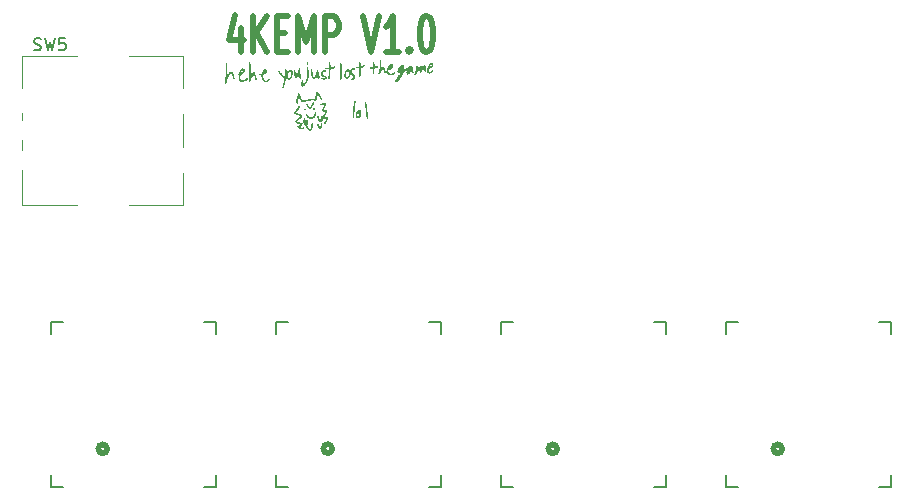
<source format=gbr>
%TF.GenerationSoftware,KiCad,Pcbnew,7.0.10*%
%TF.CreationDate,2026-02-06T21:47:15-08:00*%
%TF.ProjectId,4kemp,346b656d-702e-46b6-9963-61645f706362,rev?*%
%TF.SameCoordinates,Original*%
%TF.FileFunction,Legend,Top*%
%TF.FilePolarity,Positive*%
%FSLAX46Y46*%
G04 Gerber Fmt 4.6, Leading zero omitted, Abs format (unit mm)*
G04 Created by KiCad (PCBNEW 7.0.10) date 2026-02-06 21:47:15*
%MOMM*%
%LPD*%
G01*
G04 APERTURE LIST*
%ADD10C,0.000000*%
%ADD11C,0.500000*%
%ADD12C,0.150000*%
%ADD13C,0.120000*%
%ADD14C,0.508000*%
G04 APERTURE END LIST*
D10*
G36*
X67213564Y-47878314D02*
G01*
X67221230Y-47878778D01*
X67228563Y-47879474D01*
X67235561Y-47880400D01*
X67242218Y-47881556D01*
X67248530Y-47882940D01*
X67254492Y-47884551D01*
X67260101Y-47886388D01*
X67265352Y-47888450D01*
X67270241Y-47890737D01*
X67274764Y-47893246D01*
X67278916Y-47895977D01*
X67282692Y-47898929D01*
X67286090Y-47902101D01*
X67289104Y-47905492D01*
X67291729Y-47909100D01*
X67293963Y-47912925D01*
X67295800Y-47916966D01*
X67297237Y-47921221D01*
X67298268Y-47925690D01*
X67298890Y-47930372D01*
X67299098Y-47935265D01*
X67298781Y-47941921D01*
X67297817Y-47948248D01*
X67296189Y-47954260D01*
X67295120Y-47957152D01*
X67293878Y-47959970D01*
X67292462Y-47962717D01*
X67290868Y-47965395D01*
X67289095Y-47968004D01*
X67287141Y-47970547D01*
X67282678Y-47975443D01*
X67277462Y-47980095D01*
X67271475Y-47984518D01*
X67264700Y-47988728D01*
X67257118Y-47992738D01*
X67248712Y-47996563D01*
X67239465Y-48000217D01*
X67229358Y-48003715D01*
X67218374Y-48007071D01*
X67206494Y-48010300D01*
X67185706Y-48015954D01*
X67166188Y-48021924D01*
X67147939Y-48028218D01*
X67130958Y-48034845D01*
X67115245Y-48041814D01*
X67100798Y-48049132D01*
X67087618Y-48056809D01*
X67075702Y-48064852D01*
X67065049Y-48073272D01*
X67055660Y-48082075D01*
X67047533Y-48091272D01*
X67040667Y-48100870D01*
X67035061Y-48110877D01*
X67030715Y-48121303D01*
X67027627Y-48132156D01*
X67025797Y-48143445D01*
X67025223Y-48155178D01*
X67025905Y-48167364D01*
X67027842Y-48180011D01*
X67031033Y-48193127D01*
X67035477Y-48206723D01*
X67041174Y-48220805D01*
X67048121Y-48235382D01*
X67056319Y-48250464D01*
X67065766Y-48266059D01*
X67076462Y-48282174D01*
X67088406Y-48298820D01*
X67101596Y-48316004D01*
X67131713Y-48352021D01*
X67166807Y-48390295D01*
X67181720Y-48406219D01*
X67196189Y-48422222D01*
X67210141Y-48438202D01*
X67223506Y-48454055D01*
X67236211Y-48469680D01*
X67248184Y-48484975D01*
X67259354Y-48499835D01*
X67269647Y-48514160D01*
X67278992Y-48527845D01*
X67287318Y-48540790D01*
X67294552Y-48552890D01*
X67300622Y-48564044D01*
X67305456Y-48574150D01*
X67308982Y-48583103D01*
X67310233Y-48587116D01*
X67311129Y-48590803D01*
X67311662Y-48594151D01*
X67311824Y-48597146D01*
X67311316Y-48605967D01*
X67309979Y-48615443D01*
X67307853Y-48625517D01*
X67304978Y-48636132D01*
X67301395Y-48647230D01*
X67297145Y-48658753D01*
X67286806Y-48682844D01*
X67274284Y-48707945D01*
X67259904Y-48733594D01*
X67243991Y-48759330D01*
X67226870Y-48784693D01*
X67208865Y-48809220D01*
X67190300Y-48832451D01*
X67171500Y-48853925D01*
X67152790Y-48873181D01*
X67134495Y-48889758D01*
X67125604Y-48896897D01*
X67116938Y-48903194D01*
X67108539Y-48908590D01*
X67100446Y-48913028D01*
X67092699Y-48916451D01*
X67085341Y-48918800D01*
X67076859Y-48920582D01*
X67068312Y-48921710D01*
X67059732Y-48922211D01*
X67051149Y-48922114D01*
X67042595Y-48921446D01*
X67034102Y-48920234D01*
X67025701Y-48918507D01*
X67017423Y-48916292D01*
X67009300Y-48913616D01*
X67001364Y-48910508D01*
X66993646Y-48906996D01*
X66986177Y-48903106D01*
X66978990Y-48898866D01*
X66972114Y-48894305D01*
X66965583Y-48889450D01*
X66959426Y-48884328D01*
X66953677Y-48878968D01*
X66948366Y-48873396D01*
X66943524Y-48867642D01*
X66939184Y-48861732D01*
X66935377Y-48855694D01*
X66932133Y-48849556D01*
X66929485Y-48843345D01*
X66927465Y-48837090D01*
X66926103Y-48830817D01*
X66925431Y-48824555D01*
X66925480Y-48818331D01*
X66926282Y-48812174D01*
X66927869Y-48806110D01*
X66930272Y-48800167D01*
X66933522Y-48794374D01*
X66937651Y-48788757D01*
X66941120Y-48785001D01*
X66945096Y-48781460D01*
X66949534Y-48778149D01*
X66954385Y-48775081D01*
X66959605Y-48772269D01*
X66965147Y-48769727D01*
X66970965Y-48767468D01*
X66977011Y-48765507D01*
X66983240Y-48763856D01*
X66989605Y-48762530D01*
X66996060Y-48761541D01*
X67002559Y-48760904D01*
X67009054Y-48760632D01*
X67015500Y-48760738D01*
X67021851Y-48761236D01*
X67028059Y-48762140D01*
X67036267Y-48763364D01*
X67044069Y-48763951D01*
X67047831Y-48763997D01*
X67051508Y-48763872D01*
X67055104Y-48763573D01*
X67058626Y-48763098D01*
X67062078Y-48762441D01*
X67065466Y-48761600D01*
X67068794Y-48760571D01*
X67072069Y-48759350D01*
X67075295Y-48757933D01*
X67078477Y-48756318D01*
X67081621Y-48754500D01*
X67084733Y-48752476D01*
X67087817Y-48750243D01*
X67090878Y-48747795D01*
X67093923Y-48745131D01*
X67096956Y-48742247D01*
X67103007Y-48735801D01*
X67109074Y-48728431D01*
X67115199Y-48720105D01*
X67121424Y-48710797D01*
X67127791Y-48700477D01*
X67134342Y-48689115D01*
X67143419Y-48672777D01*
X67151129Y-48658247D01*
X67157319Y-48645157D01*
X67159795Y-48639039D01*
X67161833Y-48633143D01*
X67163414Y-48627425D01*
X67164519Y-48621839D01*
X67165128Y-48616338D01*
X67165221Y-48610878D01*
X67164781Y-48605412D01*
X67163786Y-48599895D01*
X67162219Y-48594281D01*
X67160060Y-48588524D01*
X67157289Y-48582579D01*
X67153887Y-48576399D01*
X67149836Y-48569940D01*
X67145115Y-48563155D01*
X67133589Y-48548426D01*
X67119154Y-48531845D01*
X67101657Y-48513047D01*
X67080943Y-48491666D01*
X67029250Y-48439693D01*
X67013116Y-48423835D01*
X66998479Y-48410066D01*
X66985274Y-48398382D01*
X66979190Y-48393322D01*
X66973440Y-48388782D01*
X66968017Y-48384762D01*
X66962913Y-48381261D01*
X66958120Y-48378281D01*
X66953630Y-48375819D01*
X66949436Y-48373877D01*
X66945529Y-48372453D01*
X66941902Y-48371547D01*
X66938547Y-48371159D01*
X66935457Y-48371289D01*
X66932622Y-48371936D01*
X66930036Y-48373100D01*
X66927690Y-48374781D01*
X66925578Y-48376978D01*
X66923690Y-48379691D01*
X66922019Y-48382920D01*
X66920557Y-48386665D01*
X66919297Y-48390925D01*
X66918230Y-48395699D01*
X66917348Y-48400989D01*
X66916645Y-48406792D01*
X66916112Y-48413109D01*
X66915740Y-48419940D01*
X66915453Y-48435142D01*
X66915011Y-48443343D01*
X66913714Y-48452267D01*
X66911601Y-48461856D01*
X66908714Y-48472052D01*
X66900780Y-48494034D01*
X66890239Y-48517752D01*
X66877416Y-48542743D01*
X66862638Y-48568547D01*
X66846230Y-48594701D01*
X66828520Y-48620744D01*
X66809834Y-48646213D01*
X66790498Y-48670647D01*
X66770837Y-48693584D01*
X66751180Y-48714563D01*
X66731851Y-48733121D01*
X66713177Y-48748797D01*
X66704188Y-48755409D01*
X66695485Y-48761128D01*
X66687108Y-48765896D01*
X66679100Y-48769654D01*
X66670035Y-48773073D01*
X66660769Y-48775915D01*
X66651329Y-48778192D01*
X66641737Y-48779915D01*
X66632019Y-48781094D01*
X66622199Y-48781741D01*
X66612302Y-48781868D01*
X66602352Y-48781485D01*
X66592374Y-48780603D01*
X66582392Y-48779234D01*
X66572431Y-48777388D01*
X66562516Y-48775077D01*
X66552671Y-48772313D01*
X66542921Y-48769105D01*
X66533290Y-48765466D01*
X66523803Y-48761406D01*
X66514484Y-48756937D01*
X66505358Y-48752069D01*
X66496449Y-48746814D01*
X66487783Y-48741184D01*
X66479383Y-48735188D01*
X66471274Y-48728839D01*
X66463482Y-48722147D01*
X66456029Y-48715124D01*
X66448941Y-48707780D01*
X66442243Y-48700127D01*
X66435959Y-48692177D01*
X66430113Y-48683939D01*
X66424730Y-48675426D01*
X66419835Y-48666648D01*
X66415452Y-48657617D01*
X66411607Y-48648343D01*
X66405914Y-48631760D01*
X66401047Y-48614213D01*
X66393729Y-48576517D01*
X66389517Y-48535846D01*
X66388281Y-48492788D01*
X66388994Y-48472850D01*
X66521789Y-48472850D01*
X66521873Y-48496425D01*
X66523102Y-48519041D01*
X66524550Y-48535168D01*
X66526138Y-48549647D01*
X66527928Y-48562574D01*
X66528918Y-48568485D01*
X66529983Y-48574042D01*
X66531129Y-48579258D01*
X66532364Y-48584145D01*
X66533697Y-48588713D01*
X66535135Y-48592976D01*
X66536685Y-48596944D01*
X66538357Y-48600630D01*
X66540156Y-48604045D01*
X66542092Y-48607200D01*
X66544172Y-48610108D01*
X66546404Y-48612781D01*
X66548795Y-48615229D01*
X66551354Y-48617466D01*
X66554088Y-48619501D01*
X66557005Y-48621348D01*
X66560113Y-48623018D01*
X66563419Y-48624523D01*
X66566932Y-48625874D01*
X66570659Y-48627083D01*
X66574607Y-48628163D01*
X66578786Y-48629123D01*
X66583202Y-48629978D01*
X66587863Y-48630737D01*
X66597952Y-48632018D01*
X66606410Y-48632489D01*
X66614848Y-48632088D01*
X66623254Y-48630835D01*
X66631617Y-48628750D01*
X66639925Y-48625850D01*
X66648165Y-48622155D01*
X66656325Y-48617685D01*
X66664394Y-48612458D01*
X66680211Y-48599812D01*
X66695518Y-48584369D01*
X66710220Y-48566284D01*
X66724221Y-48545708D01*
X66737426Y-48522795D01*
X66749739Y-48497698D01*
X66761063Y-48470571D01*
X66771304Y-48441567D01*
X66780365Y-48410837D01*
X66788150Y-48378537D01*
X66794565Y-48344819D01*
X66799512Y-48309835D01*
X66802339Y-48285442D01*
X66804694Y-48263984D01*
X66806527Y-48245297D01*
X66807790Y-48229216D01*
X66808192Y-48222102D01*
X66808433Y-48215577D01*
X66808506Y-48209622D01*
X66808406Y-48204216D01*
X66808126Y-48199338D01*
X66807661Y-48194967D01*
X66807003Y-48191084D01*
X66806146Y-48187667D01*
X66805086Y-48184696D01*
X66803814Y-48182150D01*
X66802326Y-48180010D01*
X66800615Y-48178253D01*
X66798674Y-48176860D01*
X66796498Y-48175811D01*
X66794081Y-48175083D01*
X66791416Y-48174658D01*
X66788497Y-48174514D01*
X66785317Y-48174631D01*
X66781872Y-48174989D01*
X66778154Y-48175566D01*
X66774157Y-48176342D01*
X66769876Y-48177297D01*
X66760433Y-48179660D01*
X66752828Y-48181449D01*
X66749209Y-48182138D01*
X66745709Y-48182688D01*
X66742324Y-48183096D01*
X66739050Y-48183360D01*
X66735884Y-48183479D01*
X66732823Y-48183450D01*
X66729862Y-48183271D01*
X66726999Y-48182940D01*
X66724230Y-48182455D01*
X66721552Y-48181815D01*
X66718960Y-48181016D01*
X66716452Y-48180058D01*
X66714025Y-48178937D01*
X66711674Y-48177653D01*
X66709396Y-48176202D01*
X66707189Y-48174583D01*
X66705047Y-48172794D01*
X66702968Y-48170832D01*
X66700949Y-48168697D01*
X66698986Y-48166385D01*
X66697075Y-48163895D01*
X66695213Y-48161224D01*
X66693397Y-48158371D01*
X66691623Y-48155333D01*
X66689887Y-48152109D01*
X66688186Y-48148697D01*
X66684877Y-48141298D01*
X66681667Y-48133120D01*
X66659019Y-48071895D01*
X66617532Y-48136718D01*
X66605957Y-48155986D01*
X66594944Y-48176658D01*
X66584535Y-48198566D01*
X66574771Y-48221541D01*
X66565694Y-48245414D01*
X66557346Y-48270017D01*
X66549768Y-48295180D01*
X66543002Y-48320736D01*
X66537089Y-48346515D01*
X66532072Y-48372348D01*
X66527991Y-48398067D01*
X66524890Y-48423502D01*
X66522808Y-48448487D01*
X66521789Y-48472850D01*
X66388994Y-48472850D01*
X66389885Y-48447932D01*
X66394199Y-48401866D01*
X66401088Y-48355180D01*
X66410419Y-48308463D01*
X66422060Y-48262302D01*
X66435878Y-48217287D01*
X66451739Y-48174008D01*
X66469512Y-48133052D01*
X66489062Y-48095008D01*
X66510256Y-48060466D01*
X66532963Y-48030014D01*
X66544841Y-48016506D01*
X66557048Y-48004241D01*
X66566486Y-47995624D01*
X66575531Y-47987913D01*
X66584275Y-47981082D01*
X66592809Y-47975105D01*
X66601224Y-47969958D01*
X66609610Y-47965613D01*
X66618058Y-47962047D01*
X66626660Y-47959232D01*
X66635506Y-47957144D01*
X66644688Y-47955757D01*
X66654295Y-47955045D01*
X66664420Y-47954983D01*
X66675153Y-47955545D01*
X66686585Y-47956705D01*
X66698806Y-47958437D01*
X66711909Y-47960717D01*
X66721359Y-47962709D01*
X66731011Y-47965160D01*
X66740793Y-47968034D01*
X66750638Y-47971297D01*
X66760473Y-47974916D01*
X66770230Y-47978854D01*
X66779839Y-47983078D01*
X66789230Y-47987553D01*
X66798332Y-47992244D01*
X66807077Y-47997117D01*
X66815394Y-48002138D01*
X66823213Y-48007271D01*
X66830465Y-48012482D01*
X66837079Y-48017737D01*
X66842986Y-48023001D01*
X66848115Y-48028239D01*
X66856029Y-48036894D01*
X66863133Y-48044318D01*
X66869596Y-48050460D01*
X66872641Y-48053033D01*
X66875588Y-48055267D01*
X66878459Y-48057153D01*
X66881276Y-48058686D01*
X66884059Y-48059858D01*
X66886830Y-48060664D01*
X66889609Y-48061097D01*
X66892418Y-48061151D01*
X66895277Y-48060818D01*
X66898208Y-48060092D01*
X66901232Y-48058966D01*
X66904370Y-48057435D01*
X66907643Y-48055491D01*
X66911072Y-48053128D01*
X66914679Y-48050339D01*
X66918483Y-48047118D01*
X66926772Y-48039353D01*
X66936106Y-48029780D01*
X66946656Y-48018347D01*
X66972073Y-47989689D01*
X66980344Y-47980557D01*
X66988975Y-47971559D01*
X66997897Y-47962748D01*
X67007041Y-47954176D01*
X67016335Y-47945894D01*
X67025711Y-47937954D01*
X67035098Y-47930409D01*
X67044427Y-47923309D01*
X67053627Y-47916706D01*
X67062628Y-47910654D01*
X67071360Y-47905202D01*
X67079754Y-47900404D01*
X67087740Y-47896310D01*
X67095247Y-47892973D01*
X67102205Y-47890445D01*
X67108546Y-47888777D01*
X67119582Y-47886627D01*
X67130333Y-47884720D01*
X67140794Y-47883054D01*
X67150963Y-47881630D01*
X67160833Y-47880445D01*
X67170402Y-47879499D01*
X67179664Y-47878791D01*
X67188616Y-47878319D01*
X67197252Y-47878083D01*
X67205570Y-47878082D01*
X67213564Y-47878314D01*
G37*
G36*
X63600850Y-47939126D02*
G01*
X63603410Y-47939348D01*
X63606015Y-47939702D01*
X63608667Y-47940187D01*
X63611368Y-47940803D01*
X63616924Y-47942426D01*
X63622702Y-47944568D01*
X63628719Y-47947227D01*
X63634990Y-47950399D01*
X63641855Y-47954616D01*
X63648168Y-47959718D01*
X63653967Y-47965853D01*
X63659289Y-47973173D01*
X63664173Y-47981826D01*
X63668655Y-47991962D01*
X63672775Y-48003731D01*
X63676569Y-48017282D01*
X63680075Y-48032765D01*
X63683331Y-48050330D01*
X63686375Y-48070126D01*
X63689245Y-48092302D01*
X63694611Y-48144397D01*
X63699733Y-48207812D01*
X63704081Y-48264443D01*
X63708484Y-48316204D01*
X63712986Y-48363277D01*
X63717630Y-48405851D01*
X63722461Y-48444108D01*
X63727522Y-48478236D01*
X63730152Y-48493809D01*
X63732857Y-48508419D01*
X63735642Y-48522090D01*
X63738511Y-48534843D01*
X63741471Y-48546704D01*
X63744528Y-48557694D01*
X63747686Y-48567836D01*
X63750951Y-48577156D01*
X63754328Y-48585674D01*
X63757824Y-48593415D01*
X63761443Y-48600401D01*
X63765192Y-48606656D01*
X63769075Y-48612203D01*
X63773098Y-48617066D01*
X63777267Y-48621266D01*
X63781586Y-48624829D01*
X63786063Y-48627775D01*
X63790701Y-48630130D01*
X63795508Y-48631916D01*
X63800487Y-48633156D01*
X63803354Y-48633606D01*
X63806208Y-48633849D01*
X63809049Y-48633884D01*
X63811877Y-48633710D01*
X63814694Y-48633327D01*
X63817500Y-48632733D01*
X63820296Y-48631929D01*
X63823083Y-48630912D01*
X63828634Y-48628239D01*
X63834158Y-48624708D01*
X63839662Y-48620312D01*
X63845152Y-48615045D01*
X63850635Y-48608900D01*
X63856117Y-48601870D01*
X63861605Y-48593949D01*
X63867106Y-48585129D01*
X63872625Y-48575405D01*
X63878169Y-48564769D01*
X63883746Y-48553215D01*
X63889360Y-48540737D01*
X63968206Y-48360291D01*
X64008499Y-48266715D01*
X64056392Y-48153175D01*
X64063604Y-48136277D01*
X64070548Y-48120812D01*
X64077253Y-48106742D01*
X64083749Y-48094032D01*
X64086929Y-48088176D01*
X64090069Y-48082646D01*
X64093171Y-48077439D01*
X64096241Y-48072548D01*
X64099282Y-48067971D01*
X64102297Y-48063701D01*
X64105291Y-48059736D01*
X64108267Y-48056070D01*
X64111229Y-48052699D01*
X64114181Y-48049618D01*
X64117127Y-48046822D01*
X64120070Y-48044308D01*
X64123015Y-48042071D01*
X64125965Y-48040106D01*
X64128924Y-48038408D01*
X64131896Y-48036974D01*
X64134885Y-48035798D01*
X64137893Y-48034877D01*
X64140927Y-48034205D01*
X64143988Y-48033778D01*
X64147081Y-48033591D01*
X64150210Y-48033641D01*
X64153378Y-48033922D01*
X64156589Y-48034430D01*
X64163822Y-48036276D01*
X64170320Y-48039057D01*
X64176133Y-48043019D01*
X64181308Y-48048406D01*
X64185892Y-48055463D01*
X64189933Y-48064433D01*
X64193479Y-48075560D01*
X64196578Y-48089090D01*
X64199277Y-48105266D01*
X64201624Y-48124333D01*
X64205453Y-48172115D01*
X64208447Y-48234391D01*
X64210988Y-48313116D01*
X64212184Y-48352922D01*
X64213451Y-48388701D01*
X64214823Y-48420634D01*
X64216333Y-48448901D01*
X64217149Y-48461717D01*
X64218012Y-48473684D01*
X64218926Y-48484825D01*
X64219894Y-48495163D01*
X64220922Y-48504720D01*
X64222012Y-48513519D01*
X64223170Y-48521583D01*
X64224399Y-48528933D01*
X64225703Y-48535594D01*
X64227086Y-48541586D01*
X64228553Y-48546934D01*
X64230107Y-48551659D01*
X64231753Y-48555785D01*
X64233495Y-48559333D01*
X64234403Y-48560897D01*
X64235336Y-48562326D01*
X64236296Y-48563622D01*
X64237282Y-48564788D01*
X64238295Y-48565826D01*
X64239335Y-48566740D01*
X64240404Y-48567532D01*
X64241501Y-48568206D01*
X64242627Y-48568763D01*
X64243782Y-48569207D01*
X64244968Y-48569540D01*
X64246185Y-48569767D01*
X64247432Y-48569888D01*
X64248711Y-48569907D01*
X64250022Y-48569828D01*
X64251366Y-48569652D01*
X64254154Y-48569022D01*
X64257078Y-48568042D01*
X64262499Y-48566226D01*
X64267671Y-48565019D01*
X64272591Y-48564400D01*
X64277253Y-48564346D01*
X64281654Y-48564837D01*
X64285788Y-48565851D01*
X64289651Y-48567365D01*
X64293239Y-48569359D01*
X64296547Y-48571809D01*
X64299571Y-48574696D01*
X64302306Y-48577996D01*
X64304748Y-48581689D01*
X64306893Y-48585752D01*
X64308735Y-48590164D01*
X64310271Y-48594903D01*
X64311496Y-48599947D01*
X64312405Y-48605275D01*
X64312995Y-48610865D01*
X64313260Y-48616695D01*
X64313196Y-48622744D01*
X64312799Y-48628989D01*
X64312063Y-48635409D01*
X64309562Y-48648688D01*
X64305656Y-48662407D01*
X64303165Y-48669376D01*
X64300309Y-48676391D01*
X64297084Y-48683428D01*
X64293485Y-48690467D01*
X64289509Y-48697485D01*
X64285150Y-48704461D01*
X64280951Y-48710546D01*
X64276513Y-48716366D01*
X64271853Y-48721916D01*
X64266991Y-48727192D01*
X64261946Y-48732189D01*
X64256736Y-48736902D01*
X64251379Y-48741326D01*
X64245894Y-48745457D01*
X64240301Y-48749291D01*
X64234617Y-48752822D01*
X64228862Y-48756047D01*
X64223054Y-48758959D01*
X64217211Y-48761555D01*
X64211353Y-48763830D01*
X64205497Y-48765780D01*
X64199664Y-48767399D01*
X64193870Y-48768683D01*
X64188136Y-48769627D01*
X64182479Y-48770227D01*
X64176918Y-48770478D01*
X64171473Y-48770376D01*
X64166161Y-48769915D01*
X64161001Y-48769091D01*
X64156012Y-48767899D01*
X64151213Y-48766335D01*
X64146622Y-48764394D01*
X64142258Y-48762072D01*
X64138140Y-48759363D01*
X64134286Y-48756263D01*
X64130715Y-48752768D01*
X64127445Y-48748872D01*
X64124496Y-48744572D01*
X64122784Y-48741227D01*
X64120954Y-48736576D01*
X64117008Y-48723691D01*
X64112788Y-48706587D01*
X64108429Y-48685934D01*
X64104061Y-48662400D01*
X64099820Y-48636657D01*
X64095836Y-48609373D01*
X64092242Y-48581218D01*
X64075944Y-48443688D01*
X64018344Y-48573969D01*
X64005142Y-48603001D01*
X63992389Y-48629267D01*
X63979962Y-48652873D01*
X63967734Y-48673924D01*
X63961656Y-48683524D01*
X63955581Y-48692525D01*
X63949494Y-48700940D01*
X63943378Y-48708782D01*
X63937219Y-48716064D01*
X63931000Y-48722799D01*
X63924707Y-48729001D01*
X63918322Y-48734683D01*
X63911831Y-48739858D01*
X63905219Y-48744539D01*
X63898469Y-48748739D01*
X63891566Y-48752471D01*
X63884494Y-48755749D01*
X63877237Y-48758586D01*
X63869781Y-48760994D01*
X63862109Y-48762988D01*
X63854205Y-48764580D01*
X63846055Y-48765783D01*
X63837642Y-48766611D01*
X63828951Y-48767077D01*
X63819967Y-48767193D01*
X63810673Y-48766974D01*
X63791094Y-48765580D01*
X63765995Y-48762074D01*
X63743037Y-48756582D01*
X63722099Y-48748861D01*
X63703063Y-48738668D01*
X63685808Y-48725761D01*
X63670215Y-48709896D01*
X63656165Y-48690829D01*
X63643539Y-48668319D01*
X63632216Y-48642121D01*
X63622078Y-48611993D01*
X63613005Y-48577692D01*
X63604876Y-48538974D01*
X63597574Y-48495597D01*
X63590978Y-48447317D01*
X63584969Y-48393891D01*
X63579427Y-48335076D01*
X63574140Y-48277317D01*
X63568608Y-48222460D01*
X63562994Y-48171776D01*
X63557463Y-48126535D01*
X63552180Y-48088007D01*
X63547307Y-48057463D01*
X63545075Y-48045582D01*
X63543008Y-48036174D01*
X63541126Y-48029396D01*
X63539449Y-48025408D01*
X63538711Y-48024096D01*
X63538064Y-48022702D01*
X63537507Y-48021231D01*
X63537038Y-48019686D01*
X63536657Y-48018072D01*
X63536363Y-48016392D01*
X63536031Y-48012851D01*
X63536034Y-48009096D01*
X63536362Y-48005159D01*
X63537008Y-48001072D01*
X63537964Y-47996866D01*
X63539221Y-47992574D01*
X63540770Y-47988228D01*
X63542604Y-47983860D01*
X63544714Y-47979502D01*
X63547091Y-47975186D01*
X63549728Y-47970943D01*
X63552616Y-47966806D01*
X63555747Y-47962808D01*
X63559977Y-47957989D01*
X63564223Y-47953723D01*
X63568504Y-47950005D01*
X63570662Y-47948352D01*
X63572835Y-47946834D01*
X63575026Y-47945453D01*
X63577235Y-47944206D01*
X63579466Y-47943096D01*
X63581720Y-47942120D01*
X63583999Y-47941278D01*
X63586307Y-47940571D01*
X63588644Y-47939997D01*
X63591013Y-47939557D01*
X63593416Y-47939251D01*
X63595855Y-47939077D01*
X63598332Y-47939035D01*
X63600850Y-47939126D01*
G37*
G36*
X73775023Y-47447344D02*
G01*
X73787967Y-47448840D01*
X73800635Y-47451275D01*
X73812981Y-47454632D01*
X73824955Y-47458898D01*
X73836509Y-47464057D01*
X73847594Y-47470093D01*
X73858161Y-47476992D01*
X73868162Y-47484738D01*
X73877548Y-47493315D01*
X73886271Y-47502710D01*
X73894282Y-47512906D01*
X73901533Y-47523888D01*
X73907974Y-47535640D01*
X73913558Y-47548149D01*
X73918236Y-47561398D01*
X73921958Y-47575373D01*
X73924677Y-47590057D01*
X73926345Y-47605436D01*
X73926911Y-47621495D01*
X73926633Y-47634063D01*
X73925757Y-47645988D01*
X73924218Y-47657378D01*
X73921950Y-47668336D01*
X73918891Y-47678968D01*
X73914974Y-47689378D01*
X73910136Y-47699672D01*
X73904312Y-47709955D01*
X73897437Y-47720332D01*
X73889447Y-47730908D01*
X73880276Y-47741788D01*
X73869861Y-47753078D01*
X73858137Y-47764881D01*
X73845039Y-47777304D01*
X73830502Y-47790451D01*
X73814463Y-47804428D01*
X73802647Y-47814332D01*
X73790449Y-47824102D01*
X73777963Y-47833682D01*
X73765282Y-47843015D01*
X73752500Y-47852044D01*
X73739711Y-47860712D01*
X73727007Y-47868964D01*
X73714484Y-47876742D01*
X73702234Y-47883989D01*
X73690351Y-47890649D01*
X73678929Y-47896666D01*
X73668061Y-47901981D01*
X73657841Y-47906539D01*
X73648363Y-47910284D01*
X73639720Y-47913157D01*
X73632006Y-47915103D01*
X73624882Y-47916824D01*
X73617996Y-47919051D01*
X73611351Y-47921769D01*
X73604953Y-47924966D01*
X73598807Y-47928626D01*
X73592918Y-47932737D01*
X73587292Y-47937284D01*
X73581932Y-47942253D01*
X73576845Y-47947630D01*
X73572034Y-47953402D01*
X73567506Y-47959554D01*
X73563265Y-47966073D01*
X73555665Y-47980155D01*
X73549274Y-47995537D01*
X73544132Y-48012106D01*
X73540280Y-48029753D01*
X73537757Y-48048364D01*
X73536604Y-48067831D01*
X73536860Y-48088040D01*
X73538567Y-48108880D01*
X73541765Y-48130241D01*
X73546493Y-48152011D01*
X73548658Y-48159682D01*
X73551148Y-48166727D01*
X73553961Y-48173146D01*
X73557092Y-48178941D01*
X73560539Y-48184111D01*
X73564299Y-48188659D01*
X73568370Y-48192585D01*
X73572747Y-48195889D01*
X73577428Y-48198573D01*
X73582410Y-48200637D01*
X73587690Y-48202083D01*
X73593264Y-48202910D01*
X73599131Y-48203121D01*
X73605287Y-48202715D01*
X73611728Y-48201695D01*
X73618452Y-48200059D01*
X73625456Y-48197811D01*
X73632737Y-48194949D01*
X73640292Y-48191475D01*
X73648118Y-48187391D01*
X73664569Y-48177392D01*
X73682067Y-48164959D01*
X73700588Y-48150099D01*
X73720108Y-48132819D01*
X73740602Y-48113125D01*
X73762048Y-48091025D01*
X73771032Y-48081711D01*
X73780096Y-48072769D01*
X73789178Y-48064240D01*
X73798217Y-48056166D01*
X73807152Y-48048588D01*
X73815922Y-48041548D01*
X73824466Y-48035087D01*
X73832722Y-48029248D01*
X73840630Y-48024071D01*
X73848129Y-48019598D01*
X73855158Y-48015871D01*
X73861655Y-48012931D01*
X73864686Y-48011769D01*
X73867560Y-48010820D01*
X73870272Y-48010088D01*
X73872812Y-48009580D01*
X73875173Y-48009299D01*
X73877349Y-48009251D01*
X73879330Y-48009442D01*
X73881110Y-48009877D01*
X73887084Y-48012111D01*
X73892553Y-48014669D01*
X73897519Y-48017543D01*
X73901983Y-48020729D01*
X73905948Y-48024220D01*
X73909414Y-48028011D01*
X73912384Y-48032096D01*
X73914858Y-48036469D01*
X73916838Y-48041124D01*
X73918325Y-48046055D01*
X73919322Y-48051258D01*
X73919829Y-48056725D01*
X73919848Y-48062451D01*
X73919380Y-48068430D01*
X73918428Y-48074657D01*
X73916992Y-48081126D01*
X73915073Y-48087830D01*
X73912675Y-48094765D01*
X73906441Y-48109301D01*
X73898304Y-48124688D01*
X73888274Y-48140879D01*
X73876363Y-48157828D01*
X73862583Y-48175489D01*
X73846947Y-48193815D01*
X73829465Y-48212759D01*
X73805729Y-48236346D01*
X73781945Y-48257566D01*
X73770052Y-48267284D01*
X73758170Y-48276405D01*
X73746303Y-48284928D01*
X73734461Y-48292850D01*
X73722649Y-48300170D01*
X73710875Y-48306887D01*
X73699146Y-48312998D01*
X73687469Y-48318502D01*
X73675851Y-48323397D01*
X73664300Y-48327682D01*
X73652823Y-48331354D01*
X73641425Y-48334412D01*
X73630116Y-48336854D01*
X73618902Y-48338678D01*
X73607789Y-48339883D01*
X73596786Y-48340467D01*
X73585899Y-48340428D01*
X73575135Y-48339765D01*
X73564502Y-48338476D01*
X73554006Y-48336558D01*
X73543655Y-48334011D01*
X73533456Y-48330833D01*
X73523416Y-48327021D01*
X73513542Y-48322575D01*
X73503841Y-48317491D01*
X73494321Y-48311770D01*
X73484988Y-48305408D01*
X73475849Y-48298405D01*
X73465493Y-48289761D01*
X73456300Y-48281425D01*
X73448206Y-48273149D01*
X73441148Y-48264688D01*
X73435063Y-48255795D01*
X73429885Y-48246223D01*
X73425553Y-48235724D01*
X73422003Y-48224054D01*
X73419170Y-48210964D01*
X73416991Y-48196208D01*
X73415403Y-48179540D01*
X73414341Y-48160713D01*
X73413743Y-48139480D01*
X73413545Y-48115594D01*
X73414094Y-48058878D01*
X73415563Y-48019469D01*
X73418623Y-47980246D01*
X73423229Y-47941331D01*
X73429338Y-47902850D01*
X73436905Y-47864928D01*
X73445887Y-47827688D01*
X73452603Y-47804058D01*
X73601842Y-47804058D01*
X73691616Y-47734896D01*
X73700805Y-47727631D01*
X73709823Y-47720132D01*
X73718620Y-47712456D01*
X73727146Y-47704661D01*
X73735349Y-47696805D01*
X73743181Y-47688945D01*
X73750589Y-47681139D01*
X73757525Y-47673443D01*
X73763937Y-47665915D01*
X73769776Y-47658614D01*
X73774990Y-47651595D01*
X73779530Y-47644918D01*
X73783345Y-47638638D01*
X73786384Y-47632815D01*
X73788598Y-47627505D01*
X73789380Y-47625060D01*
X73789936Y-47622765D01*
X73790326Y-47620561D01*
X73790613Y-47618384D01*
X73790801Y-47616239D01*
X73790890Y-47614126D01*
X73790882Y-47612051D01*
X73790779Y-47610014D01*
X73790584Y-47608019D01*
X73790298Y-47606068D01*
X73789922Y-47604165D01*
X73789460Y-47602312D01*
X73788912Y-47600511D01*
X73788280Y-47598767D01*
X73787567Y-47597080D01*
X73786773Y-47595454D01*
X73785902Y-47593893D01*
X73784955Y-47592398D01*
X73783933Y-47590972D01*
X73782839Y-47589618D01*
X73781675Y-47588339D01*
X73780442Y-47587137D01*
X73779142Y-47586016D01*
X73777777Y-47584978D01*
X73776349Y-47584026D01*
X73774860Y-47583162D01*
X73773311Y-47582389D01*
X73771705Y-47581711D01*
X73770043Y-47581130D01*
X73768327Y-47580648D01*
X73766560Y-47580268D01*
X73764742Y-47579993D01*
X73762876Y-47579826D01*
X73760964Y-47579770D01*
X73756404Y-47579986D01*
X73751755Y-47580624D01*
X73747027Y-47581674D01*
X73742231Y-47583123D01*
X73737377Y-47584960D01*
X73732475Y-47587172D01*
X73722568Y-47592679D01*
X73712593Y-47599549D01*
X73702633Y-47607688D01*
X73692770Y-47617003D01*
X73683087Y-47627399D01*
X73673666Y-47638782D01*
X73664589Y-47651059D01*
X73655939Y-47664136D01*
X73647799Y-47677919D01*
X73640250Y-47692313D01*
X73633375Y-47707226D01*
X73627257Y-47722562D01*
X73621978Y-47738229D01*
X73601842Y-47804058D01*
X73452603Y-47804058D01*
X73456241Y-47791255D01*
X73467921Y-47755755D01*
X73480884Y-47721310D01*
X73495088Y-47688047D01*
X73510486Y-47656089D01*
X73527037Y-47625561D01*
X73544695Y-47596587D01*
X73563418Y-47569293D01*
X73583161Y-47543802D01*
X73603881Y-47520239D01*
X73615972Y-47508147D01*
X73628420Y-47497192D01*
X73641177Y-47487358D01*
X73654194Y-47478630D01*
X73667422Y-47470994D01*
X73680812Y-47464432D01*
X73694317Y-47458932D01*
X73707888Y-47454476D01*
X73721475Y-47451051D01*
X73735031Y-47448640D01*
X73748507Y-47447229D01*
X73761854Y-47446802D01*
X73775023Y-47447344D01*
G37*
G36*
X71372641Y-47633613D02*
G01*
X71391589Y-47634957D01*
X71408848Y-47637476D01*
X71416727Y-47639185D01*
X71424042Y-47641198D01*
X71430747Y-47643518D01*
X71436796Y-47646147D01*
X71442140Y-47649091D01*
X71446733Y-47652351D01*
X71450529Y-47655930D01*
X71453480Y-47659833D01*
X71455268Y-47663354D01*
X71457159Y-47668260D01*
X71461184Y-47681877D01*
X71465425Y-47699974D01*
X71469751Y-47721842D01*
X71474033Y-47746772D01*
X71478140Y-47774055D01*
X71481943Y-47802982D01*
X71485310Y-47832844D01*
X71500364Y-47978709D01*
X71557778Y-47924761D01*
X71563772Y-47919293D01*
X71569794Y-47914119D01*
X71575833Y-47909238D01*
X71581882Y-47904652D01*
X71587932Y-47900363D01*
X71593974Y-47896372D01*
X71600000Y-47892680D01*
X71606001Y-47889288D01*
X71611968Y-47886198D01*
X71617893Y-47883410D01*
X71623767Y-47880927D01*
X71629582Y-47878748D01*
X71635329Y-47876877D01*
X71640998Y-47875313D01*
X71646583Y-47874058D01*
X71652073Y-47873114D01*
X71657460Y-47872481D01*
X71662737Y-47872161D01*
X71667893Y-47872155D01*
X71672920Y-47872465D01*
X71677811Y-47873091D01*
X71682555Y-47874035D01*
X71687145Y-47875299D01*
X71691571Y-47876883D01*
X71695826Y-47878788D01*
X71699901Y-47881016D01*
X71703786Y-47883569D01*
X71707474Y-47886447D01*
X71710955Y-47889652D01*
X71714221Y-47893185D01*
X71717263Y-47897047D01*
X71720074Y-47901239D01*
X71721209Y-47902886D01*
X71722422Y-47904285D01*
X71723710Y-47905439D01*
X71725072Y-47906348D01*
X71726506Y-47907014D01*
X71728010Y-47907439D01*
X71729584Y-47907624D01*
X71731225Y-47907571D01*
X71732931Y-47907282D01*
X71734701Y-47906757D01*
X71736534Y-47905998D01*
X71738427Y-47905008D01*
X71742390Y-47902336D01*
X71746575Y-47898755D01*
X71750970Y-47894276D01*
X71755563Y-47888912D01*
X71760338Y-47882675D01*
X71765285Y-47875577D01*
X71770388Y-47867631D01*
X71775636Y-47858848D01*
X71781015Y-47849242D01*
X71786512Y-47838824D01*
X71792086Y-47828517D01*
X71798085Y-47818477D01*
X71804484Y-47808717D01*
X71811254Y-47799249D01*
X71818371Y-47790089D01*
X71825807Y-47781248D01*
X71833536Y-47772741D01*
X71841533Y-47764581D01*
X71849770Y-47756781D01*
X71858220Y-47749354D01*
X71866859Y-47742315D01*
X71875659Y-47735676D01*
X71884593Y-47729450D01*
X71893637Y-47723652D01*
X71902762Y-47718295D01*
X71911943Y-47713392D01*
X71921153Y-47708955D01*
X71930366Y-47705000D01*
X71939556Y-47701539D01*
X71948696Y-47698586D01*
X71957759Y-47696154D01*
X71966720Y-47694256D01*
X71975552Y-47692905D01*
X71984228Y-47692117D01*
X71992723Y-47691902D01*
X72001009Y-47692276D01*
X72009061Y-47693251D01*
X72016851Y-47694841D01*
X72024354Y-47697059D01*
X72031544Y-47699919D01*
X72038393Y-47703434D01*
X72044875Y-47707617D01*
X72054768Y-47714376D01*
X72066346Y-47721698D01*
X72079186Y-47729350D01*
X72092868Y-47737098D01*
X72106971Y-47744710D01*
X72121073Y-47751953D01*
X72134752Y-47758593D01*
X72147588Y-47764397D01*
X72157060Y-47768736D01*
X72165483Y-47773241D01*
X72172918Y-47778122D01*
X72179426Y-47783585D01*
X72185066Y-47789842D01*
X72189899Y-47797100D01*
X72193985Y-47805568D01*
X72197385Y-47815454D01*
X72200159Y-47826969D01*
X72202368Y-47840321D01*
X72204071Y-47855717D01*
X72205329Y-47873368D01*
X72206203Y-47893483D01*
X72206752Y-47916269D01*
X72207119Y-47970692D01*
X72207275Y-47989244D01*
X72207731Y-48007580D01*
X72208473Y-48025594D01*
X72209485Y-48043176D01*
X72210752Y-48060219D01*
X72212258Y-48076615D01*
X72213988Y-48092257D01*
X72215926Y-48107035D01*
X72218058Y-48120843D01*
X72220367Y-48133572D01*
X72222839Y-48145114D01*
X72225458Y-48155362D01*
X72228209Y-48164207D01*
X72231076Y-48171542D01*
X72234043Y-48177258D01*
X72235560Y-48179475D01*
X72237096Y-48181248D01*
X72241619Y-48186095D01*
X72245580Y-48191014D01*
X72248991Y-48195985D01*
X72251864Y-48200995D01*
X72254210Y-48206024D01*
X72256041Y-48211058D01*
X72257369Y-48216080D01*
X72258205Y-48221073D01*
X72258561Y-48226021D01*
X72258448Y-48230907D01*
X72257879Y-48235714D01*
X72256864Y-48240426D01*
X72255416Y-48245027D01*
X72253546Y-48249500D01*
X72251265Y-48253829D01*
X72248586Y-48257997D01*
X72245519Y-48261987D01*
X72242077Y-48265783D01*
X72238271Y-48269368D01*
X72234113Y-48272727D01*
X72229615Y-48275842D01*
X72224787Y-48278696D01*
X72219642Y-48281274D01*
X72214191Y-48283559D01*
X72208447Y-48285535D01*
X72202419Y-48287184D01*
X72196121Y-48288490D01*
X72189564Y-48289437D01*
X72182759Y-48290009D01*
X72175718Y-48290188D01*
X72168453Y-48289958D01*
X72160975Y-48289303D01*
X72150010Y-48287869D01*
X72140123Y-48286164D01*
X72131250Y-48284113D01*
X72123328Y-48281641D01*
X72119705Y-48280223D01*
X72116295Y-48278671D01*
X72113091Y-48276976D01*
X72110086Y-48275129D01*
X72107272Y-48273119D01*
X72104640Y-48270938D01*
X72102183Y-48268576D01*
X72099892Y-48266023D01*
X72097761Y-48263271D01*
X72095781Y-48260309D01*
X72093944Y-48257128D01*
X72092242Y-48253719D01*
X72090668Y-48250073D01*
X72089213Y-48246179D01*
X72086631Y-48237612D01*
X72084433Y-48227943D01*
X72082555Y-48217096D01*
X72080935Y-48204995D01*
X72079510Y-48191566D01*
X72070965Y-48102216D01*
X71986906Y-48230354D01*
X71977959Y-48243620D01*
X71968505Y-48256926D01*
X71958626Y-48270187D01*
X71948403Y-48283317D01*
X71937917Y-48296228D01*
X71927250Y-48308834D01*
X71916482Y-48321048D01*
X71905696Y-48332784D01*
X71894971Y-48343956D01*
X71884391Y-48354477D01*
X71874035Y-48364259D01*
X71863985Y-48373218D01*
X71854323Y-48381266D01*
X71845129Y-48388316D01*
X71836486Y-48394283D01*
X71828474Y-48399079D01*
X71815998Y-48405814D01*
X71804859Y-48411594D01*
X71794904Y-48416393D01*
X71790321Y-48418416D01*
X71785976Y-48420183D01*
X71781850Y-48421692D01*
X71777923Y-48422938D01*
X71774176Y-48423919D01*
X71770589Y-48424630D01*
X71767143Y-48425070D01*
X71763819Y-48425234D01*
X71760598Y-48425118D01*
X71757459Y-48424720D01*
X71754385Y-48424037D01*
X71751355Y-48423064D01*
X71748351Y-48421799D01*
X71745352Y-48420238D01*
X71742340Y-48418377D01*
X71739295Y-48416214D01*
X71736199Y-48413745D01*
X71733031Y-48410967D01*
X71729772Y-48407875D01*
X71726403Y-48404468D01*
X71719258Y-48396692D01*
X71711441Y-48387611D01*
X71702798Y-48377198D01*
X71691870Y-48362774D01*
X71682316Y-48347764D01*
X71674133Y-48332156D01*
X71667322Y-48315942D01*
X71661882Y-48299111D01*
X71657813Y-48281652D01*
X71655115Y-48263557D01*
X71653874Y-48246053D01*
X71782993Y-48246053D01*
X71783250Y-48252311D01*
X71784242Y-48257087D01*
X71785965Y-48260378D01*
X71788412Y-48262184D01*
X71791580Y-48262501D01*
X71795463Y-48261328D01*
X71800056Y-48258664D01*
X71805355Y-48254506D01*
X71811354Y-48248853D01*
X71818048Y-48241702D01*
X71833502Y-48222901D01*
X71851678Y-48198088D01*
X71872536Y-48167248D01*
X71896035Y-48130366D01*
X71922137Y-48087426D01*
X71935763Y-48064347D01*
X71947867Y-48043361D01*
X71958494Y-48024323D01*
X71967686Y-48007089D01*
X71975487Y-47991514D01*
X71978880Y-47984302D01*
X71981941Y-47977451D01*
X71984676Y-47970942D01*
X71987091Y-47964757D01*
X71989190Y-47958878D01*
X71990980Y-47953286D01*
X71992466Y-47947964D01*
X71993654Y-47942893D01*
X71994548Y-47938055D01*
X71995154Y-47933433D01*
X71995477Y-47929007D01*
X71995524Y-47924761D01*
X71995299Y-47920675D01*
X71994809Y-47916732D01*
X71994057Y-47912913D01*
X71993051Y-47909200D01*
X71991795Y-47905576D01*
X71990294Y-47902022D01*
X71988555Y-47898519D01*
X71986582Y-47895051D01*
X71984382Y-47891598D01*
X71981959Y-47888142D01*
X71974223Y-47878417D01*
X71966742Y-47870901D01*
X71963069Y-47868003D01*
X71959426Y-47865698D01*
X71955803Y-47863996D01*
X71952189Y-47862912D01*
X71948571Y-47862458D01*
X71944939Y-47862648D01*
X71941283Y-47863495D01*
X71937590Y-47865011D01*
X71933850Y-47867210D01*
X71930051Y-47870104D01*
X71922235Y-47878032D01*
X71914053Y-47888899D01*
X71905415Y-47902809D01*
X71896233Y-47919866D01*
X71886418Y-47940176D01*
X71875882Y-47963842D01*
X71864536Y-47990969D01*
X71839057Y-48056020D01*
X71821947Y-48102359D01*
X71807997Y-48142851D01*
X71797166Y-48177482D01*
X71789415Y-48206236D01*
X71784704Y-48229098D01*
X71783476Y-48238315D01*
X71782993Y-48246053D01*
X71653874Y-48246053D01*
X71653786Y-48244814D01*
X71653827Y-48225414D01*
X71655237Y-48205346D01*
X71658016Y-48184601D01*
X71662163Y-48163168D01*
X71667678Y-48141038D01*
X71674560Y-48118200D01*
X71682809Y-48094644D01*
X71692425Y-48070361D01*
X71733356Y-47972386D01*
X71619665Y-48050808D01*
X71570026Y-48086028D01*
X71548454Y-48102348D01*
X71528672Y-48118258D01*
X71510397Y-48134096D01*
X71493350Y-48150198D01*
X71477248Y-48166902D01*
X71461811Y-48184545D01*
X71446756Y-48203465D01*
X71431803Y-48223998D01*
X71416671Y-48246483D01*
X71401077Y-48271256D01*
X71384741Y-48298655D01*
X71367381Y-48329017D01*
X71328464Y-48399979D01*
X71255084Y-48535211D01*
X71223299Y-48592857D01*
X71194366Y-48644492D01*
X71167974Y-48690596D01*
X71143809Y-48731645D01*
X71121558Y-48768119D01*
X71100909Y-48800495D01*
X71081548Y-48829251D01*
X71063163Y-48854865D01*
X71045441Y-48877815D01*
X71028069Y-48898579D01*
X71010734Y-48917635D01*
X70993123Y-48935461D01*
X70974924Y-48952535D01*
X70955823Y-48969335D01*
X70944183Y-48979050D01*
X70932624Y-48988205D01*
X70921163Y-48996798D01*
X70909815Y-49004828D01*
X70898598Y-49012294D01*
X70887527Y-49019194D01*
X70876619Y-49025525D01*
X70865890Y-49031287D01*
X70855356Y-49036478D01*
X70845035Y-49041096D01*
X70834941Y-49045140D01*
X70825091Y-49048607D01*
X70815502Y-49051497D01*
X70806190Y-49053808D01*
X70797172Y-49055537D01*
X70788463Y-49056684D01*
X70780079Y-49057247D01*
X70772038Y-49057224D01*
X70764356Y-49056613D01*
X70757048Y-49055414D01*
X70750131Y-49053623D01*
X70743622Y-49051240D01*
X70737536Y-49048263D01*
X70731891Y-49044691D01*
X70726701Y-49040521D01*
X70721985Y-49035752D01*
X70717757Y-49030383D01*
X70714035Y-49024411D01*
X70710834Y-49017836D01*
X70708171Y-49010655D01*
X70706062Y-49002867D01*
X70704523Y-48994471D01*
X70703566Y-48981548D01*
X70704156Y-48967202D01*
X70709808Y-48934504D01*
X70721129Y-48896905D01*
X70737773Y-48854935D01*
X70743609Y-48842567D01*
X70893221Y-48842567D01*
X70893411Y-48843362D01*
X70893871Y-48843761D01*
X70894607Y-48843764D01*
X70895624Y-48843369D01*
X70896929Y-48842574D01*
X70900427Y-48839781D01*
X70905146Y-48835374D01*
X70911137Y-48829343D01*
X70927120Y-48812363D01*
X70948760Y-48788757D01*
X70955660Y-48781066D01*
X70962367Y-48773337D01*
X70968845Y-48765620D01*
X70975060Y-48757966D01*
X70980978Y-48750426D01*
X70986563Y-48743051D01*
X70991781Y-48735891D01*
X70996597Y-48728998D01*
X71000977Y-48722422D01*
X71004885Y-48716214D01*
X71008288Y-48710424D01*
X71011149Y-48705105D01*
X71013436Y-48700305D01*
X71015112Y-48696077D01*
X71016143Y-48692472D01*
X71016405Y-48690918D01*
X71016494Y-48689538D01*
X71016345Y-48684635D01*
X71015903Y-48680359D01*
X71015177Y-48676703D01*
X71014178Y-48673656D01*
X71012914Y-48671208D01*
X71011394Y-48669351D01*
X71009629Y-48668075D01*
X71007626Y-48667369D01*
X71005395Y-48667225D01*
X71002946Y-48667633D01*
X71000288Y-48668584D01*
X70997430Y-48670067D01*
X70991152Y-48674593D01*
X70984185Y-48681135D01*
X70976604Y-48689616D01*
X70968482Y-48699960D01*
X70959895Y-48712091D01*
X70950917Y-48725931D01*
X70941620Y-48741404D01*
X70932080Y-48758433D01*
X70922371Y-48776942D01*
X70912566Y-48796854D01*
X70902657Y-48817836D01*
X70898938Y-48826041D01*
X70896105Y-48832706D01*
X70894208Y-48837822D01*
X70893625Y-48839795D01*
X70893294Y-48841377D01*
X70893221Y-48842567D01*
X70743609Y-48842567D01*
X70759390Y-48809121D01*
X70785632Y-48759994D01*
X70816152Y-48708081D01*
X70850600Y-48653912D01*
X70888629Y-48598016D01*
X70929890Y-48540920D01*
X70974036Y-48483155D01*
X71020717Y-48425248D01*
X71069585Y-48367729D01*
X71120293Y-48311126D01*
X71172491Y-48255968D01*
X71225832Y-48202785D01*
X71238989Y-48189799D01*
X71251275Y-48177124D01*
X71262692Y-48164757D01*
X71273241Y-48152696D01*
X71282924Y-48140937D01*
X71291743Y-48129477D01*
X71299699Y-48118316D01*
X71306794Y-48107449D01*
X71313030Y-48096874D01*
X71318407Y-48086588D01*
X71322929Y-48076589D01*
X71326596Y-48066875D01*
X71329410Y-48057442D01*
X71331373Y-48048288D01*
X71332486Y-48039410D01*
X71332724Y-48035074D01*
X71332751Y-48030806D01*
X71332163Y-48009096D01*
X71331619Y-48000673D01*
X71330773Y-47993918D01*
X71330204Y-47991177D01*
X71329522Y-47988866D01*
X71328713Y-47986990D01*
X71327765Y-47985552D01*
X71326665Y-47984556D01*
X71325400Y-47984008D01*
X71323958Y-47983912D01*
X71322326Y-47984272D01*
X71320491Y-47985092D01*
X71318441Y-47986376D01*
X71316162Y-47988130D01*
X71313643Y-47990357D01*
X71307830Y-47996248D01*
X71300901Y-48004083D01*
X71292755Y-48013899D01*
X71283289Y-48025729D01*
X71259991Y-48055571D01*
X71240114Y-48080622D01*
X71220070Y-48104799D01*
X71199975Y-48127999D01*
X71179948Y-48150121D01*
X71160104Y-48171060D01*
X71140561Y-48190716D01*
X71121435Y-48208986D01*
X71102844Y-48225767D01*
X71084905Y-48240957D01*
X71067733Y-48254454D01*
X71051448Y-48266156D01*
X71036164Y-48275959D01*
X71022000Y-48283762D01*
X71015374Y-48286881D01*
X71009071Y-48289462D01*
X71003107Y-48291492D01*
X70997496Y-48292957D01*
X70992252Y-48293846D01*
X70987391Y-48294145D01*
X70968939Y-48292878D01*
X70952440Y-48289163D01*
X70937856Y-48283129D01*
X70925148Y-48274905D01*
X70914276Y-48264619D01*
X70905202Y-48252402D01*
X70897887Y-48238382D01*
X70892293Y-48222687D01*
X70888379Y-48205447D01*
X70886108Y-48186792D01*
X70885440Y-48166849D01*
X70886336Y-48145748D01*
X70888758Y-48123618D01*
X70892666Y-48100587D01*
X70897701Y-48080550D01*
X71042778Y-48080550D01*
X71043016Y-48088447D01*
X71043875Y-48094249D01*
X71044633Y-48096269D01*
X71045660Y-48097653D01*
X71046994Y-48098362D01*
X71048673Y-48098358D01*
X71050736Y-48097604D01*
X71053219Y-48096063D01*
X71059601Y-48090466D01*
X71068124Y-48081265D01*
X71079090Y-48068161D01*
X71109568Y-48029032D01*
X71213212Y-47890656D01*
X71220626Y-47880551D01*
X71227562Y-47870729D01*
X71233997Y-47861240D01*
X71239904Y-47852137D01*
X71245261Y-47843468D01*
X71250042Y-47835287D01*
X71254224Y-47827643D01*
X71257781Y-47820587D01*
X71260690Y-47814171D01*
X71261893Y-47811219D01*
X71262925Y-47808445D01*
X71263783Y-47805857D01*
X71264463Y-47803460D01*
X71264963Y-47801262D01*
X71265279Y-47799268D01*
X71265409Y-47797484D01*
X71265349Y-47795918D01*
X71265096Y-47794575D01*
X71264648Y-47793463D01*
X71264001Y-47792586D01*
X71263152Y-47791952D01*
X71262098Y-47791567D01*
X71260836Y-47791437D01*
X71256058Y-47792041D01*
X71250610Y-47793811D01*
X71244547Y-47796679D01*
X71237922Y-47800578D01*
X71223201Y-47811210D01*
X71206879Y-47825174D01*
X71189386Y-47841941D01*
X71171153Y-47860981D01*
X71152613Y-47881763D01*
X71134194Y-47903756D01*
X71116328Y-47926430D01*
X71099447Y-47949255D01*
X71083980Y-47971701D01*
X71070359Y-47993237D01*
X71059015Y-48013332D01*
X71050379Y-48031456D01*
X71047211Y-48039614D01*
X71044881Y-48047080D01*
X71043444Y-48053788D01*
X71042953Y-48059672D01*
X71042778Y-48080550D01*
X70897701Y-48080550D01*
X70904787Y-48052343D01*
X70922387Y-48002045D01*
X70945156Y-47950727D01*
X70972781Y-47899420D01*
X71004951Y-47849157D01*
X71041356Y-47800968D01*
X71061049Y-47777975D01*
X71081683Y-47755887D01*
X71103221Y-47734834D01*
X71125622Y-47714945D01*
X71148849Y-47696349D01*
X71172861Y-47679174D01*
X71180174Y-47674563D01*
X71188049Y-47670179D01*
X71205303Y-47662101D01*
X71224247Y-47654966D01*
X71244506Y-47648801D01*
X71265704Y-47643631D01*
X71287466Y-47639482D01*
X71309416Y-47636380D01*
X71331179Y-47634351D01*
X71352379Y-47633420D01*
X71372641Y-47633613D01*
G37*
G36*
X64493500Y-52532391D02*
G01*
X64497855Y-52532761D01*
X64502181Y-52533327D01*
X64506448Y-52534093D01*
X64512310Y-52535718D01*
X64517576Y-52538123D01*
X64522266Y-52541417D01*
X64526400Y-52545705D01*
X64529999Y-52551094D01*
X64533081Y-52557691D01*
X64535668Y-52565604D01*
X64537778Y-52574938D01*
X64539432Y-52585801D01*
X64540650Y-52598299D01*
X64541452Y-52612539D01*
X64541858Y-52628629D01*
X64541560Y-52666782D01*
X64539918Y-52713613D01*
X64537740Y-52749280D01*
X64536227Y-52766295D01*
X64534430Y-52782765D01*
X64532349Y-52798691D01*
X64529984Y-52814072D01*
X64527334Y-52828911D01*
X64524399Y-52843207D01*
X64521180Y-52856961D01*
X64517674Y-52870174D01*
X64513882Y-52882846D01*
X64509805Y-52894979D01*
X64505440Y-52906572D01*
X64500788Y-52917626D01*
X64495849Y-52928143D01*
X64490622Y-52938122D01*
X64485107Y-52947564D01*
X64479304Y-52956470D01*
X64473212Y-52964840D01*
X64466830Y-52972676D01*
X64460159Y-52979977D01*
X64453198Y-52986745D01*
X64445947Y-52992979D01*
X64438406Y-52998682D01*
X64430573Y-53003852D01*
X64422449Y-53008492D01*
X64414033Y-53012601D01*
X64405326Y-53016180D01*
X64396326Y-53019231D01*
X64387033Y-53021752D01*
X64377447Y-53023746D01*
X64367568Y-53025212D01*
X64357541Y-53026112D01*
X64348008Y-53026309D01*
X64338883Y-53025745D01*
X64334446Y-53025158D01*
X64330079Y-53024358D01*
X64325770Y-53023337D01*
X64321509Y-53022089D01*
X64317285Y-53020605D01*
X64313086Y-53018877D01*
X64308903Y-53016899D01*
X64304724Y-53014663D01*
X64300538Y-53012162D01*
X64296335Y-53009387D01*
X64287833Y-53002988D01*
X64279130Y-52995406D01*
X64270140Y-52986581D01*
X64260776Y-52976453D01*
X64250951Y-52964961D01*
X64240578Y-52952047D01*
X64229570Y-52937649D01*
X64217841Y-52921707D01*
X64199002Y-52894668D01*
X64181463Y-52867417D01*
X64165285Y-52840151D01*
X64150530Y-52813066D01*
X64137261Y-52786357D01*
X64125539Y-52760222D01*
X64115428Y-52734856D01*
X64106990Y-52710454D01*
X64100286Y-52687214D01*
X64095379Y-52665331D01*
X64092332Y-52645002D01*
X64091525Y-52635481D01*
X64091206Y-52626421D01*
X64091383Y-52617849D01*
X64092064Y-52609787D01*
X64093257Y-52602260D01*
X64094968Y-52595293D01*
X64097207Y-52588911D01*
X64099981Y-52583138D01*
X64103298Y-52577998D01*
X64107165Y-52573516D01*
X64111557Y-52569488D01*
X64116087Y-52566034D01*
X64120739Y-52563143D01*
X64125501Y-52560804D01*
X64130357Y-52559008D01*
X64135293Y-52557742D01*
X64140295Y-52556996D01*
X64145348Y-52556760D01*
X64150438Y-52557023D01*
X64155550Y-52557774D01*
X64160671Y-52559002D01*
X64165785Y-52560697D01*
X64170878Y-52562848D01*
X64175937Y-52565444D01*
X64180946Y-52568474D01*
X64185892Y-52571928D01*
X64190759Y-52575796D01*
X64195534Y-52580065D01*
X64200202Y-52584726D01*
X64204749Y-52589768D01*
X64209160Y-52595180D01*
X64213421Y-52600951D01*
X64217517Y-52607071D01*
X64221435Y-52613528D01*
X64225160Y-52620313D01*
X64228677Y-52627415D01*
X64231972Y-52634822D01*
X64235031Y-52642524D01*
X64237839Y-52650511D01*
X64240382Y-52658771D01*
X64242646Y-52667293D01*
X64244616Y-52676068D01*
X64246584Y-52684897D01*
X64248905Y-52693928D01*
X64254522Y-52712453D01*
X64261293Y-52731365D01*
X64269042Y-52750384D01*
X64277596Y-52769229D01*
X64286780Y-52787622D01*
X64296419Y-52805281D01*
X64306340Y-52821927D01*
X64316366Y-52837280D01*
X64326325Y-52851060D01*
X64336040Y-52862987D01*
X64340753Y-52868169D01*
X64345339Y-52872782D01*
X64349777Y-52876792D01*
X64354046Y-52880164D01*
X64358123Y-52882863D01*
X64361986Y-52884854D01*
X64365615Y-52886102D01*
X64368986Y-52886571D01*
X64372078Y-52886228D01*
X64374870Y-52885036D01*
X64377005Y-52882963D01*
X64379260Y-52879362D01*
X64381615Y-52874318D01*
X64384051Y-52867919D01*
X64389088Y-52851397D01*
X64394218Y-52830486D01*
X64399286Y-52805877D01*
X64404138Y-52778260D01*
X64408619Y-52748324D01*
X64412574Y-52716761D01*
X64416479Y-52685100D01*
X64420815Y-52654865D01*
X64425439Y-52626769D01*
X64430208Y-52601522D01*
X64432601Y-52590190D01*
X64434976Y-52579837D01*
X64437315Y-52570553D01*
X64439600Y-52562426D01*
X64441814Y-52555546D01*
X64443937Y-52550001D01*
X64445953Y-52545881D01*
X64446914Y-52544383D01*
X64447842Y-52543274D01*
X64449853Y-52541524D01*
X64452224Y-52539909D01*
X64454925Y-52538434D01*
X64457926Y-52537103D01*
X64461197Y-52535921D01*
X64464709Y-52534893D01*
X64468431Y-52534023D01*
X64472333Y-52533316D01*
X64476385Y-52532777D01*
X64480558Y-52532410D01*
X64484822Y-52532220D01*
X64489146Y-52532212D01*
X64493500Y-52532391D01*
G37*
G36*
X68885541Y-47319691D02*
G01*
X68889920Y-47319979D01*
X68894260Y-47320469D01*
X68898531Y-47321167D01*
X68904284Y-47322808D01*
X68909561Y-47325510D01*
X68914388Y-47329381D01*
X68918789Y-47334527D01*
X68922789Y-47341055D01*
X68926412Y-47349073D01*
X68929681Y-47358688D01*
X68932623Y-47370005D01*
X68935260Y-47383134D01*
X68937619Y-47398179D01*
X68939722Y-47415249D01*
X68941594Y-47434451D01*
X68944745Y-47479676D01*
X68947266Y-47534712D01*
X68954993Y-47740425D01*
X69119247Y-47732858D01*
X69145665Y-47731706D01*
X69169116Y-47730861D01*
X69189775Y-47730371D01*
X69207816Y-47730285D01*
X69215909Y-47730408D01*
X69223413Y-47730650D01*
X69230349Y-47731017D01*
X69236739Y-47731515D01*
X69242606Y-47732150D01*
X69247970Y-47732927D01*
X69252854Y-47733854D01*
X69257279Y-47734935D01*
X69261267Y-47736178D01*
X69264840Y-47737587D01*
X69268020Y-47739169D01*
X69270829Y-47740930D01*
X69273287Y-47742876D01*
X69275418Y-47745013D01*
X69277242Y-47747347D01*
X69278782Y-47749884D01*
X69280059Y-47752630D01*
X69281095Y-47755591D01*
X69281912Y-47758773D01*
X69282532Y-47762182D01*
X69282976Y-47765824D01*
X69283266Y-47769705D01*
X69283425Y-47773831D01*
X69283472Y-47778208D01*
X69283150Y-47786155D01*
X69282103Y-47793417D01*
X69280213Y-47800052D01*
X69277361Y-47806118D01*
X69273427Y-47811672D01*
X69268292Y-47816773D01*
X69261838Y-47821480D01*
X69253945Y-47825849D01*
X69244495Y-47829940D01*
X69233367Y-47833810D01*
X69220444Y-47837518D01*
X69205606Y-47841121D01*
X69188734Y-47844678D01*
X69169709Y-47848247D01*
X69124723Y-47855651D01*
X69108451Y-47858293D01*
X69092436Y-47861150D01*
X69076772Y-47864196D01*
X69061548Y-47867402D01*
X69046857Y-47870743D01*
X69032789Y-47874190D01*
X69019437Y-47877717D01*
X69006891Y-47881296D01*
X68995243Y-47884901D01*
X68984584Y-47888504D01*
X68975006Y-47892078D01*
X68966601Y-47895597D01*
X68959458Y-47899032D01*
X68953671Y-47902357D01*
X68951314Y-47903970D01*
X68949330Y-47905545D01*
X68947730Y-47907079D01*
X68946526Y-47908568D01*
X68944545Y-47911955D01*
X68942615Y-47916220D01*
X68940746Y-47921299D01*
X68938950Y-47927128D01*
X68937235Y-47933644D01*
X68935613Y-47940784D01*
X68932685Y-47956679D01*
X68930247Y-47974304D01*
X68928380Y-47993151D01*
X68927165Y-48012710D01*
X68926682Y-48032472D01*
X68926166Y-48065749D01*
X68924922Y-48098557D01*
X68922993Y-48130690D01*
X68920419Y-48161939D01*
X68917244Y-48192098D01*
X68913507Y-48220960D01*
X68909251Y-48248317D01*
X68904517Y-48273961D01*
X68899348Y-48297686D01*
X68893784Y-48319284D01*
X68887868Y-48338547D01*
X68881640Y-48355269D01*
X68875143Y-48369243D01*
X68871807Y-48375134D01*
X68868418Y-48380260D01*
X68864983Y-48384595D01*
X68861507Y-48388114D01*
X68857995Y-48390790D01*
X68854452Y-48392597D01*
X68840858Y-48396985D01*
X68828651Y-48399097D01*
X68823058Y-48399262D01*
X68817801Y-48398813D01*
X68812876Y-48397736D01*
X68808278Y-48396015D01*
X68804005Y-48393635D01*
X68800053Y-48390583D01*
X68796417Y-48386842D01*
X68793094Y-48382398D01*
X68790081Y-48377236D01*
X68787373Y-48371342D01*
X68782859Y-48357295D01*
X68779522Y-48340138D01*
X68777333Y-48319751D01*
X68776261Y-48296017D01*
X68776276Y-48268816D01*
X68777349Y-48238029D01*
X68779449Y-48203537D01*
X68782547Y-48165220D01*
X68786613Y-48122960D01*
X68810213Y-47892799D01*
X68696072Y-47909917D01*
X68679381Y-47912314D01*
X68664226Y-47914245D01*
X68657197Y-47915029D01*
X68650519Y-47915689D01*
X68644181Y-47916224D01*
X68638173Y-47916630D01*
X68632484Y-47916906D01*
X68627103Y-47917049D01*
X68622018Y-47917056D01*
X68617220Y-47916926D01*
X68612696Y-47916656D01*
X68608438Y-47916244D01*
X68604432Y-47915688D01*
X68600669Y-47914984D01*
X68597138Y-47914132D01*
X68593828Y-47913128D01*
X68590728Y-47911970D01*
X68587827Y-47910656D01*
X68585115Y-47909184D01*
X68582580Y-47907551D01*
X68580211Y-47905754D01*
X68577998Y-47903793D01*
X68575931Y-47901664D01*
X68573997Y-47899365D01*
X68572186Y-47896894D01*
X68570488Y-47894248D01*
X68568891Y-47891425D01*
X68567384Y-47888423D01*
X68565957Y-47885239D01*
X68564600Y-47881872D01*
X68562715Y-47876187D01*
X68561426Y-47870539D01*
X68560721Y-47864938D01*
X68560585Y-47859392D01*
X68561004Y-47853912D01*
X68561966Y-47848506D01*
X68563457Y-47843185D01*
X68565462Y-47837956D01*
X68567970Y-47832831D01*
X68570965Y-47827818D01*
X68574435Y-47822927D01*
X68578366Y-47818167D01*
X68582744Y-47813547D01*
X68587556Y-47809077D01*
X68598427Y-47800625D01*
X68610871Y-47792885D01*
X68624779Y-47785933D01*
X68640043Y-47779844D01*
X68656554Y-47774693D01*
X68674204Y-47770556D01*
X68692884Y-47767508D01*
X68712486Y-47765623D01*
X68732902Y-47764979D01*
X68820452Y-47764979D01*
X68820452Y-47557730D01*
X68820831Y-47515713D01*
X68821918Y-47475785D01*
X68823635Y-47438870D01*
X68825906Y-47405896D01*
X68827226Y-47391176D01*
X68828655Y-47377787D01*
X68830184Y-47365847D01*
X68831804Y-47355469D01*
X68833505Y-47346771D01*
X68835278Y-47339868D01*
X68837112Y-47334875D01*
X68838050Y-47333131D01*
X68838999Y-47331909D01*
X68841103Y-47330058D01*
X68843565Y-47328339D01*
X68846354Y-47326758D01*
X68849440Y-47325319D01*
X68852792Y-47324028D01*
X68856380Y-47322892D01*
X68860174Y-47321914D01*
X68864142Y-47321100D01*
X68868255Y-47320457D01*
X68872481Y-47319989D01*
X68876792Y-47319702D01*
X68881155Y-47319601D01*
X68885541Y-47319691D01*
G37*
G36*
X63827334Y-51259818D02*
G01*
X63831942Y-51260478D01*
X63836529Y-51261571D01*
X63841067Y-51263088D01*
X63845532Y-51265018D01*
X63849896Y-51267352D01*
X63854135Y-51270080D01*
X63858222Y-51273191D01*
X63862131Y-51276677D01*
X63865836Y-51280526D01*
X63869312Y-51284730D01*
X63872532Y-51289277D01*
X63875470Y-51294159D01*
X63878101Y-51299365D01*
X63880398Y-51304885D01*
X63882336Y-51310710D01*
X63883888Y-51316829D01*
X63885029Y-51323232D01*
X63885733Y-51329911D01*
X63885973Y-51336853D01*
X63885923Y-51340684D01*
X63885774Y-51344433D01*
X63885527Y-51348097D01*
X63885182Y-51351675D01*
X63884740Y-51355166D01*
X63884203Y-51358569D01*
X63883571Y-51361881D01*
X63882845Y-51365102D01*
X63882026Y-51368230D01*
X63881115Y-51371263D01*
X63880113Y-51374201D01*
X63879021Y-51377042D01*
X63877839Y-51379783D01*
X63876569Y-51382425D01*
X63875211Y-51384965D01*
X63873766Y-51387402D01*
X63872236Y-51389735D01*
X63870620Y-51391961D01*
X63868921Y-51394080D01*
X63867139Y-51396091D01*
X63865274Y-51397991D01*
X63863328Y-51399779D01*
X63861301Y-51401454D01*
X63859195Y-51403015D01*
X63857011Y-51404460D01*
X63854748Y-51405787D01*
X63852409Y-51406995D01*
X63849994Y-51408083D01*
X63847504Y-51409049D01*
X63844940Y-51409891D01*
X63842302Y-51410609D01*
X63839592Y-51411201D01*
X63834736Y-51411934D01*
X63829994Y-51412249D01*
X63825374Y-51412162D01*
X63820884Y-51411684D01*
X63816530Y-51410831D01*
X63812320Y-51409616D01*
X63808262Y-51408052D01*
X63804361Y-51406152D01*
X63800627Y-51403930D01*
X63797065Y-51401401D01*
X63793684Y-51398576D01*
X63790490Y-51395471D01*
X63787491Y-51392098D01*
X63784695Y-51388471D01*
X63782107Y-51384604D01*
X63779737Y-51380510D01*
X63777590Y-51376202D01*
X63775675Y-51371695D01*
X63773999Y-51367001D01*
X63772568Y-51362135D01*
X63771391Y-51357110D01*
X63770473Y-51351939D01*
X63769824Y-51346636D01*
X63769450Y-51341215D01*
X63769358Y-51335689D01*
X63769555Y-51330071D01*
X63770050Y-51324376D01*
X63770848Y-51318617D01*
X63771958Y-51312807D01*
X63773387Y-51306959D01*
X63775142Y-51301089D01*
X63777230Y-51295208D01*
X63779763Y-51289329D01*
X63782611Y-51284012D01*
X63785748Y-51279248D01*
X63789150Y-51275026D01*
X63792788Y-51271338D01*
X63796638Y-51268172D01*
X63800674Y-51265519D01*
X63804870Y-51263369D01*
X63809199Y-51261713D01*
X63813636Y-51260539D01*
X63818155Y-51259839D01*
X63822729Y-51259602D01*
X63827334Y-51259818D01*
G37*
G36*
X66072997Y-47475760D02*
G01*
X66077459Y-47476545D01*
X66081968Y-47477738D01*
X66086508Y-47479332D01*
X66091063Y-47481318D01*
X66095618Y-47483687D01*
X66100157Y-47486430D01*
X66104665Y-47489538D01*
X66109127Y-47493004D01*
X66113525Y-47496817D01*
X66117846Y-47500970D01*
X66122073Y-47505453D01*
X66126192Y-47510258D01*
X66130185Y-47515376D01*
X66134039Y-47520798D01*
X66137736Y-47526516D01*
X66141263Y-47532521D01*
X66144602Y-47538803D01*
X66147739Y-47545356D01*
X66150659Y-47552169D01*
X66153344Y-47559233D01*
X66155781Y-47566541D01*
X66160830Y-47593473D01*
X66165717Y-47639839D01*
X66170323Y-47703104D01*
X66174530Y-47780735D01*
X66181264Y-47968957D01*
X66184964Y-48184237D01*
X66185990Y-48344995D01*
X66186085Y-48412528D01*
X66185846Y-48472294D01*
X66185231Y-48524891D01*
X66184199Y-48570916D01*
X66182706Y-48610966D01*
X66180711Y-48645641D01*
X66178172Y-48675536D01*
X66175048Y-48701250D01*
X66173253Y-48712726D01*
X66171296Y-48723381D01*
X66169171Y-48733289D01*
X66166874Y-48742525D01*
X66164399Y-48751164D01*
X66161741Y-48759281D01*
X66158894Y-48766950D01*
X66155854Y-48774246D01*
X66152615Y-48781243D01*
X66149172Y-48788017D01*
X66141652Y-48801193D01*
X66136128Y-48809878D01*
X66130485Y-48817985D01*
X66124741Y-48825515D01*
X66118918Y-48832468D01*
X66113036Y-48838846D01*
X66107114Y-48844649D01*
X66101173Y-48849877D01*
X66095233Y-48854532D01*
X66089314Y-48858614D01*
X66083436Y-48862124D01*
X66077619Y-48865063D01*
X66071884Y-48867431D01*
X66066250Y-48869230D01*
X66060738Y-48870460D01*
X66055368Y-48871121D01*
X66050159Y-48871215D01*
X66045132Y-48870742D01*
X66040308Y-48869703D01*
X66035706Y-48868098D01*
X66031346Y-48865929D01*
X66027249Y-48863197D01*
X66023434Y-48859901D01*
X66019922Y-48856043D01*
X66016733Y-48851623D01*
X66013887Y-48846643D01*
X66011404Y-48841102D01*
X66009305Y-48835002D01*
X66007608Y-48828344D01*
X66006336Y-48821128D01*
X66005507Y-48813354D01*
X66005141Y-48805025D01*
X66005260Y-48796139D01*
X66009006Y-48744351D01*
X66017255Y-48651706D01*
X66042406Y-48396327D01*
X66051347Y-48303655D01*
X66057837Y-48220925D01*
X66061894Y-48145616D01*
X66063534Y-48075206D01*
X66062773Y-48007174D01*
X66059626Y-47938997D01*
X66054111Y-47868155D01*
X66046243Y-47792125D01*
X66040402Y-47737398D01*
X66035579Y-47685330D01*
X66031835Y-47637132D01*
X66029231Y-47594018D01*
X66027827Y-47557199D01*
X66027594Y-47541529D01*
X66027685Y-47527888D01*
X66028105Y-47516427D01*
X66028864Y-47507297D01*
X66029969Y-47500650D01*
X66030653Y-47498305D01*
X66031427Y-47496638D01*
X66034351Y-47492345D01*
X66037493Y-47488556D01*
X66040837Y-47485265D01*
X66044368Y-47482461D01*
X66048069Y-47480136D01*
X66051926Y-47478282D01*
X66055923Y-47476889D01*
X66060044Y-47475949D01*
X66064273Y-47475454D01*
X66068596Y-47475394D01*
X66072997Y-47475760D01*
G37*
G36*
X62622329Y-47849507D02*
G01*
X62626768Y-47850148D01*
X62633111Y-47852039D01*
X62638837Y-47855333D01*
X62643985Y-47860304D01*
X62648594Y-47867226D01*
X62652700Y-47876371D01*
X62656342Y-47888013D01*
X62659558Y-47902424D01*
X62662385Y-47919879D01*
X62667025Y-47965011D01*
X62670565Y-48025594D01*
X62673308Y-48103815D01*
X62675558Y-48201859D01*
X62677495Y-48272041D01*
X62680451Y-48339730D01*
X62684280Y-48403288D01*
X62688833Y-48461074D01*
X62693964Y-48511450D01*
X62699527Y-48552777D01*
X62702423Y-48569534D01*
X62705373Y-48583414D01*
X62708357Y-48594212D01*
X62711356Y-48601723D01*
X62714342Y-48608025D01*
X62716893Y-48614514D01*
X62719018Y-48621166D01*
X62720728Y-48627955D01*
X62722034Y-48634855D01*
X62722946Y-48641842D01*
X62723474Y-48648890D01*
X62723629Y-48655972D01*
X62723421Y-48663065D01*
X62722861Y-48670143D01*
X62721959Y-48677179D01*
X62720725Y-48684149D01*
X62719170Y-48691026D01*
X62717304Y-48697787D01*
X62715138Y-48704405D01*
X62712682Y-48710854D01*
X62709946Y-48717110D01*
X62706941Y-48723146D01*
X62703677Y-48728938D01*
X62700165Y-48734460D01*
X62696415Y-48739687D01*
X62692437Y-48744592D01*
X62688243Y-48749151D01*
X62683841Y-48753338D01*
X62679243Y-48757128D01*
X62674459Y-48760495D01*
X62669499Y-48763414D01*
X62664374Y-48765860D01*
X62659095Y-48767806D01*
X62653671Y-48769227D01*
X62648113Y-48770099D01*
X62642432Y-48770395D01*
X62636929Y-48770134D01*
X62631582Y-48769352D01*
X62626394Y-48768051D01*
X62621363Y-48766233D01*
X62616492Y-48763901D01*
X62611781Y-48761056D01*
X62602841Y-48753838D01*
X62594550Y-48744595D01*
X62586914Y-48733345D01*
X62579940Y-48720105D01*
X62573633Y-48704891D01*
X62568001Y-48687721D01*
X62563049Y-48668611D01*
X62558783Y-48647578D01*
X62555211Y-48624640D01*
X62552337Y-48599814D01*
X62550169Y-48573116D01*
X62548713Y-48544563D01*
X62547975Y-48514173D01*
X62546097Y-48360291D01*
X62508870Y-48461759D01*
X62500145Y-48483811D01*
X62490317Y-48505519D01*
X62479516Y-48526736D01*
X62467870Y-48547312D01*
X62455508Y-48567101D01*
X62442560Y-48585955D01*
X62429154Y-48603727D01*
X62415419Y-48620267D01*
X62401485Y-48635430D01*
X62387480Y-48649066D01*
X62373534Y-48661029D01*
X62366622Y-48666337D01*
X62359774Y-48671171D01*
X62353005Y-48675513D01*
X62346331Y-48679344D01*
X62339768Y-48682646D01*
X62333333Y-48685400D01*
X62327041Y-48687588D01*
X62320909Y-48689191D01*
X62314953Y-48690192D01*
X62309189Y-48690571D01*
X62293806Y-48689610D01*
X62279296Y-48686348D01*
X62265628Y-48680719D01*
X62252771Y-48672659D01*
X62240693Y-48662103D01*
X62229362Y-48648985D01*
X62218748Y-48633242D01*
X62208819Y-48614807D01*
X62199544Y-48593617D01*
X62190891Y-48569606D01*
X62182828Y-48542709D01*
X62175326Y-48512862D01*
X62168351Y-48480000D01*
X62161872Y-48444057D01*
X62155859Y-48404970D01*
X62150280Y-48362672D01*
X62144956Y-48317397D01*
X62140620Y-48276441D01*
X62138831Y-48257529D01*
X62137300Y-48239632D01*
X62136029Y-48222730D01*
X62135023Y-48206800D01*
X62134285Y-48191823D01*
X62133818Y-48177776D01*
X62133625Y-48164637D01*
X62133711Y-48152387D01*
X62134079Y-48141002D01*
X62134731Y-48130463D01*
X62135673Y-48120747D01*
X62136906Y-48111834D01*
X62138434Y-48103702D01*
X62140262Y-48096329D01*
X62142392Y-48089695D01*
X62144828Y-48083778D01*
X62147573Y-48078557D01*
X62150631Y-48074010D01*
X62152279Y-48071983D01*
X62154006Y-48070116D01*
X62155812Y-48068407D01*
X62157699Y-48066854D01*
X62159667Y-48065453D01*
X62161717Y-48064202D01*
X62163847Y-48063099D01*
X62166060Y-48062140D01*
X62170734Y-48060645D01*
X62175741Y-48059697D01*
X62181086Y-48059274D01*
X62186771Y-48059354D01*
X62192799Y-48059917D01*
X62199175Y-48060942D01*
X62205815Y-48062722D01*
X62211989Y-48065523D01*
X62217739Y-48069464D01*
X62223103Y-48074666D01*
X62228122Y-48081249D01*
X62232835Y-48089331D01*
X62237284Y-48099033D01*
X62241509Y-48110475D01*
X62245548Y-48123776D01*
X62249443Y-48139056D01*
X62253232Y-48156436D01*
X62256958Y-48176034D01*
X62264375Y-48222366D01*
X62272015Y-48279011D01*
X62274859Y-48300378D01*
X62277915Y-48321242D01*
X62281154Y-48341491D01*
X62284548Y-48361014D01*
X62288070Y-48379698D01*
X62291690Y-48397431D01*
X62295382Y-48414101D01*
X62299115Y-48429595D01*
X62302863Y-48443802D01*
X62306597Y-48456609D01*
X62310289Y-48467903D01*
X62313910Y-48477574D01*
X62317433Y-48485508D01*
X62320829Y-48491593D01*
X62322471Y-48493907D01*
X62324070Y-48495717D01*
X62325624Y-48497009D01*
X62327128Y-48497769D01*
X62328661Y-48498040D01*
X62330301Y-48497877D01*
X62332044Y-48497291D01*
X62333882Y-48496292D01*
X62337831Y-48493093D01*
X62342108Y-48488361D01*
X62346673Y-48482175D01*
X62351486Y-48474617D01*
X62356508Y-48465766D01*
X62361699Y-48455703D01*
X62367019Y-48444508D01*
X62372429Y-48432261D01*
X62383359Y-48404933D01*
X62394170Y-48374362D01*
X62404545Y-48341188D01*
X62414709Y-48307280D01*
X62424915Y-48274604D01*
X62434889Y-48243948D01*
X62444355Y-48216103D01*
X62453038Y-48191859D01*
X62460664Y-48172004D01*
X62463995Y-48163970D01*
X62466958Y-48157329D01*
X62469518Y-48152181D01*
X62471643Y-48148624D01*
X62473614Y-48145380D01*
X62475723Y-48141149D01*
X62480279Y-48130000D01*
X62485160Y-48115719D01*
X62490210Y-48098850D01*
X62495279Y-48079934D01*
X62500211Y-48059514D01*
X62504854Y-48038132D01*
X62509055Y-48016333D01*
X62511143Y-48005374D01*
X62513459Y-47994375D01*
X62515981Y-47983406D01*
X62518684Y-47972540D01*
X62521543Y-47961848D01*
X62524534Y-47951402D01*
X62527634Y-47941275D01*
X62530817Y-47931537D01*
X62534060Y-47922261D01*
X62537338Y-47913519D01*
X62540628Y-47905381D01*
X62543904Y-47897921D01*
X62547142Y-47891210D01*
X62550319Y-47885320D01*
X62553409Y-47880322D01*
X62556390Y-47876289D01*
X62559485Y-47872847D01*
X62562922Y-47869583D01*
X62566666Y-47866512D01*
X62570679Y-47863647D01*
X62574927Y-47861000D01*
X62579372Y-47858586D01*
X62583979Y-47856417D01*
X62588712Y-47854507D01*
X62593534Y-47852869D01*
X62598410Y-47851517D01*
X62603303Y-47850464D01*
X62608178Y-47849723D01*
X62612998Y-47849308D01*
X62617727Y-47849231D01*
X62622329Y-47849507D01*
G37*
G36*
X63962340Y-51605701D02*
G01*
X63967102Y-51606092D01*
X63971884Y-51606861D01*
X63978414Y-51608491D01*
X63984337Y-51610680D01*
X63989676Y-51613498D01*
X63994455Y-51617014D01*
X63998698Y-51621297D01*
X64002429Y-51626417D01*
X64005670Y-51632444D01*
X64008446Y-51639447D01*
X64010780Y-51647496D01*
X64012696Y-51656661D01*
X64014218Y-51667010D01*
X64015368Y-51678614D01*
X64016171Y-51691542D01*
X64016650Y-51705864D01*
X64016828Y-51721649D01*
X64016730Y-51738967D01*
X64015262Y-51767982D01*
X64011644Y-51796513D01*
X64005971Y-51824502D01*
X63998338Y-51851889D01*
X63988840Y-51878617D01*
X63977571Y-51904626D01*
X63964627Y-51929858D01*
X63950102Y-51954255D01*
X63934090Y-51977757D01*
X63916688Y-52000307D01*
X63897988Y-52021845D01*
X63878087Y-52042313D01*
X63857080Y-52061652D01*
X63835059Y-52079804D01*
X63812122Y-52096710D01*
X63788362Y-52112311D01*
X63763874Y-52126549D01*
X63738753Y-52139365D01*
X63713093Y-52150700D01*
X63686990Y-52160497D01*
X63660538Y-52168696D01*
X63633833Y-52175238D01*
X63606968Y-52180065D01*
X63580039Y-52183119D01*
X63553140Y-52184340D01*
X63526366Y-52183671D01*
X63499812Y-52181052D01*
X63473573Y-52176425D01*
X63447744Y-52169731D01*
X63422419Y-52160912D01*
X63397693Y-52149908D01*
X63373660Y-52136663D01*
X63351639Y-52122087D01*
X63328940Y-52104864D01*
X63305867Y-52085379D01*
X63282727Y-52064021D01*
X63259823Y-52041177D01*
X63237461Y-52017235D01*
X63215946Y-51992583D01*
X63195583Y-51967607D01*
X63176677Y-51942696D01*
X63159534Y-51918236D01*
X63144459Y-51894617D01*
X63131755Y-51872225D01*
X63121730Y-51851447D01*
X63117817Y-51841785D01*
X63114687Y-51832672D01*
X63112380Y-51824156D01*
X63110932Y-51816287D01*
X63110383Y-51809111D01*
X63110770Y-51802679D01*
X63112292Y-51793688D01*
X63114171Y-51785401D01*
X63116398Y-51777815D01*
X63118964Y-51770927D01*
X63121858Y-51764736D01*
X63125072Y-51759239D01*
X63128597Y-51754432D01*
X63132421Y-51750314D01*
X63136537Y-51746881D01*
X63140934Y-51744132D01*
X63145603Y-51742063D01*
X63150534Y-51740673D01*
X63155718Y-51739957D01*
X63161146Y-51739915D01*
X63166807Y-51740543D01*
X63172693Y-51741838D01*
X63178793Y-51743799D01*
X63185099Y-51746422D01*
X63191601Y-51749704D01*
X63198288Y-51753645D01*
X63205153Y-51758240D01*
X63212185Y-51763487D01*
X63219374Y-51769383D01*
X63226711Y-51775927D01*
X63234188Y-51783115D01*
X63241793Y-51790945D01*
X63249518Y-51799414D01*
X63257353Y-51808520D01*
X63273315Y-51828630D01*
X63289603Y-51851256D01*
X63303610Y-51870989D01*
X63317733Y-51889647D01*
X63331966Y-51907227D01*
X63346302Y-51923729D01*
X63360735Y-51939152D01*
X63375260Y-51953495D01*
X63389869Y-51966756D01*
X63404558Y-51978934D01*
X63419320Y-51990029D01*
X63434148Y-52000038D01*
X63449037Y-52008961D01*
X63463981Y-52016796D01*
X63478973Y-52023543D01*
X63494007Y-52029199D01*
X63509078Y-52033765D01*
X63524179Y-52037239D01*
X63539304Y-52039619D01*
X63554447Y-52040904D01*
X63569602Y-52041094D01*
X63584763Y-52040186D01*
X63599924Y-52038181D01*
X63615078Y-52035076D01*
X63630220Y-52030871D01*
X63645343Y-52025564D01*
X63660441Y-52019154D01*
X63675509Y-52011640D01*
X63690539Y-52003021D01*
X63705527Y-51993295D01*
X63720466Y-51982462D01*
X63735349Y-51970520D01*
X63750171Y-51957468D01*
X63764926Y-51943305D01*
X63772954Y-51934920D01*
X63781068Y-51925761D01*
X63789211Y-51915917D01*
X63797328Y-51905480D01*
X63805366Y-51894539D01*
X63813267Y-51883185D01*
X63820978Y-51871509D01*
X63828443Y-51859601D01*
X63835607Y-51847551D01*
X63842415Y-51835449D01*
X63848811Y-51823387D01*
X63854741Y-51811454D01*
X63860149Y-51799742D01*
X63864980Y-51788340D01*
X63869179Y-51777338D01*
X63872691Y-51766828D01*
X63897526Y-51686444D01*
X63914363Y-51632552D01*
X63914993Y-51630769D01*
X63915736Y-51629032D01*
X63916587Y-51627345D01*
X63917543Y-51625707D01*
X63918601Y-51624121D01*
X63919755Y-51622588D01*
X63921004Y-51621111D01*
X63922342Y-51619690D01*
X63925275Y-51617024D01*
X63928524Y-51614605D01*
X63932059Y-51612445D01*
X63935851Y-51610558D01*
X63939870Y-51608957D01*
X63944087Y-51607655D01*
X63948472Y-51606665D01*
X63952995Y-51606001D01*
X63957628Y-51605675D01*
X63962340Y-51605701D01*
G37*
G36*
X63284493Y-47818802D02*
G01*
X63288369Y-47819135D01*
X63292193Y-47819654D01*
X63295949Y-47820362D01*
X63299621Y-47821259D01*
X63303193Y-47822345D01*
X63306647Y-47823621D01*
X63309968Y-47825087D01*
X63313138Y-47826744D01*
X63316143Y-47828593D01*
X63318965Y-47830634D01*
X63321588Y-47832867D01*
X63323996Y-47835294D01*
X63326172Y-47837914D01*
X63328100Y-47840729D01*
X63329697Y-47844385D01*
X63331557Y-47850544D01*
X63335973Y-47869803D01*
X63341166Y-47897360D01*
X63346955Y-47932073D01*
X63359588Y-48018389D01*
X63372417Y-48119600D01*
X63379304Y-48184572D01*
X63384301Y-48247100D01*
X63387365Y-48307454D01*
X63388454Y-48365902D01*
X63387528Y-48422712D01*
X63384542Y-48478153D01*
X63379456Y-48532493D01*
X63372228Y-48586000D01*
X63362816Y-48638945D01*
X63351177Y-48691594D01*
X63337270Y-48744216D01*
X63321053Y-48797080D01*
X63302483Y-48850455D01*
X63281519Y-48904608D01*
X63258119Y-48959809D01*
X63232241Y-49016325D01*
X63209882Y-49061560D01*
X63186351Y-49105478D01*
X63161845Y-49147858D01*
X63136556Y-49188479D01*
X63110681Y-49227121D01*
X63084413Y-49263561D01*
X63057947Y-49297581D01*
X63031478Y-49328957D01*
X63005201Y-49357470D01*
X62979309Y-49382898D01*
X62953997Y-49405020D01*
X62941620Y-49414773D01*
X62929461Y-49423616D01*
X62917545Y-49431522D01*
X62905895Y-49438464D01*
X62894536Y-49444413D01*
X62883493Y-49449343D01*
X62872789Y-49453225D01*
X62862449Y-49456033D01*
X62852498Y-49457737D01*
X62842960Y-49458312D01*
X62831177Y-49457724D01*
X62819908Y-49455984D01*
X62809162Y-49453131D01*
X62798946Y-49449200D01*
X62789268Y-49444231D01*
X62780135Y-49438259D01*
X62771555Y-49431322D01*
X62763536Y-49423457D01*
X62756086Y-49414702D01*
X62749211Y-49405094D01*
X62742921Y-49394670D01*
X62737222Y-49383467D01*
X62732122Y-49371523D01*
X62727629Y-49358875D01*
X62720494Y-49331616D01*
X62715879Y-49301988D01*
X62713846Y-49270290D01*
X62714455Y-49236819D01*
X62717769Y-49201874D01*
X62723849Y-49165752D01*
X62732756Y-49128753D01*
X62744552Y-49091174D01*
X62759298Y-49053314D01*
X62769862Y-49029379D01*
X62780083Y-49007691D01*
X62785073Y-48997684D01*
X62789986Y-48988229D01*
X62794827Y-48979324D01*
X62799599Y-48970967D01*
X62804305Y-48963154D01*
X62808948Y-48955883D01*
X62813533Y-48949149D01*
X62818061Y-48942951D01*
X62822537Y-48937286D01*
X62826964Y-48932149D01*
X62831345Y-48927540D01*
X62835683Y-48923453D01*
X62839983Y-48919888D01*
X62844247Y-48916839D01*
X62848478Y-48914306D01*
X62852681Y-48912284D01*
X62856857Y-48910770D01*
X62861012Y-48909763D01*
X62865147Y-48909258D01*
X62869267Y-48909252D01*
X62873375Y-48909744D01*
X62877474Y-48910729D01*
X62881567Y-48912205D01*
X62885658Y-48914169D01*
X62889750Y-48916618D01*
X62893847Y-48919548D01*
X62897951Y-48922958D01*
X62902067Y-48926843D01*
X62905978Y-48931280D01*
X62909264Y-48936183D01*
X62911920Y-48941610D01*
X62913939Y-48947617D01*
X62915317Y-48954261D01*
X62916047Y-48961598D01*
X62916125Y-48969684D01*
X62915544Y-48978576D01*
X62914300Y-48988331D01*
X62912386Y-48999005D01*
X62909798Y-49010654D01*
X62906528Y-49023336D01*
X62902573Y-49037106D01*
X62897927Y-49052022D01*
X62886536Y-49085514D01*
X62877365Y-49112579D01*
X62868808Y-49140233D01*
X62861053Y-49167699D01*
X62854287Y-49194198D01*
X62848698Y-49218954D01*
X62844474Y-49241188D01*
X62842932Y-49251117D01*
X62841802Y-49260123D01*
X62841106Y-49268111D01*
X62840869Y-49274982D01*
X62841081Y-49294628D01*
X62841518Y-49302274D01*
X62842328Y-49308437D01*
X62842908Y-49310955D01*
X62843625Y-49313094D01*
X62844492Y-49314850D01*
X62845524Y-49316220D01*
X62846735Y-49317203D01*
X62848139Y-49317794D01*
X62849751Y-49317992D01*
X62851585Y-49317792D01*
X62853655Y-49317192D01*
X62855976Y-49316189D01*
X62858561Y-49314781D01*
X62861426Y-49312963D01*
X62868050Y-49308091D01*
X62875963Y-49301548D01*
X62885278Y-49293312D01*
X62896111Y-49283358D01*
X62922784Y-49258207D01*
X62931663Y-49249237D01*
X62941340Y-49238447D01*
X62951719Y-49225980D01*
X62962707Y-49211981D01*
X62986127Y-49179965D01*
X63010844Y-49143550D01*
X63036099Y-49103891D01*
X63061135Y-49062141D01*
X63085193Y-49019454D01*
X63107516Y-48976982D01*
X63132075Y-48926536D01*
X63154264Y-48876993D01*
X63174123Y-48828093D01*
X63191693Y-48779575D01*
X63207014Y-48731180D01*
X63220128Y-48682647D01*
X63231073Y-48633717D01*
X63239891Y-48584129D01*
X63246622Y-48533623D01*
X63251306Y-48481939D01*
X63253984Y-48428817D01*
X63254696Y-48373997D01*
X63253484Y-48317220D01*
X63250386Y-48258224D01*
X63245443Y-48196750D01*
X63238697Y-48132538D01*
X63232913Y-48079392D01*
X63228162Y-48028773D01*
X63224501Y-47981861D01*
X63221988Y-47939838D01*
X63220681Y-47903887D01*
X63220497Y-47888557D01*
X63220636Y-47875188D01*
X63221106Y-47863927D01*
X63221913Y-47854923D01*
X63223065Y-47848323D01*
X63223772Y-47845970D01*
X63224568Y-47844274D01*
X63226573Y-47841324D01*
X63228821Y-47838552D01*
X63231295Y-47835958D01*
X63233980Y-47833542D01*
X63236859Y-47831306D01*
X63239916Y-47829250D01*
X63243134Y-47827374D01*
X63246497Y-47825679D01*
X63249988Y-47824165D01*
X63253592Y-47822834D01*
X63257291Y-47821685D01*
X63261070Y-47820719D01*
X63264912Y-47819937D01*
X63268800Y-47819339D01*
X63272719Y-47818926D01*
X63276651Y-47818699D01*
X63280581Y-47818657D01*
X63284493Y-47818802D01*
G37*
G36*
X69455438Y-47210905D02*
G01*
X69461352Y-47212846D01*
X69467023Y-47215564D01*
X69477641Y-47223337D01*
X69487294Y-47234230D01*
X69495983Y-47248249D01*
X69503710Y-47265400D01*
X69510475Y-47285690D01*
X69516280Y-47309125D01*
X69521127Y-47335711D01*
X69525016Y-47365454D01*
X69527949Y-47398361D01*
X69529927Y-47434438D01*
X69530952Y-47473690D01*
X69531025Y-47516126D01*
X69530147Y-47561749D01*
X69528320Y-47610568D01*
X69516650Y-47866288D01*
X69588618Y-47813053D01*
X69596206Y-47807683D01*
X69604087Y-47802559D01*
X69612198Y-47797704D01*
X69620476Y-47793142D01*
X69628859Y-47788894D01*
X69637285Y-47784983D01*
X69645691Y-47781431D01*
X69654016Y-47778261D01*
X69662195Y-47775495D01*
X69670168Y-47773156D01*
X69677872Y-47771266D01*
X69685244Y-47769849D01*
X69692222Y-47768925D01*
X69698743Y-47768518D01*
X69704746Y-47768650D01*
X69710168Y-47769344D01*
X69715670Y-47770769D01*
X69721264Y-47772938D01*
X69726936Y-47775826D01*
X69732674Y-47779408D01*
X69744290Y-47788556D01*
X69756006Y-47800179D01*
X69767714Y-47814079D01*
X69779307Y-47830055D01*
X69790679Y-47847907D01*
X69801722Y-47867435D01*
X69812330Y-47888439D01*
X69822395Y-47910717D01*
X69831811Y-47934071D01*
X69840470Y-47958300D01*
X69848265Y-47983204D01*
X69855089Y-48008582D01*
X69860836Y-48034235D01*
X69865398Y-48059962D01*
X69867647Y-48073870D01*
X69869946Y-48086379D01*
X69872334Y-48097541D01*
X69873573Y-48102632D01*
X69874850Y-48107406D01*
X69876169Y-48111870D01*
X69877536Y-48116029D01*
X69878954Y-48119890D01*
X69880430Y-48123459D01*
X69881967Y-48126744D01*
X69883571Y-48129750D01*
X69885248Y-48132484D01*
X69887001Y-48134952D01*
X69888836Y-48137162D01*
X69890758Y-48139118D01*
X69892772Y-48140829D01*
X69894882Y-48142300D01*
X69897094Y-48143538D01*
X69899413Y-48144550D01*
X69901844Y-48145341D01*
X69904391Y-48145918D01*
X69907059Y-48146289D01*
X69909855Y-48146458D01*
X69912781Y-48146434D01*
X69915844Y-48146221D01*
X69919049Y-48145828D01*
X69922400Y-48145259D01*
X69925902Y-48144522D01*
X69929560Y-48143624D01*
X69934423Y-48142023D01*
X69939197Y-48139807D01*
X69943873Y-48137006D01*
X69948442Y-48133649D01*
X69952893Y-48129767D01*
X69957219Y-48125391D01*
X69961408Y-48120550D01*
X69965452Y-48115275D01*
X69973066Y-48103544D01*
X69979984Y-48090439D01*
X69986131Y-48076203D01*
X69991432Y-48061077D01*
X69995809Y-48045305D01*
X69999189Y-48029127D01*
X70001494Y-48012787D01*
X70002648Y-47996526D01*
X70002577Y-47980586D01*
X70001204Y-47965210D01*
X70000006Y-47957809D01*
X69998454Y-47950639D01*
X69996538Y-47943732D01*
X69994250Y-47937117D01*
X69993485Y-47934730D01*
X69992955Y-47932176D01*
X69992658Y-47929460D01*
X69992591Y-47926585D01*
X69993137Y-47920377D01*
X69994576Y-47913584D01*
X69996888Y-47906240D01*
X70000053Y-47898378D01*
X70004053Y-47890031D01*
X70008868Y-47881233D01*
X70014479Y-47872017D01*
X70020868Y-47862415D01*
X70023509Y-47858736D01*
X70212953Y-47858736D01*
X70213064Y-47860792D01*
X70213252Y-47861729D01*
X70213527Y-47862608D01*
X70213889Y-47863431D01*
X70214338Y-47864199D01*
X70214872Y-47864914D01*
X70215492Y-47865578D01*
X70216986Y-47866761D01*
X70218816Y-47867759D01*
X70220977Y-47868588D01*
X70223465Y-47869262D01*
X70226277Y-47869793D01*
X70229409Y-47870197D01*
X70232856Y-47870487D01*
X70236614Y-47870677D01*
X70245049Y-47870812D01*
X70250479Y-47870481D01*
X70256174Y-47869508D01*
X70262105Y-47867925D01*
X70268244Y-47865761D01*
X70274561Y-47863049D01*
X70281029Y-47859819D01*
X70294300Y-47851929D01*
X70307827Y-47842337D01*
X70321381Y-47831291D01*
X70334733Y-47819039D01*
X70347653Y-47805827D01*
X70359913Y-47791903D01*
X70371282Y-47777514D01*
X70381531Y-47762907D01*
X70390431Y-47748330D01*
X70397752Y-47734030D01*
X70400749Y-47727060D01*
X70403266Y-47720253D01*
X70405273Y-47713639D01*
X70406742Y-47707248D01*
X70407645Y-47701112D01*
X70407952Y-47695261D01*
X70407817Y-47689575D01*
X70407413Y-47684401D01*
X70406742Y-47679741D01*
X70405803Y-47675592D01*
X70404599Y-47671955D01*
X70403130Y-47668829D01*
X70401398Y-47666213D01*
X70399404Y-47664107D01*
X70397148Y-47662510D01*
X70394631Y-47661421D01*
X70391856Y-47660841D01*
X70388823Y-47660768D01*
X70385533Y-47661201D01*
X70381987Y-47662142D01*
X70378186Y-47663587D01*
X70374132Y-47665538D01*
X70369825Y-47667994D01*
X70365266Y-47670953D01*
X70355399Y-47678382D01*
X70344540Y-47687819D01*
X70332697Y-47699261D01*
X70319878Y-47712702D01*
X70306094Y-47728139D01*
X70291351Y-47745566D01*
X70275660Y-47764979D01*
X70262273Y-47781969D01*
X70250566Y-47797056D01*
X70240506Y-47810351D01*
X70232062Y-47821967D01*
X70228436Y-47827179D01*
X70225202Y-47832013D01*
X70222356Y-47836483D01*
X70219893Y-47840602D01*
X70217810Y-47844385D01*
X70216103Y-47847845D01*
X70214768Y-47850996D01*
X70213801Y-47853852D01*
X70213197Y-47856428D01*
X70212953Y-47858736D01*
X70023509Y-47858736D01*
X70028014Y-47852462D01*
X70035899Y-47842190D01*
X70044504Y-47831633D01*
X70053810Y-47820823D01*
X70063796Y-47809795D01*
X70074445Y-47798581D01*
X70084260Y-47788309D01*
X70093953Y-47777844D01*
X70103466Y-47767261D01*
X70112744Y-47756634D01*
X70121729Y-47746038D01*
X70130365Y-47735548D01*
X70138595Y-47725239D01*
X70146362Y-47715184D01*
X70153610Y-47705459D01*
X70160282Y-47696139D01*
X70166321Y-47687299D01*
X70171671Y-47679012D01*
X70176274Y-47671354D01*
X70180075Y-47664400D01*
X70183016Y-47658224D01*
X70185041Y-47652901D01*
X70186946Y-47647830D01*
X70189455Y-47642665D01*
X70192540Y-47637422D01*
X70196172Y-47632117D01*
X70204962Y-47621393D01*
X70215593Y-47610625D01*
X70227833Y-47599949D01*
X70241451Y-47589497D01*
X70256216Y-47579405D01*
X70271897Y-47569805D01*
X70288261Y-47560833D01*
X70305078Y-47552623D01*
X70322117Y-47545307D01*
X70339145Y-47539022D01*
X70355931Y-47533899D01*
X70372245Y-47530074D01*
X70387854Y-47527681D01*
X70402528Y-47526854D01*
X70407880Y-47527125D01*
X70413564Y-47527922D01*
X70419530Y-47529216D01*
X70425728Y-47530982D01*
X70432108Y-47533193D01*
X70438621Y-47535821D01*
X70445216Y-47538840D01*
X70451843Y-47542223D01*
X70458452Y-47545942D01*
X70464994Y-47549972D01*
X70471419Y-47554286D01*
X70477675Y-47558855D01*
X70483714Y-47563655D01*
X70489486Y-47568657D01*
X70494940Y-47573835D01*
X70500027Y-47579162D01*
X70510131Y-47591740D01*
X70518569Y-47605205D01*
X70525392Y-47619472D01*
X70530650Y-47634456D01*
X70534393Y-47650074D01*
X70536671Y-47666241D01*
X70537536Y-47682873D01*
X70537036Y-47699885D01*
X70535224Y-47717193D01*
X70532148Y-47734713D01*
X70527859Y-47752361D01*
X70522409Y-47770052D01*
X70515846Y-47787702D01*
X70508222Y-47805226D01*
X70499586Y-47822541D01*
X70489990Y-47839561D01*
X70479483Y-47856204D01*
X70468116Y-47872383D01*
X70455938Y-47888016D01*
X70443002Y-47903017D01*
X70429356Y-47917303D01*
X70415051Y-47930789D01*
X70400138Y-47943390D01*
X70384667Y-47955023D01*
X70368688Y-47965604D01*
X70352252Y-47975047D01*
X70335409Y-47983268D01*
X70318209Y-47990184D01*
X70300702Y-47995710D01*
X70282940Y-47999761D01*
X70264972Y-48002254D01*
X70246848Y-48003104D01*
X70228062Y-48003469D01*
X70211077Y-48004629D01*
X70195813Y-48006682D01*
X70188800Y-48008074D01*
X70182187Y-48009726D01*
X70175964Y-48011649D01*
X70170120Y-48013857D01*
X70164645Y-48016361D01*
X70159529Y-48019174D01*
X70154761Y-48022308D01*
X70150333Y-48025775D01*
X70146232Y-48029586D01*
X70142450Y-48033756D01*
X70138976Y-48038294D01*
X70135799Y-48043215D01*
X70132911Y-48048530D01*
X70130300Y-48054250D01*
X70127956Y-48060390D01*
X70125870Y-48066959D01*
X70124030Y-48073972D01*
X70122427Y-48081439D01*
X70119892Y-48097788D01*
X70118181Y-48116103D01*
X70117215Y-48136482D01*
X70116911Y-48159023D01*
X70117623Y-48176501D01*
X70119721Y-48193230D01*
X70123145Y-48209196D01*
X70127835Y-48224381D01*
X70133731Y-48238771D01*
X70140772Y-48252349D01*
X70148900Y-48265099D01*
X70158055Y-48277005D01*
X70168176Y-48288053D01*
X70179204Y-48298225D01*
X70191079Y-48307506D01*
X70203740Y-48315880D01*
X70217130Y-48323331D01*
X70231186Y-48329844D01*
X70245850Y-48335403D01*
X70261062Y-48339991D01*
X70276762Y-48343593D01*
X70292889Y-48346193D01*
X70309385Y-48347775D01*
X70326190Y-48348324D01*
X70343242Y-48347823D01*
X70360484Y-48346256D01*
X70377854Y-48343608D01*
X70395294Y-48339864D01*
X70412742Y-48335006D01*
X70430140Y-48329019D01*
X70447427Y-48321888D01*
X70464544Y-48313596D01*
X70481431Y-48304128D01*
X70498027Y-48293468D01*
X70514274Y-48281599D01*
X70530111Y-48268507D01*
X70538305Y-48261499D01*
X70546448Y-48254903D01*
X70554527Y-48248720D01*
X70562527Y-48242951D01*
X70570435Y-48237597D01*
X70578236Y-48232659D01*
X70585919Y-48228139D01*
X70593468Y-48224037D01*
X70600869Y-48220356D01*
X70608111Y-48217095D01*
X70615177Y-48214256D01*
X70622056Y-48211841D01*
X70628732Y-48209850D01*
X70635193Y-48208285D01*
X70641425Y-48207146D01*
X70647413Y-48206436D01*
X70653145Y-48206155D01*
X70658607Y-48206303D01*
X70663784Y-48206884D01*
X70668664Y-48207897D01*
X70673231Y-48209344D01*
X70677474Y-48211225D01*
X70681378Y-48213543D01*
X70684929Y-48216298D01*
X70688113Y-48219492D01*
X70690918Y-48223125D01*
X70693328Y-48227199D01*
X70695331Y-48231714D01*
X70696913Y-48236673D01*
X70698060Y-48242076D01*
X70698758Y-48247925D01*
X70698994Y-48254220D01*
X70698855Y-48256076D01*
X70698444Y-48258156D01*
X70696832Y-48262957D01*
X70694212Y-48268554D01*
X70690638Y-48274883D01*
X70686164Y-48281877D01*
X70680844Y-48289468D01*
X70674733Y-48297592D01*
X70667885Y-48306181D01*
X70660355Y-48315168D01*
X70652195Y-48324489D01*
X70643462Y-48334076D01*
X70634209Y-48343863D01*
X70624490Y-48353783D01*
X70614359Y-48363770D01*
X70603871Y-48373758D01*
X70593081Y-48383680D01*
X70576474Y-48398481D01*
X70561088Y-48411705D01*
X70546709Y-48423439D01*
X70533120Y-48433768D01*
X70520108Y-48442778D01*
X70507459Y-48450554D01*
X70494956Y-48457184D01*
X70482386Y-48462751D01*
X70469534Y-48467342D01*
X70456185Y-48471043D01*
X70442125Y-48473940D01*
X70427138Y-48476117D01*
X70411010Y-48477662D01*
X70393527Y-48478659D01*
X70374473Y-48479194D01*
X70353634Y-48479354D01*
X70324632Y-48478784D01*
X70296844Y-48477078D01*
X70270276Y-48474238D01*
X70257450Y-48472393D01*
X70244932Y-48470266D01*
X70232720Y-48467856D01*
X70220817Y-48465163D01*
X70209223Y-48462189D01*
X70197938Y-48458934D01*
X70186964Y-48455397D01*
X70176300Y-48451579D01*
X70165947Y-48447481D01*
X70155907Y-48443102D01*
X70146179Y-48438444D01*
X70136765Y-48433505D01*
X70127665Y-48428287D01*
X70118880Y-48422790D01*
X70110410Y-48417014D01*
X70102257Y-48410959D01*
X70094420Y-48404626D01*
X70086900Y-48398015D01*
X70079698Y-48391127D01*
X70072816Y-48383961D01*
X70066252Y-48376518D01*
X70060009Y-48368798D01*
X70054087Y-48360801D01*
X70048485Y-48352528D01*
X70043206Y-48343980D01*
X70038250Y-48335156D01*
X70033474Y-48326587D01*
X70028715Y-48318757D01*
X70023966Y-48311661D01*
X70021594Y-48308387D01*
X70019221Y-48305295D01*
X70016846Y-48302383D01*
X70014470Y-48299652D01*
X70012091Y-48297101D01*
X70009707Y-48294730D01*
X70007319Y-48292537D01*
X70004926Y-48290522D01*
X70002525Y-48288685D01*
X70000117Y-48287025D01*
X69997700Y-48285541D01*
X69995274Y-48284233D01*
X69992838Y-48283100D01*
X69990390Y-48282141D01*
X69987930Y-48281357D01*
X69985457Y-48280745D01*
X69982970Y-48280307D01*
X69980468Y-48280041D01*
X69977950Y-48279946D01*
X69975415Y-48280023D01*
X69972862Y-48280269D01*
X69970291Y-48280686D01*
X69967700Y-48281272D01*
X69965089Y-48282026D01*
X69962456Y-48282948D01*
X69959801Y-48284038D01*
X69955249Y-48285904D01*
X69950150Y-48287743D01*
X69944561Y-48289546D01*
X69938536Y-48291302D01*
X69925401Y-48294628D01*
X69911184Y-48297638D01*
X69896328Y-48300245D01*
X69881272Y-48302366D01*
X69866459Y-48303916D01*
X69852328Y-48304808D01*
X69841597Y-48304998D01*
X69831926Y-48304567D01*
X69823195Y-48303321D01*
X69815285Y-48301067D01*
X69808074Y-48297613D01*
X69804694Y-48295376D01*
X69801444Y-48292766D01*
X69795275Y-48286332D01*
X69789446Y-48278118D01*
X69783837Y-48267932D01*
X69778329Y-48255580D01*
X69772802Y-48240869D01*
X69767135Y-48223607D01*
X69761209Y-48203601D01*
X69754903Y-48180656D01*
X69740675Y-48125182D01*
X69731233Y-48088278D01*
X69721848Y-48053273D01*
X69712764Y-48020973D01*
X69704230Y-47992186D01*
X69696490Y-47967719D01*
X69689792Y-47948378D01*
X69686911Y-47940883D01*
X69684382Y-47934972D01*
X69682237Y-47930746D01*
X69680506Y-47928306D01*
X69677971Y-47926194D01*
X69675225Y-47924720D01*
X69672266Y-47923888D01*
X69669094Y-47923698D01*
X69665706Y-47924154D01*
X69662102Y-47925257D01*
X69654235Y-47929414D01*
X69645480Y-47936187D01*
X69635824Y-47945594D01*
X69625255Y-47957651D01*
X69613759Y-47972376D01*
X69601324Y-47989786D01*
X69587937Y-48009899D01*
X69573583Y-48032733D01*
X69558252Y-48058304D01*
X69524603Y-48117728D01*
X69486884Y-48188312D01*
X69473552Y-48213519D01*
X69460835Y-48236872D01*
X69448707Y-48258402D01*
X69437146Y-48278142D01*
X69426126Y-48296122D01*
X69415625Y-48312374D01*
X69405616Y-48326929D01*
X69396077Y-48339819D01*
X69391475Y-48345649D01*
X69386982Y-48351075D01*
X69382594Y-48356100D01*
X69378308Y-48360728D01*
X69374122Y-48364963D01*
X69370031Y-48368810D01*
X69366033Y-48372271D01*
X69362126Y-48375352D01*
X69358305Y-48378055D01*
X69354569Y-48380385D01*
X69350913Y-48382346D01*
X69347336Y-48383942D01*
X69343833Y-48385176D01*
X69340402Y-48386053D01*
X69337040Y-48386576D01*
X69333744Y-48386749D01*
X69328319Y-48386525D01*
X69323123Y-48385861D01*
X69318161Y-48384772D01*
X69313436Y-48383271D01*
X69308952Y-48381373D01*
X69304713Y-48379092D01*
X69300722Y-48376441D01*
X69296983Y-48373435D01*
X69293500Y-48370088D01*
X69290276Y-48366413D01*
X69287315Y-48362425D01*
X69284622Y-48358138D01*
X69282199Y-48353566D01*
X69280050Y-48348722D01*
X69278179Y-48343622D01*
X69276591Y-48338278D01*
X69275287Y-48332705D01*
X69274273Y-48326917D01*
X69273552Y-48320927D01*
X69273127Y-48314751D01*
X69273183Y-48301894D01*
X69274470Y-48288456D01*
X69277017Y-48274550D01*
X69280855Y-48260289D01*
X69286014Y-48245784D01*
X69292522Y-48231148D01*
X69302786Y-48208224D01*
X69312547Y-48182380D01*
X69321795Y-48153687D01*
X69330518Y-48122215D01*
X69346353Y-48051214D01*
X69359971Y-47969938D01*
X69371289Y-47878949D01*
X69380226Y-47778807D01*
X69386700Y-47670075D01*
X69390629Y-47553312D01*
X69393602Y-47424372D01*
X69396397Y-47317787D01*
X69398696Y-47244628D01*
X69399560Y-47224043D01*
X69400181Y-47215968D01*
X69400354Y-47215630D01*
X69400630Y-47215297D01*
X69401478Y-47214643D01*
X69402701Y-47214012D01*
X69404279Y-47213405D01*
X69406189Y-47212828D01*
X69408409Y-47212282D01*
X69410919Y-47211773D01*
X69413695Y-47211302D01*
X69419960Y-47210491D01*
X69427030Y-47209877D01*
X69434730Y-47209489D01*
X69442886Y-47209354D01*
X69455438Y-47210905D01*
G37*
G36*
X59711713Y-47926087D02*
G01*
X59720380Y-47927473D01*
X59728751Y-47929900D01*
X59736820Y-47933366D01*
X59744580Y-47937868D01*
X59752026Y-47943405D01*
X59759150Y-47949974D01*
X59765948Y-47957573D01*
X59772412Y-47966199D01*
X59778536Y-47975851D01*
X59784315Y-47986526D01*
X59789741Y-47998222D01*
X59794809Y-48010936D01*
X59799513Y-48024667D01*
X59803846Y-48039411D01*
X59807801Y-48055168D01*
X59811374Y-48071935D01*
X59814556Y-48089708D01*
X59817343Y-48108487D01*
X59819886Y-48131262D01*
X59821081Y-48152429D01*
X59820792Y-48172184D01*
X59820047Y-48181593D01*
X59818880Y-48190722D01*
X59817272Y-48199596D01*
X59815207Y-48208239D01*
X59812667Y-48216675D01*
X59809636Y-48224930D01*
X59806095Y-48233027D01*
X59802029Y-48240991D01*
X59797418Y-48248846D01*
X59792248Y-48256617D01*
X59786499Y-48264329D01*
X59780155Y-48272005D01*
X59773198Y-48279670D01*
X59765612Y-48287349D01*
X59748482Y-48302845D01*
X59728627Y-48318688D01*
X59705908Y-48335075D01*
X59680189Y-48352200D01*
X59651331Y-48370259D01*
X59619197Y-48389448D01*
X59580862Y-48412252D01*
X59565335Y-48422026D01*
X59552040Y-48431054D01*
X59546184Y-48435367D01*
X59540833Y-48439588D01*
X59535966Y-48443749D01*
X59531568Y-48447882D01*
X59527618Y-48452018D01*
X59524100Y-48456189D01*
X59520995Y-48460426D01*
X59518285Y-48464762D01*
X59515951Y-48469227D01*
X59513976Y-48473855D01*
X59512342Y-48478675D01*
X59511029Y-48483720D01*
X59510021Y-48489022D01*
X59509299Y-48494612D01*
X59508845Y-48500523D01*
X59508640Y-48506784D01*
X59508907Y-48520489D01*
X59509955Y-48535980D01*
X59511639Y-48553510D01*
X59513814Y-48573333D01*
X59515697Y-48587599D01*
X59518147Y-48602110D01*
X59521137Y-48616826D01*
X59524644Y-48631703D01*
X59533110Y-48661779D01*
X59543348Y-48692004D01*
X59555161Y-48722044D01*
X59568353Y-48751567D01*
X59582727Y-48780238D01*
X59598087Y-48807725D01*
X59614235Y-48833693D01*
X59630977Y-48857809D01*
X59648114Y-48879740D01*
X59656770Y-48889782D01*
X59665451Y-48899152D01*
X59674133Y-48907809D01*
X59682791Y-48915711D01*
X59691400Y-48922817D01*
X59699937Y-48929085D01*
X59708376Y-48934473D01*
X59716693Y-48938939D01*
X59724863Y-48942443D01*
X59732862Y-48944941D01*
X59741974Y-48946923D01*
X59750896Y-48948218D01*
X59759690Y-48948801D01*
X59768419Y-48948646D01*
X59777144Y-48947727D01*
X59785928Y-48946019D01*
X59794832Y-48943496D01*
X59803919Y-48940132D01*
X59813251Y-48935902D01*
X59822889Y-48930780D01*
X59832896Y-48924740D01*
X59843333Y-48917757D01*
X59854264Y-48909806D01*
X59865749Y-48900859D01*
X59877852Y-48890892D01*
X59890633Y-48879880D01*
X59903892Y-48868643D01*
X59916803Y-48858490D01*
X59929336Y-48849399D01*
X59941464Y-48841352D01*
X59953159Y-48834328D01*
X59964392Y-48828307D01*
X59975135Y-48823271D01*
X59985361Y-48819197D01*
X59995041Y-48816068D01*
X60004147Y-48813862D01*
X60012650Y-48812561D01*
X60020524Y-48812143D01*
X60027738Y-48812590D01*
X60034266Y-48813881D01*
X60040079Y-48815996D01*
X60045150Y-48818916D01*
X60049449Y-48822621D01*
X60052948Y-48827091D01*
X60055621Y-48832305D01*
X60057438Y-48838245D01*
X60058371Y-48844890D01*
X60058392Y-48852219D01*
X60057473Y-48860215D01*
X60055587Y-48868855D01*
X60052704Y-48878122D01*
X60048796Y-48887994D01*
X60043836Y-48898451D01*
X60037795Y-48909475D01*
X60030645Y-48921045D01*
X60022358Y-48933141D01*
X60012906Y-48945743D01*
X60002261Y-48958832D01*
X59991179Y-48971533D01*
X59979944Y-48983581D01*
X59968564Y-48994974D01*
X59957047Y-49005711D01*
X59945401Y-49015790D01*
X59933635Y-49025210D01*
X59921755Y-49033969D01*
X59909770Y-49042065D01*
X59897688Y-49049498D01*
X59885517Y-49056265D01*
X59873264Y-49062365D01*
X59860938Y-49067797D01*
X59848546Y-49072559D01*
X59836096Y-49076649D01*
X59823597Y-49080066D01*
X59811056Y-49082809D01*
X59798481Y-49084875D01*
X59785881Y-49086264D01*
X59773262Y-49086974D01*
X59760633Y-49087003D01*
X59748002Y-49086350D01*
X59735376Y-49085013D01*
X59722765Y-49082991D01*
X59710174Y-49080283D01*
X59697614Y-49076886D01*
X59685090Y-49072799D01*
X59672612Y-49068021D01*
X59660188Y-49062550D01*
X59647824Y-49056385D01*
X59635530Y-49049524D01*
X59623313Y-49041966D01*
X59611180Y-49033709D01*
X59593705Y-49019135D01*
X59575204Y-48999821D01*
X59555973Y-48976357D01*
X59536310Y-48949337D01*
X59516512Y-48919351D01*
X59496876Y-48886991D01*
X59477699Y-48852851D01*
X59459280Y-48817521D01*
X59441914Y-48781593D01*
X59425899Y-48745660D01*
X59411532Y-48710314D01*
X59399111Y-48676145D01*
X59388933Y-48643747D01*
X59381295Y-48613711D01*
X59376494Y-48586630D01*
X59374828Y-48563094D01*
X59374729Y-48549654D01*
X59374341Y-48537767D01*
X59373529Y-48527325D01*
X59372156Y-48518222D01*
X59371216Y-48514139D01*
X59370085Y-48510350D01*
X59368746Y-48506842D01*
X59367182Y-48503601D01*
X59365375Y-48500614D01*
X59363309Y-48497867D01*
X59360967Y-48495348D01*
X59358331Y-48493042D01*
X59355385Y-48490937D01*
X59352111Y-48489018D01*
X59348494Y-48487273D01*
X59344514Y-48485688D01*
X59340157Y-48484249D01*
X59335404Y-48482943D01*
X59324643Y-48480677D01*
X59312096Y-48478782D01*
X59297628Y-48477150D01*
X59281101Y-48475674D01*
X59262380Y-48474247D01*
X59245939Y-48472943D01*
X59231105Y-48471495D01*
X59217802Y-48469862D01*
X59211701Y-48468963D01*
X59205955Y-48468003D01*
X59200553Y-48466975D01*
X59195488Y-48465876D01*
X59190749Y-48464701D01*
X59186326Y-48463443D01*
X59182212Y-48462098D01*
X59178395Y-48460661D01*
X59174867Y-48459126D01*
X59171618Y-48457489D01*
X59168639Y-48455745D01*
X59165920Y-48453888D01*
X59163453Y-48451913D01*
X59161227Y-48449815D01*
X59159233Y-48447590D01*
X59157462Y-48445231D01*
X59155904Y-48442735D01*
X59154550Y-48440095D01*
X59153391Y-48437307D01*
X59152417Y-48434365D01*
X59151618Y-48431265D01*
X59150986Y-48428001D01*
X59150511Y-48424569D01*
X59150183Y-48420962D01*
X59149993Y-48417177D01*
X59149932Y-48413208D01*
X59150186Y-48405285D01*
X59151011Y-48398126D01*
X59152502Y-48391684D01*
X59154753Y-48385912D01*
X59156194Y-48383264D01*
X59157860Y-48380766D01*
X59159764Y-48378413D01*
X59161917Y-48376198D01*
X59164332Y-48374117D01*
X59167020Y-48372164D01*
X59173262Y-48368616D01*
X59180738Y-48365508D01*
X59189545Y-48362795D01*
X59199775Y-48360431D01*
X59211524Y-48358368D01*
X59224888Y-48356562D01*
X59239960Y-48354967D01*
X59256835Y-48353535D01*
X59275609Y-48352221D01*
X59293668Y-48350947D01*
X59310013Y-48349532D01*
X59324719Y-48347942D01*
X59331482Y-48347071D01*
X59337863Y-48346144D01*
X59343873Y-48345156D01*
X59349520Y-48344104D01*
X59354815Y-48342982D01*
X59359767Y-48341787D01*
X59364384Y-48340514D01*
X59368678Y-48339159D01*
X59372656Y-48337719D01*
X59376329Y-48336188D01*
X59379707Y-48334562D01*
X59382797Y-48332838D01*
X59385611Y-48331010D01*
X59388157Y-48329075D01*
X59390445Y-48327029D01*
X59392484Y-48324867D01*
X59394284Y-48322585D01*
X59395855Y-48320179D01*
X59397205Y-48317644D01*
X59398345Y-48314976D01*
X59399283Y-48312171D01*
X59400029Y-48309225D01*
X59400593Y-48306134D01*
X59400985Y-48302893D01*
X59401212Y-48299498D01*
X59401286Y-48295944D01*
X59401492Y-48290859D01*
X59402096Y-48285581D01*
X59403078Y-48280152D01*
X59404418Y-48274614D01*
X59406095Y-48269009D01*
X59408088Y-48263377D01*
X59410378Y-48257761D01*
X59412944Y-48252202D01*
X59415766Y-48246742D01*
X59418824Y-48241422D01*
X59422096Y-48236283D01*
X59425564Y-48231368D01*
X59426899Y-48229663D01*
X59600251Y-48229663D01*
X59600362Y-48232627D01*
X59600507Y-48233925D01*
X59600713Y-48235094D01*
X59600980Y-48236131D01*
X59601309Y-48237030D01*
X59601701Y-48237787D01*
X59602158Y-48238398D01*
X59603950Y-48239910D01*
X59606044Y-48240895D01*
X59608414Y-48241377D01*
X59611038Y-48241380D01*
X59613893Y-48240930D01*
X59616954Y-48240049D01*
X59620198Y-48238762D01*
X59623603Y-48237093D01*
X59627144Y-48235067D01*
X59630798Y-48232707D01*
X59638351Y-48227084D01*
X59646074Y-48220418D01*
X59653781Y-48212902D01*
X59661284Y-48204729D01*
X59668395Y-48196093D01*
X59674926Y-48187188D01*
X59680691Y-48178208D01*
X59685501Y-48169345D01*
X59687489Y-48165018D01*
X59689169Y-48160793D01*
X59690516Y-48156694D01*
X59691507Y-48152745D01*
X59692119Y-48148972D01*
X59692328Y-48145396D01*
X59692177Y-48140179D01*
X59691733Y-48135389D01*
X59691012Y-48131021D01*
X59690027Y-48127071D01*
X59688794Y-48123535D01*
X59687328Y-48120409D01*
X59685642Y-48117687D01*
X59683752Y-48115366D01*
X59681672Y-48113442D01*
X59679416Y-48111909D01*
X59677001Y-48110764D01*
X59674439Y-48110001D01*
X59671747Y-48109618D01*
X59668937Y-48109609D01*
X59666027Y-48109970D01*
X59663029Y-48110696D01*
X59659958Y-48111784D01*
X59656830Y-48113229D01*
X59653658Y-48115026D01*
X59650458Y-48117171D01*
X59647245Y-48119660D01*
X59644032Y-48122488D01*
X59640834Y-48125651D01*
X59637667Y-48129144D01*
X59634545Y-48132964D01*
X59631482Y-48137106D01*
X59628493Y-48141565D01*
X59625593Y-48146337D01*
X59622797Y-48151418D01*
X59620118Y-48156803D01*
X59617573Y-48162488D01*
X59615175Y-48168468D01*
X59612931Y-48174584D01*
X59610847Y-48180635D01*
X59608929Y-48186585D01*
X59607184Y-48192399D01*
X59605619Y-48198039D01*
X59604241Y-48203470D01*
X59603055Y-48208657D01*
X59602068Y-48213563D01*
X59601288Y-48218153D01*
X59600721Y-48222390D01*
X59600373Y-48226238D01*
X59600251Y-48229663D01*
X59426899Y-48229663D01*
X59429205Y-48226717D01*
X59433001Y-48222373D01*
X59436931Y-48218377D01*
X59440974Y-48214770D01*
X59445016Y-48211229D01*
X59448946Y-48207426D01*
X59452742Y-48203397D01*
X59456383Y-48199175D01*
X59459851Y-48194796D01*
X59463123Y-48190295D01*
X59466181Y-48185708D01*
X59469003Y-48181069D01*
X59471569Y-48176413D01*
X59473859Y-48171775D01*
X59475853Y-48167191D01*
X59477529Y-48162695D01*
X59478869Y-48158323D01*
X59479851Y-48154109D01*
X59480455Y-48150088D01*
X59480661Y-48146296D01*
X59481087Y-48142194D01*
X59482337Y-48137255D01*
X59484370Y-48131545D01*
X59487142Y-48125129D01*
X59490612Y-48118075D01*
X59494738Y-48110449D01*
X59499477Y-48102316D01*
X59504788Y-48093743D01*
X59510628Y-48084796D01*
X59516955Y-48075542D01*
X59523727Y-48066046D01*
X59530902Y-48056374D01*
X59538438Y-48046594D01*
X59546292Y-48036770D01*
X59554423Y-48026970D01*
X59562788Y-48017259D01*
X59574944Y-48003833D01*
X59586892Y-47991480D01*
X59598624Y-47980198D01*
X59610136Y-47969983D01*
X59621420Y-47960834D01*
X59632470Y-47952749D01*
X59643280Y-47945725D01*
X59653845Y-47939761D01*
X59664157Y-47934853D01*
X59674210Y-47930999D01*
X59683999Y-47928198D01*
X59693516Y-47926448D01*
X59702757Y-47925745D01*
X59711713Y-47926087D01*
G37*
G36*
X65116177Y-47357221D02*
G01*
X65120822Y-47357982D01*
X65125472Y-47359126D01*
X65130116Y-47360647D01*
X65134744Y-47362541D01*
X65139344Y-47364803D01*
X65143905Y-47367427D01*
X65148418Y-47370410D01*
X65152870Y-47373746D01*
X65157252Y-47377431D01*
X65161553Y-47381459D01*
X65165761Y-47385826D01*
X65169866Y-47390527D01*
X65173857Y-47395557D01*
X65177723Y-47400911D01*
X65181454Y-47406584D01*
X65185039Y-47412571D01*
X65188466Y-47418868D01*
X65191726Y-47425470D01*
X65194807Y-47432371D01*
X65197698Y-47439568D01*
X65200183Y-47446947D01*
X65202599Y-47455752D01*
X65207173Y-47477179D01*
X65211320Y-47502927D01*
X65214939Y-47532076D01*
X65217929Y-47563704D01*
X65220190Y-47596890D01*
X65221620Y-47630713D01*
X65222119Y-47664252D01*
X65222119Y-47824669D01*
X65334567Y-47806862D01*
X65347530Y-47804557D01*
X65360396Y-47801772D01*
X65373128Y-47798525D01*
X65385687Y-47794835D01*
X65398034Y-47790720D01*
X65410132Y-47786199D01*
X65421942Y-47781290D01*
X65433425Y-47776012D01*
X65444544Y-47770382D01*
X65455259Y-47764420D01*
X65465532Y-47758144D01*
X65475325Y-47751573D01*
X65484599Y-47744724D01*
X65493317Y-47737616D01*
X65501439Y-47730268D01*
X65508927Y-47722698D01*
X65519783Y-47711574D01*
X65530315Y-47701784D01*
X65540498Y-47693291D01*
X65550310Y-47686056D01*
X65559727Y-47680040D01*
X65568726Y-47675207D01*
X65577284Y-47671517D01*
X65585378Y-47668932D01*
X65592983Y-47667415D01*
X65600078Y-47666926D01*
X65606638Y-47667427D01*
X65612641Y-47668881D01*
X65618063Y-47671249D01*
X65622880Y-47674492D01*
X65627070Y-47678573D01*
X65630609Y-47683454D01*
X65633474Y-47689095D01*
X65635642Y-47695460D01*
X65637089Y-47702508D01*
X65637792Y-47710203D01*
X65637728Y-47718507D01*
X65636874Y-47727379D01*
X65635206Y-47736784D01*
X65632700Y-47746682D01*
X65629335Y-47757035D01*
X65625085Y-47767805D01*
X65619929Y-47778953D01*
X65613843Y-47790442D01*
X65606803Y-47802233D01*
X65598786Y-47814287D01*
X65589769Y-47826568D01*
X65579729Y-47839036D01*
X65569597Y-47850711D01*
X65559655Y-47861377D01*
X65549779Y-47871094D01*
X65539843Y-47879920D01*
X65529723Y-47887914D01*
X65519294Y-47895134D01*
X65508432Y-47901640D01*
X65497011Y-47907490D01*
X65484908Y-47912742D01*
X65471996Y-47917457D01*
X65458152Y-47921691D01*
X65443251Y-47925505D01*
X65427167Y-47928956D01*
X65409777Y-47932104D01*
X65390955Y-47935008D01*
X65370576Y-47937725D01*
X65229687Y-47955346D01*
X65212674Y-48194953D01*
X65206064Y-48299779D01*
X65200655Y-48408065D01*
X65197002Y-48507049D01*
X65196008Y-48549065D01*
X65195661Y-48583970D01*
X65195393Y-48603661D01*
X65194603Y-48622507D01*
X65193310Y-48640491D01*
X65191534Y-48657599D01*
X65189293Y-48673816D01*
X65186608Y-48689126D01*
X65183497Y-48703513D01*
X65179981Y-48716963D01*
X65176078Y-48729461D01*
X65171808Y-48740990D01*
X65167191Y-48751536D01*
X65162246Y-48761084D01*
X65156992Y-48769617D01*
X65151449Y-48777122D01*
X65145636Y-48783582D01*
X65139573Y-48788982D01*
X65133279Y-48793308D01*
X65126773Y-48796543D01*
X65120075Y-48798672D01*
X65113205Y-48799681D01*
X65106181Y-48799554D01*
X65099024Y-48798275D01*
X65091752Y-48795830D01*
X65084386Y-48792203D01*
X65076944Y-48787378D01*
X65069446Y-48781341D01*
X65061911Y-48774077D01*
X65054360Y-48765569D01*
X65046810Y-48755803D01*
X65039282Y-48744763D01*
X65031796Y-48732434D01*
X65024370Y-48718802D01*
X65015723Y-48702058D01*
X65008225Y-48687347D01*
X65001869Y-48674461D01*
X64999118Y-48668638D01*
X64996651Y-48663193D01*
X64994466Y-48658101D01*
X64992565Y-48653335D01*
X64990944Y-48648870D01*
X64989605Y-48644680D01*
X64988547Y-48640738D01*
X64987768Y-48637019D01*
X64987268Y-48633497D01*
X64987047Y-48630146D01*
X64987103Y-48626940D01*
X64987436Y-48623853D01*
X64988046Y-48620859D01*
X64988932Y-48617932D01*
X64990092Y-48615046D01*
X64991527Y-48612176D01*
X64993236Y-48609295D01*
X64995218Y-48606377D01*
X64997472Y-48603396D01*
X64999998Y-48600327D01*
X65002795Y-48597143D01*
X65005863Y-48593819D01*
X65012807Y-48586646D01*
X65020824Y-48578599D01*
X65025272Y-48573065D01*
X65029613Y-48565476D01*
X65033844Y-48555854D01*
X65037961Y-48544217D01*
X65041960Y-48530589D01*
X65045839Y-48514988D01*
X65053219Y-48477955D01*
X65060072Y-48433282D01*
X65066369Y-48381137D01*
X65072082Y-48321686D01*
X65077180Y-48255093D01*
X65096707Y-47968390D01*
X64933565Y-47985430D01*
X64909170Y-47987888D01*
X64887162Y-47989893D01*
X64867405Y-47991424D01*
X64858329Y-47992006D01*
X64849764Y-47992462D01*
X64841695Y-47992790D01*
X64834104Y-47992988D01*
X64826975Y-47993052D01*
X64820290Y-47992981D01*
X64814032Y-47992771D01*
X64808185Y-47992421D01*
X64802731Y-47991928D01*
X64797655Y-47991290D01*
X64792938Y-47990504D01*
X64788564Y-47989567D01*
X64784516Y-47988478D01*
X64780777Y-47987233D01*
X64777330Y-47985831D01*
X64774159Y-47984268D01*
X64771245Y-47982543D01*
X64768574Y-47980652D01*
X64766126Y-47978594D01*
X64763887Y-47976366D01*
X64761837Y-47973965D01*
X64759962Y-47971390D01*
X64758244Y-47968637D01*
X64756665Y-47965704D01*
X64755209Y-47962589D01*
X64753860Y-47959289D01*
X64751835Y-47953193D01*
X64750473Y-47947198D01*
X64749762Y-47941309D01*
X64749690Y-47935534D01*
X64750247Y-47929877D01*
X64751422Y-47924345D01*
X64753204Y-47918945D01*
X64755581Y-47913681D01*
X64758543Y-47908561D01*
X64762078Y-47903591D01*
X64766176Y-47898776D01*
X64770825Y-47894122D01*
X64781733Y-47885324D01*
X64794715Y-47877245D01*
X64809681Y-47869934D01*
X64826543Y-47863439D01*
X64845214Y-47857811D01*
X64865604Y-47853096D01*
X64887625Y-47849344D01*
X64911188Y-47846604D01*
X64936206Y-47844924D01*
X64962590Y-47844354D01*
X65089828Y-47844354D01*
X65089828Y-47700553D01*
X65089276Y-47670217D01*
X65087694Y-47639111D01*
X65085194Y-47608116D01*
X65081887Y-47578113D01*
X65077884Y-47549985D01*
X65075657Y-47536899D01*
X65073297Y-47524612D01*
X65070819Y-47513234D01*
X65068236Y-47502876D01*
X65065563Y-47493647D01*
X65062814Y-47485658D01*
X65059495Y-47476548D01*
X65056634Y-47467839D01*
X65054230Y-47459518D01*
X65052284Y-47451569D01*
X65050797Y-47443977D01*
X65049767Y-47436726D01*
X65049197Y-47429802D01*
X65049084Y-47426458D01*
X65049085Y-47423190D01*
X65049202Y-47419996D01*
X65049433Y-47416874D01*
X65049779Y-47413822D01*
X65050240Y-47410839D01*
X65050816Y-47407923D01*
X65051506Y-47405071D01*
X65052312Y-47402282D01*
X65053233Y-47399554D01*
X65054269Y-47396884D01*
X65055420Y-47394272D01*
X65056686Y-47391715D01*
X65058068Y-47389211D01*
X65059564Y-47386759D01*
X65061176Y-47384357D01*
X65062903Y-47382002D01*
X65064745Y-47379692D01*
X65068490Y-47375484D01*
X65072369Y-47371717D01*
X65076371Y-47368386D01*
X65080486Y-47365486D01*
X65084704Y-47363012D01*
X65089013Y-47360959D01*
X65093402Y-47359323D01*
X65097861Y-47358099D01*
X65102378Y-47357282D01*
X65106944Y-47356866D01*
X65111547Y-47356847D01*
X65116177Y-47357221D01*
G37*
G36*
X67695760Y-47345978D02*
G01*
X67700332Y-47346404D01*
X67704863Y-47347122D01*
X67713532Y-47349850D01*
X67721745Y-47354597D01*
X67729495Y-47361342D01*
X67736777Y-47370065D01*
X67743585Y-47380745D01*
X67749913Y-47393361D01*
X67755755Y-47407893D01*
X67761104Y-47424321D01*
X67765955Y-47442623D01*
X67770302Y-47462779D01*
X67774138Y-47484769D01*
X67777458Y-47508571D01*
X67780256Y-47534165D01*
X67782525Y-47561531D01*
X67784260Y-47590648D01*
X67785455Y-47621495D01*
X67786038Y-47639559D01*
X67786739Y-47655462D01*
X67787653Y-47669324D01*
X67788874Y-47681267D01*
X67789630Y-47686556D01*
X67790498Y-47691410D01*
X67791490Y-47695844D01*
X67792619Y-47699873D01*
X67793896Y-47703512D01*
X67795333Y-47706776D01*
X67796942Y-47709681D01*
X67798734Y-47712241D01*
X67800722Y-47714471D01*
X67802918Y-47716386D01*
X67805333Y-47718002D01*
X67807978Y-47719333D01*
X67810867Y-47720394D01*
X67814011Y-47721201D01*
X67817422Y-47721768D01*
X67821111Y-47722110D01*
X67825091Y-47722243D01*
X67829373Y-47722182D01*
X67838891Y-47721536D01*
X67849762Y-47720292D01*
X67862079Y-47718571D01*
X67870882Y-47716976D01*
X67879562Y-47714798D01*
X67888106Y-47712046D01*
X67896503Y-47708730D01*
X67904739Y-47704858D01*
X67912802Y-47700442D01*
X67920680Y-47695489D01*
X67928360Y-47690009D01*
X67935829Y-47684012D01*
X67943075Y-47677508D01*
X67950086Y-47670505D01*
X67956849Y-47663013D01*
X67963351Y-47655042D01*
X67969579Y-47646601D01*
X67975523Y-47637700D01*
X67981168Y-47628348D01*
X67988245Y-47616641D01*
X67995330Y-47606120D01*
X68002398Y-47596761D01*
X68009421Y-47588539D01*
X68016374Y-47581430D01*
X68023229Y-47575410D01*
X68029961Y-47570454D01*
X68036544Y-47566537D01*
X68042950Y-47563636D01*
X68049154Y-47561727D01*
X68055130Y-47560783D01*
X68060850Y-47560782D01*
X68066290Y-47561699D01*
X68071422Y-47563509D01*
X68076220Y-47566189D01*
X68080658Y-47569713D01*
X68084709Y-47574057D01*
X68088348Y-47579198D01*
X68091547Y-47585110D01*
X68094281Y-47591769D01*
X68096524Y-47599151D01*
X68098248Y-47607231D01*
X68099428Y-47615986D01*
X68100037Y-47625390D01*
X68100049Y-47635419D01*
X68099438Y-47646049D01*
X68098177Y-47657256D01*
X68096240Y-47669015D01*
X68093601Y-47681302D01*
X68090233Y-47694092D01*
X68086110Y-47707361D01*
X68081206Y-47721084D01*
X68075775Y-47734007D01*
X68069573Y-47746126D01*
X68062529Y-47757484D01*
X68054569Y-47768128D01*
X68045621Y-47778100D01*
X68035614Y-47787446D01*
X68024474Y-47796211D01*
X68012131Y-47804438D01*
X67998510Y-47812172D01*
X67983540Y-47819459D01*
X67967148Y-47826342D01*
X67949263Y-47832865D01*
X67929812Y-47839074D01*
X67908722Y-47845014D01*
X67885922Y-47850727D01*
X67861338Y-47856260D01*
X67788577Y-47871817D01*
X67785455Y-48155742D01*
X67784533Y-48223204D01*
X67783277Y-48283635D01*
X67781601Y-48337406D01*
X67780578Y-48361909D01*
X67779419Y-48384885D01*
X67778111Y-48406381D01*
X67776645Y-48426442D01*
X67775009Y-48445116D01*
X67773193Y-48462448D01*
X67771186Y-48478484D01*
X67768977Y-48493270D01*
X67766556Y-48506853D01*
X67763912Y-48519279D01*
X67761033Y-48530594D01*
X67757910Y-48540845D01*
X67754532Y-48550076D01*
X67750887Y-48558336D01*
X67746966Y-48565669D01*
X67742756Y-48572122D01*
X67738249Y-48577742D01*
X67733432Y-48582573D01*
X67728295Y-48586664D01*
X67722828Y-48590059D01*
X67717019Y-48592805D01*
X67710859Y-48594948D01*
X67704335Y-48596535D01*
X67697438Y-48597611D01*
X67690156Y-48598222D01*
X67682479Y-48598416D01*
X67672697Y-48598280D01*
X67663940Y-48597839D01*
X67656166Y-48597044D01*
X67652634Y-48596498D01*
X67649333Y-48595846D01*
X67646256Y-48595081D01*
X67643399Y-48594197D01*
X67640756Y-48593187D01*
X67638322Y-48592047D01*
X67636092Y-48590769D01*
X67634060Y-48589348D01*
X67632222Y-48587777D01*
X67630571Y-48586050D01*
X67629103Y-48584162D01*
X67627813Y-48582106D01*
X67626695Y-48579875D01*
X67625744Y-48577465D01*
X67624954Y-48574869D01*
X67624321Y-48572080D01*
X67623839Y-48569093D01*
X67623503Y-48565901D01*
X67623307Y-48562498D01*
X67623247Y-48558879D01*
X67623512Y-48550966D01*
X67624256Y-48542113D01*
X67625436Y-48532270D01*
X67629923Y-48482880D01*
X67635602Y-48397300D01*
X67641747Y-48287560D01*
X67647634Y-48165690D01*
X67660969Y-47865282D01*
X67506505Y-47874648D01*
X67480109Y-47876215D01*
X67456901Y-47877451D01*
X67436678Y-47878282D01*
X67419233Y-47878632D01*
X67411489Y-47878603D01*
X67404362Y-47878426D01*
X67397828Y-47878090D01*
X67391860Y-47877588D01*
X67386433Y-47876908D01*
X67381522Y-47876043D01*
X67377100Y-47874982D01*
X67373142Y-47873716D01*
X67369623Y-47872235D01*
X67366516Y-47870531D01*
X67363797Y-47868593D01*
X67361439Y-47866413D01*
X67359417Y-47863981D01*
X67357705Y-47861287D01*
X67356278Y-47858323D01*
X67355110Y-47855078D01*
X67354175Y-47851543D01*
X67353448Y-47847709D01*
X67352903Y-47843566D01*
X67352515Y-47839106D01*
X67352106Y-47829193D01*
X67352015Y-47817895D01*
X67352156Y-47806903D01*
X67352705Y-47797174D01*
X67353848Y-47788618D01*
X67355771Y-47781148D01*
X67357084Y-47777791D01*
X67358662Y-47774673D01*
X67360528Y-47771781D01*
X67362707Y-47769104D01*
X67365220Y-47766632D01*
X67368092Y-47764354D01*
X67371345Y-47762257D01*
X67375004Y-47760332D01*
X67383629Y-47756950D01*
X67394155Y-47754118D01*
X67406768Y-47751748D01*
X67421655Y-47749751D01*
X67439002Y-47748037D01*
X67458995Y-47746517D01*
X67507669Y-47743706D01*
X67663297Y-47735663D01*
X67645702Y-47563975D01*
X67642512Y-47528939D01*
X67640187Y-47495195D01*
X67638732Y-47463559D01*
X67638152Y-47434845D01*
X67638191Y-47421837D01*
X67638451Y-47409866D01*
X67638932Y-47399032D01*
X67639634Y-47389437D01*
X67640559Y-47381182D01*
X67641706Y-47374371D01*
X67643076Y-47369105D01*
X67643846Y-47367082D01*
X67644671Y-47365484D01*
X67645576Y-47364124D01*
X67646583Y-47362803D01*
X67648886Y-47360282D01*
X67651549Y-47357930D01*
X67654541Y-47355758D01*
X67657831Y-47353774D01*
X67661388Y-47351989D01*
X67665182Y-47350411D01*
X67669181Y-47349050D01*
X67673354Y-47347916D01*
X67677672Y-47347018D01*
X67682102Y-47346366D01*
X67686614Y-47345969D01*
X67691177Y-47345837D01*
X67695760Y-47345978D01*
G37*
G36*
X67692157Y-51421996D02*
G01*
X67713863Y-51423867D01*
X67734840Y-51427216D01*
X67754735Y-51432024D01*
X67764166Y-51434970D01*
X67773193Y-51438273D01*
X67781773Y-51441933D01*
X67789860Y-51445946D01*
X67797410Y-51450310D01*
X67804380Y-51455023D01*
X67810725Y-51460083D01*
X67816401Y-51465488D01*
X67821362Y-51471234D01*
X67825566Y-51477321D01*
X67829486Y-51484019D01*
X67831225Y-51487215D01*
X67832817Y-51490316D01*
X67834261Y-51493326D01*
X67835557Y-51496248D01*
X67836703Y-51499089D01*
X67837699Y-51501853D01*
X67838544Y-51504543D01*
X67839238Y-51507165D01*
X67839780Y-51509723D01*
X67840170Y-51512221D01*
X67840407Y-51514665D01*
X67840491Y-51517058D01*
X67840420Y-51519405D01*
X67840194Y-51521711D01*
X67839813Y-51523981D01*
X67839276Y-51526218D01*
X67838582Y-51528427D01*
X67837732Y-51530614D01*
X67836723Y-51532781D01*
X67835556Y-51534935D01*
X67834229Y-51537079D01*
X67832743Y-51539218D01*
X67831097Y-51541357D01*
X67829290Y-51543500D01*
X67827322Y-51545651D01*
X67825191Y-51547816D01*
X67822898Y-51549998D01*
X67820441Y-51552202D01*
X67815036Y-51556696D01*
X67809667Y-51561500D01*
X67804815Y-51567029D01*
X67800466Y-51573366D01*
X67796609Y-51580593D01*
X67793232Y-51588796D01*
X67790322Y-51598056D01*
X67787867Y-51608457D01*
X67785855Y-51620083D01*
X67784274Y-51633017D01*
X67783111Y-51647342D01*
X67782355Y-51663141D01*
X67781992Y-51680498D01*
X67782400Y-51720220D01*
X67784238Y-51767172D01*
X67785714Y-51797909D01*
X67786820Y-51825108D01*
X67787446Y-51849132D01*
X67787479Y-51870346D01*
X67787238Y-51880014D01*
X67786807Y-51889115D01*
X67786173Y-51897696D01*
X67785319Y-51905803D01*
X67784234Y-51913480D01*
X67782903Y-51920774D01*
X67781311Y-51927729D01*
X67779446Y-51934392D01*
X67777292Y-51940808D01*
X67774836Y-51947022D01*
X67772064Y-51953080D01*
X67768962Y-51959028D01*
X67765516Y-51964911D01*
X67761712Y-51970775D01*
X67757536Y-51976665D01*
X67752973Y-51982627D01*
X67748011Y-51988706D01*
X67742634Y-51994947D01*
X67730583Y-52008102D01*
X67716707Y-52022455D01*
X67700895Y-52038370D01*
X67679936Y-52058495D01*
X67669798Y-52067571D01*
X67659871Y-52075990D01*
X67650141Y-52083752D01*
X67640594Y-52090858D01*
X67631219Y-52097308D01*
X67622001Y-52103102D01*
X67612927Y-52108242D01*
X67603985Y-52112726D01*
X67595160Y-52116556D01*
X67586440Y-52119731D01*
X67577812Y-52122253D01*
X67569262Y-52124122D01*
X67560777Y-52125337D01*
X67552344Y-52125900D01*
X67543950Y-52125811D01*
X67535582Y-52125070D01*
X67527225Y-52123678D01*
X67518868Y-52121634D01*
X67510497Y-52118940D01*
X67502099Y-52115596D01*
X67493660Y-52111601D01*
X67485168Y-52106957D01*
X67476609Y-52101664D01*
X67467970Y-52095722D01*
X67459238Y-52089131D01*
X67450399Y-52081893D01*
X67441441Y-52074007D01*
X67432349Y-52065473D01*
X67413716Y-52046466D01*
X67400880Y-52032558D01*
X67389570Y-52019841D01*
X67379718Y-52008066D01*
X67371255Y-51996986D01*
X67364112Y-51986353D01*
X67358220Y-51975921D01*
X67353511Y-51965442D01*
X67351578Y-51960108D01*
X67349915Y-51954669D01*
X67348513Y-51949094D01*
X67347364Y-51943353D01*
X67345788Y-51931248D01*
X67345119Y-51918106D01*
X67345288Y-51903680D01*
X67346227Y-51887722D01*
X67347865Y-51869986D01*
X67348480Y-51864636D01*
X67486485Y-51864636D01*
X67487269Y-51884498D01*
X67488254Y-51893952D01*
X67489639Y-51903051D01*
X67491429Y-51911767D01*
X67493627Y-51920071D01*
X67496238Y-51927936D01*
X67499264Y-51935333D01*
X67502711Y-51942234D01*
X67506581Y-51948611D01*
X67510878Y-51954437D01*
X67515607Y-51959682D01*
X67522264Y-51966217D01*
X67528347Y-51971866D01*
X67533952Y-51976627D01*
X67536604Y-51978672D01*
X67539173Y-51980494D01*
X67541670Y-51982092D01*
X67544106Y-51983465D01*
X67546494Y-51984613D01*
X67548846Y-51985535D01*
X67551173Y-51986231D01*
X67553487Y-51986699D01*
X67555800Y-51986941D01*
X67558125Y-51986955D01*
X67560473Y-51986740D01*
X67562855Y-51986296D01*
X67565284Y-51985623D01*
X67567772Y-51984720D01*
X67570330Y-51983587D01*
X67572970Y-51982223D01*
X67575705Y-51980627D01*
X67578546Y-51978800D01*
X67581505Y-51976740D01*
X67584593Y-51974446D01*
X67591207Y-51969159D01*
X67598484Y-51962934D01*
X67606517Y-51955767D01*
X67612947Y-51949537D01*
X67618870Y-51942920D01*
X67624297Y-51935879D01*
X67629237Y-51928376D01*
X67633701Y-51920376D01*
X67637701Y-51911843D01*
X67641246Y-51902740D01*
X67644347Y-51893031D01*
X67647014Y-51882678D01*
X67649258Y-51871647D01*
X67651090Y-51859900D01*
X67652521Y-51847401D01*
X67653559Y-51834114D01*
X67654217Y-51820002D01*
X67654505Y-51805029D01*
X67654433Y-51789159D01*
X67653653Y-51763708D01*
X67652145Y-51737970D01*
X67649998Y-51712653D01*
X67647300Y-51688462D01*
X67644139Y-51666102D01*
X67640604Y-51646280D01*
X67638724Y-51637541D01*
X67636783Y-51629702D01*
X67634793Y-51622850D01*
X67632764Y-51617074D01*
X67629484Y-51608961D01*
X67626407Y-51602014D01*
X67623450Y-51596263D01*
X67621992Y-51593844D01*
X67620534Y-51591736D01*
X67619065Y-51589941D01*
X67617576Y-51588463D01*
X67616056Y-51587306D01*
X67614496Y-51586473D01*
X67612885Y-51585968D01*
X67611213Y-51585795D01*
X67609470Y-51585957D01*
X67607645Y-51586458D01*
X67605730Y-51587302D01*
X67603712Y-51588491D01*
X67601583Y-51590031D01*
X67599333Y-51591924D01*
X67596950Y-51594174D01*
X67594425Y-51596784D01*
X67588908Y-51603102D01*
X67582702Y-51610907D01*
X67575724Y-51620228D01*
X67567894Y-51631093D01*
X67559131Y-51643532D01*
X67545745Y-51664109D01*
X67533637Y-51685627D01*
X67522837Y-51707860D01*
X67513378Y-51730584D01*
X67505289Y-51753574D01*
X67498602Y-51776604D01*
X67493347Y-51799450D01*
X67489555Y-51821888D01*
X67487258Y-51843691D01*
X67486485Y-51864636D01*
X67348480Y-51864636D01*
X67350135Y-51850222D01*
X67352968Y-51828185D01*
X67357167Y-51801246D01*
X67362576Y-51774340D01*
X67369140Y-51747575D01*
X67376805Y-51721062D01*
X67385515Y-51694909D01*
X67395218Y-51669227D01*
X67405857Y-51644125D01*
X67417380Y-51619713D01*
X67429731Y-51596100D01*
X67442856Y-51573396D01*
X67456701Y-51551711D01*
X67471211Y-51531154D01*
X67486332Y-51511834D01*
X67502009Y-51493862D01*
X67518188Y-51477347D01*
X67534815Y-51462398D01*
X67541917Y-51456893D01*
X67549590Y-51451795D01*
X67557789Y-51447104D01*
X67566471Y-51442815D01*
X67575591Y-51438928D01*
X67585105Y-51435440D01*
X67594968Y-51432348D01*
X67605137Y-51429651D01*
X67626212Y-51425430D01*
X67647977Y-51422760D01*
X67670077Y-51421621D01*
X67692157Y-51421996D01*
G37*
G36*
X64077555Y-49855873D02*
G01*
X64083746Y-49857891D01*
X64098309Y-49865668D01*
X64115433Y-49878016D01*
X64134698Y-49894431D01*
X64155685Y-49914411D01*
X64177976Y-49937452D01*
X64201152Y-49963051D01*
X64224795Y-49990706D01*
X64248487Y-50019914D01*
X64271807Y-50050172D01*
X64294338Y-50080977D01*
X64315662Y-50111826D01*
X64335359Y-50142216D01*
X64353011Y-50171644D01*
X64368200Y-50199608D01*
X64380506Y-50225603D01*
X64386027Y-50238034D01*
X64391948Y-50250709D01*
X64398215Y-50263536D01*
X64404772Y-50276426D01*
X64418543Y-50302028D01*
X64432828Y-50326787D01*
X64440027Y-50338623D01*
X64447192Y-50349976D01*
X64454268Y-50360754D01*
X64461201Y-50370867D01*
X64467937Y-50380224D01*
X64474421Y-50388734D01*
X64480600Y-50396305D01*
X64486419Y-50402848D01*
X64492171Y-50409252D01*
X64497455Y-50415664D01*
X64502273Y-50422071D01*
X64506628Y-50428458D01*
X64510524Y-50434813D01*
X64513965Y-50441120D01*
X64516952Y-50447367D01*
X64519490Y-50453539D01*
X64521582Y-50459622D01*
X64523231Y-50465603D01*
X64524440Y-50471467D01*
X64525212Y-50477201D01*
X64525551Y-50482790D01*
X64525460Y-50488221D01*
X64524941Y-50493481D01*
X64523999Y-50498554D01*
X64522637Y-50503428D01*
X64520857Y-50508088D01*
X64518663Y-50512520D01*
X64516059Y-50516711D01*
X64513046Y-50520646D01*
X64509629Y-50524312D01*
X64505811Y-50527695D01*
X64501596Y-50530780D01*
X64496985Y-50533555D01*
X64491983Y-50536005D01*
X64486592Y-50538116D01*
X64480817Y-50539874D01*
X64474659Y-50541266D01*
X64468123Y-50542278D01*
X64461212Y-50542895D01*
X64453928Y-50543103D01*
X64446184Y-50542954D01*
X64438465Y-50542512D01*
X64430790Y-50541790D01*
X64423176Y-50540798D01*
X64415640Y-50539548D01*
X64408201Y-50538051D01*
X64400875Y-50536318D01*
X64393681Y-50534361D01*
X64386636Y-50532190D01*
X64379757Y-50529817D01*
X64373062Y-50527253D01*
X64366570Y-50524509D01*
X64360296Y-50521596D01*
X64354260Y-50518526D01*
X64348478Y-50515310D01*
X64342968Y-50511959D01*
X64337748Y-50508484D01*
X64332836Y-50504896D01*
X64328248Y-50501207D01*
X64324003Y-50497428D01*
X64320118Y-50493570D01*
X64316611Y-50489644D01*
X64313499Y-50485662D01*
X64310800Y-50481634D01*
X64308531Y-50477572D01*
X64306711Y-50473487D01*
X64305356Y-50469390D01*
X64304485Y-50465293D01*
X64304114Y-50461207D01*
X64304262Y-50457142D01*
X64304947Y-50453111D01*
X64306184Y-50449123D01*
X64307993Y-50442268D01*
X64308748Y-50434043D01*
X64308502Y-50424554D01*
X64307310Y-50413904D01*
X64302300Y-50389538D01*
X64294151Y-50361779D01*
X64283293Y-50331457D01*
X64270156Y-50299405D01*
X64255172Y-50266456D01*
X64238772Y-50233442D01*
X64221386Y-50201194D01*
X64203445Y-50170547D01*
X64185380Y-50142330D01*
X64167622Y-50117378D01*
X64150602Y-50096522D01*
X64142503Y-50087890D01*
X64134750Y-50080594D01*
X64127397Y-50074739D01*
X64120498Y-50070427D01*
X64114106Y-50067764D01*
X64108276Y-50066853D01*
X64107273Y-50067156D01*
X64106233Y-50068055D01*
X64104056Y-50071579D01*
X64101763Y-50077308D01*
X64099375Y-50085123D01*
X64094390Y-50106535D01*
X64089256Y-50134865D01*
X64084128Y-50169162D01*
X64079161Y-50208478D01*
X64074512Y-50251862D01*
X64070335Y-50298364D01*
X64060869Y-50408228D01*
X64056055Y-50452665D01*
X64050667Y-50490712D01*
X64047634Y-50507481D01*
X64044312Y-50522824D01*
X64040650Y-50536797D01*
X64036600Y-50549456D01*
X64032112Y-50560860D01*
X64027139Y-50571064D01*
X64021632Y-50580126D01*
X64015540Y-50588102D01*
X64008816Y-50595050D01*
X64001411Y-50601026D01*
X63993275Y-50606087D01*
X63984360Y-50610290D01*
X63974617Y-50613693D01*
X63963998Y-50616351D01*
X63952452Y-50618321D01*
X63939932Y-50619661D01*
X63926388Y-50620428D01*
X63911772Y-50620678D01*
X63879128Y-50619856D01*
X63841607Y-50617650D01*
X63798820Y-50614514D01*
X63744542Y-50611250D01*
X63693182Y-50610017D01*
X63668231Y-50610195D01*
X63643571Y-50610919D01*
X63619054Y-50612203D01*
X63594535Y-50614058D01*
X63569867Y-50616498D01*
X63544904Y-50619536D01*
X63493506Y-50627455D01*
X63439170Y-50637918D01*
X63380725Y-50651027D01*
X63323386Y-50664236D01*
X63266789Y-50676482D01*
X63211277Y-50687725D01*
X63157191Y-50697927D01*
X63104873Y-50707046D01*
X63054665Y-50715044D01*
X63006908Y-50721882D01*
X62961946Y-50727518D01*
X62920119Y-50731914D01*
X62881770Y-50735031D01*
X62847240Y-50736827D01*
X62816871Y-50737265D01*
X62791006Y-50736304D01*
X62769985Y-50733905D01*
X62761399Y-50732154D01*
X62754152Y-50730028D01*
X62748287Y-50727523D01*
X62743847Y-50724634D01*
X62740269Y-50720894D01*
X62736195Y-50715249D01*
X62731670Y-50707812D01*
X62726742Y-50698700D01*
X62715861Y-50675906D01*
X62703924Y-50647789D01*
X62691304Y-50615268D01*
X62678373Y-50579263D01*
X62665504Y-50540693D01*
X62653068Y-50500479D01*
X62642405Y-50465273D01*
X62632249Y-50433226D01*
X62622594Y-50404327D01*
X62617952Y-50391055D01*
X62613432Y-50378566D01*
X62609034Y-50366858D01*
X62604758Y-50355930D01*
X62600601Y-50345780D01*
X62596563Y-50336407D01*
X62592644Y-50327810D01*
X62588842Y-50319987D01*
X62585157Y-50312937D01*
X62581588Y-50306659D01*
X62578133Y-50301150D01*
X62574793Y-50296409D01*
X62571566Y-50292436D01*
X62568451Y-50289228D01*
X62565448Y-50286784D01*
X62563988Y-50285848D01*
X62562556Y-50285103D01*
X62561151Y-50284548D01*
X62559774Y-50284183D01*
X62558423Y-50284009D01*
X62557100Y-50284023D01*
X62555804Y-50284228D01*
X62554535Y-50284622D01*
X62553293Y-50285205D01*
X62552077Y-50285977D01*
X62550888Y-50286939D01*
X62549725Y-50288088D01*
X62548589Y-50289427D01*
X62547480Y-50290953D01*
X62545339Y-50294571D01*
X62543301Y-50298940D01*
X62541367Y-50304059D01*
X62539535Y-50309926D01*
X62522811Y-50366828D01*
X62496540Y-50454865D01*
X62489829Y-50480425D01*
X62483447Y-50510882D01*
X62477542Y-50545099D01*
X62472261Y-50581934D01*
X62467754Y-50620249D01*
X62464167Y-50658905D01*
X62461648Y-50696760D01*
X62460345Y-50732677D01*
X62459777Y-50758907D01*
X62459068Y-50782298D01*
X62458168Y-50803008D01*
X62457630Y-50812408D01*
X62457024Y-50821196D01*
X62456344Y-50829394D01*
X62455584Y-50837020D01*
X62454737Y-50844095D01*
X62453797Y-50850638D01*
X62452757Y-50856669D01*
X62451610Y-50862208D01*
X62450351Y-50867274D01*
X62448972Y-50871888D01*
X62447468Y-50876069D01*
X62445831Y-50879837D01*
X62444055Y-50883212D01*
X62442134Y-50886213D01*
X62440062Y-50888860D01*
X62437831Y-50891174D01*
X62435435Y-50893173D01*
X62432868Y-50894878D01*
X62430124Y-50896308D01*
X62427195Y-50897483D01*
X62424076Y-50898424D01*
X62420759Y-50899149D01*
X62417239Y-50899678D01*
X62413509Y-50900032D01*
X62409562Y-50900229D01*
X62405392Y-50900291D01*
X62397163Y-50899555D01*
X62389333Y-50897384D01*
X62381905Y-50893833D01*
X62374886Y-50888957D01*
X62368280Y-50882810D01*
X62362091Y-50875448D01*
X62356326Y-50866925D01*
X62350988Y-50857297D01*
X62341614Y-50834942D01*
X62334011Y-50808825D01*
X62328216Y-50779382D01*
X62324270Y-50747054D01*
X62322212Y-50712281D01*
X62322080Y-50675500D01*
X62323915Y-50637152D01*
X62327755Y-50597675D01*
X62333640Y-50557510D01*
X62341610Y-50517094D01*
X62351702Y-50476868D01*
X62363958Y-50437270D01*
X62376454Y-50398443D01*
X62393800Y-50341623D01*
X62413700Y-50274445D01*
X62433861Y-50204543D01*
X62450359Y-50149521D01*
X62466430Y-50102439D01*
X62482207Y-50063341D01*
X62490028Y-50046802D01*
X62497827Y-50032275D01*
X62505620Y-50019769D01*
X62513424Y-50009287D01*
X62521257Y-50000836D01*
X62529135Y-49994422D01*
X62537075Y-49990050D01*
X62545094Y-49987727D01*
X62553208Y-49987458D01*
X62561436Y-49989248D01*
X62569794Y-49993104D01*
X62578298Y-49999031D01*
X62586965Y-50007035D01*
X62595814Y-50017122D01*
X62604859Y-50029298D01*
X62614119Y-50043568D01*
X62633350Y-50078415D01*
X62653641Y-50121708D01*
X62675128Y-50173494D01*
X62697945Y-50233819D01*
X62722230Y-50302730D01*
X62822613Y-50596020D01*
X62914556Y-50596020D01*
X62939239Y-50594626D01*
X62974281Y-50590629D01*
X63018058Y-50584311D01*
X63068944Y-50575951D01*
X63125312Y-50565831D01*
X63185538Y-50554229D01*
X63247996Y-50541427D01*
X63311060Y-50527705D01*
X63392363Y-50510070D01*
X63463690Y-50495990D01*
X63496079Y-50490231D01*
X63526533Y-50485297D01*
X63555238Y-50481169D01*
X63582380Y-50477824D01*
X63608147Y-50475243D01*
X63632722Y-50473405D01*
X63656294Y-50472288D01*
X63679049Y-50471872D01*
X63701172Y-50472136D01*
X63722850Y-50473059D01*
X63744268Y-50474620D01*
X63765614Y-50476799D01*
X63915580Y-50494208D01*
X63944711Y-50213327D01*
X63951221Y-50156114D01*
X63958559Y-50101216D01*
X63966474Y-50049942D01*
X63974715Y-50003605D01*
X63978879Y-49982696D01*
X63983030Y-49963513D01*
X63987136Y-49946219D01*
X63991168Y-49930978D01*
X63995092Y-49917953D01*
X63998878Y-49907308D01*
X64002494Y-49899208D01*
X64005909Y-49893816D01*
X64009355Y-49889881D01*
X64013052Y-49886056D01*
X64016967Y-49882362D01*
X64021064Y-49878817D01*
X64025311Y-49875442D01*
X64029674Y-49872257D01*
X64034117Y-49869281D01*
X64038608Y-49866534D01*
X64043113Y-49864036D01*
X64047596Y-49861807D01*
X64052025Y-49859867D01*
X64056365Y-49858235D01*
X64060583Y-49856931D01*
X64064644Y-49855975D01*
X64068514Y-49855387D01*
X64072160Y-49855187D01*
X64077555Y-49855873D01*
G37*
G36*
X63784988Y-50731972D02*
G01*
X63790758Y-50732221D01*
X63796597Y-50732701D01*
X63802471Y-50733418D01*
X63811108Y-50734924D01*
X63819111Y-50736889D01*
X63826481Y-50739307D01*
X63833217Y-50742172D01*
X63839322Y-50745479D01*
X63844796Y-50749222D01*
X63849640Y-50753396D01*
X63853854Y-50757995D01*
X63857439Y-50763013D01*
X63860397Y-50768446D01*
X63862727Y-50774286D01*
X63864431Y-50780530D01*
X63865509Y-50787171D01*
X63865963Y-50794203D01*
X63865792Y-50801621D01*
X63864999Y-50809420D01*
X63863582Y-50817593D01*
X63861545Y-50826136D01*
X63858886Y-50835043D01*
X63855607Y-50844308D01*
X63847192Y-50863889D01*
X63836307Y-50884836D01*
X63822957Y-50907104D01*
X63807148Y-50930648D01*
X63788887Y-50955423D01*
X63768181Y-50981386D01*
X63757268Y-50994765D01*
X63746662Y-51008116D01*
X63736417Y-51021356D01*
X63726588Y-51034400D01*
X63717231Y-51047165D01*
X63708399Y-51059567D01*
X63700148Y-51071520D01*
X63692533Y-51082943D01*
X63685609Y-51093750D01*
X63679430Y-51103857D01*
X63674051Y-51113181D01*
X63669527Y-51121638D01*
X63665913Y-51129143D01*
X63663263Y-51135613D01*
X63661633Y-51140963D01*
X63661218Y-51143192D01*
X63661078Y-51145110D01*
X63660690Y-51150358D01*
X63659554Y-51156373D01*
X63657714Y-51163094D01*
X63655212Y-51170459D01*
X63648392Y-51186877D01*
X63639438Y-51205138D01*
X63628692Y-51224752D01*
X63616496Y-51245230D01*
X63603193Y-51266082D01*
X63589124Y-51286817D01*
X63574633Y-51306948D01*
X63560061Y-51325983D01*
X63545750Y-51343433D01*
X63532044Y-51358808D01*
X63519284Y-51371620D01*
X63513365Y-51376911D01*
X63507812Y-51381377D01*
X63502666Y-51384957D01*
X63497971Y-51387590D01*
X63493770Y-51389215D01*
X63490104Y-51389770D01*
X63485311Y-51388652D01*
X63479105Y-51385388D01*
X63462868Y-51372947D01*
X63442215Y-51353505D01*
X63417964Y-51328119D01*
X63390938Y-51297849D01*
X63361956Y-51263751D01*
X63301409Y-51188306D01*
X63242889Y-51110248D01*
X63216441Y-51072884D01*
X63192961Y-51038041D01*
X63173270Y-51006776D01*
X63158189Y-50980147D01*
X63148539Y-50959213D01*
X63146007Y-50951212D01*
X63145140Y-50945032D01*
X63145456Y-50938527D01*
X63146384Y-50932441D01*
X63147888Y-50926775D01*
X63149937Y-50921528D01*
X63152497Y-50916701D01*
X63155534Y-50912293D01*
X63159016Y-50908305D01*
X63162909Y-50904736D01*
X63167180Y-50901586D01*
X63171795Y-50898856D01*
X63176721Y-50896546D01*
X63181926Y-50894655D01*
X63187376Y-50893184D01*
X63193036Y-50892133D01*
X63198876Y-50891501D01*
X63204860Y-50891288D01*
X63210956Y-50891496D01*
X63217130Y-50892123D01*
X63223349Y-50893170D01*
X63229581Y-50894636D01*
X63235790Y-50896522D01*
X63241946Y-50898828D01*
X63248013Y-50901554D01*
X63253959Y-50904699D01*
X63259751Y-50908265D01*
X63265355Y-50912250D01*
X63270738Y-50916655D01*
X63275867Y-50921480D01*
X63280709Y-50926725D01*
X63285229Y-50932390D01*
X63289396Y-50938474D01*
X63293175Y-50944979D01*
X63301338Y-50959297D01*
X63312106Y-50976588D01*
X63325018Y-50996193D01*
X63339612Y-51017452D01*
X63355429Y-51039704D01*
X63372005Y-51062289D01*
X63388882Y-51084548D01*
X63405596Y-51105819D01*
X63485474Y-51205514D01*
X63541671Y-51092590D01*
X63560639Y-51055214D01*
X63582260Y-51013891D01*
X63630955Y-50923945D01*
X63682745Y-50831836D01*
X63732621Y-50746647D01*
X63733354Y-50745563D01*
X63734225Y-50744514D01*
X63736365Y-50742523D01*
X63739004Y-50740681D01*
X63742106Y-50738995D01*
X63745637Y-50737473D01*
X63749560Y-50736120D01*
X63753838Y-50734944D01*
X63758438Y-50733951D01*
X63763322Y-50733148D01*
X63768454Y-50732542D01*
X63773800Y-50732139D01*
X63779323Y-50731947D01*
X63784988Y-50731972D01*
G37*
G36*
X64741983Y-48026905D02*
G01*
X64750805Y-48027789D01*
X64759411Y-48029250D01*
X64767788Y-48031292D01*
X64775921Y-48033919D01*
X64783799Y-48037132D01*
X64791408Y-48040935D01*
X64798734Y-48045331D01*
X64805765Y-48050323D01*
X64812487Y-48055914D01*
X64818888Y-48062107D01*
X64824953Y-48068905D01*
X64829561Y-48074785D01*
X64833639Y-48080663D01*
X64837195Y-48086526D01*
X64840241Y-48092357D01*
X64842785Y-48098139D01*
X64844839Y-48103857D01*
X64846411Y-48109494D01*
X64847512Y-48115035D01*
X64848152Y-48120463D01*
X64848340Y-48125762D01*
X64848087Y-48130917D01*
X64847402Y-48135911D01*
X64846295Y-48140728D01*
X64844777Y-48145351D01*
X64842856Y-48149766D01*
X64840544Y-48153956D01*
X64837849Y-48157904D01*
X64834782Y-48161595D01*
X64831353Y-48165013D01*
X64827571Y-48168141D01*
X64823447Y-48170964D01*
X64818990Y-48173465D01*
X64814210Y-48175629D01*
X64809118Y-48177438D01*
X64803722Y-48178878D01*
X64798034Y-48179932D01*
X64792062Y-48180584D01*
X64785818Y-48180818D01*
X64779310Y-48180618D01*
X64772548Y-48179968D01*
X64765543Y-48178851D01*
X64758305Y-48177252D01*
X64749699Y-48175496D01*
X64740990Y-48174499D01*
X64732205Y-48174236D01*
X64723371Y-48174680D01*
X64714514Y-48175805D01*
X64705663Y-48177584D01*
X64696843Y-48179990D01*
X64688082Y-48182998D01*
X64679407Y-48186580D01*
X64670844Y-48190710D01*
X64662421Y-48195361D01*
X64654164Y-48200508D01*
X64646101Y-48206123D01*
X64638259Y-48212181D01*
X64630664Y-48218654D01*
X64623344Y-48225516D01*
X64616325Y-48232740D01*
X64609634Y-48240301D01*
X64603299Y-48248171D01*
X64597346Y-48256324D01*
X64591803Y-48264733D01*
X64586696Y-48273373D01*
X64582052Y-48282216D01*
X64577899Y-48291236D01*
X64574262Y-48300407D01*
X64571170Y-48309701D01*
X64568649Y-48319093D01*
X64566726Y-48328556D01*
X64565429Y-48338064D01*
X64564783Y-48347589D01*
X64564816Y-48357106D01*
X64565556Y-48366588D01*
X64567283Y-48379423D01*
X64569511Y-48391093D01*
X64572521Y-48401808D01*
X64576599Y-48411782D01*
X64582027Y-48421227D01*
X64589089Y-48430354D01*
X64598069Y-48439375D01*
X64609252Y-48448503D01*
X64622919Y-48457950D01*
X64639356Y-48467928D01*
X64658845Y-48478648D01*
X64681671Y-48490324D01*
X64738468Y-48517388D01*
X64812015Y-48550818D01*
X64827762Y-48558072D01*
X64841969Y-48565017D01*
X64854721Y-48571752D01*
X64866101Y-48578376D01*
X64876192Y-48584986D01*
X64880782Y-48588317D01*
X64885080Y-48591682D01*
X64889099Y-48595093D01*
X64892848Y-48598562D01*
X64896338Y-48602102D01*
X64899579Y-48605725D01*
X64902582Y-48609443D01*
X64905357Y-48613269D01*
X64907916Y-48617215D01*
X64910267Y-48621294D01*
X64912423Y-48625517D01*
X64914393Y-48629897D01*
X64916187Y-48634446D01*
X64917817Y-48639177D01*
X64919292Y-48644102D01*
X64920624Y-48649233D01*
X64922898Y-48660163D01*
X64924723Y-48672066D01*
X64926183Y-48685041D01*
X64927367Y-48698801D01*
X64928078Y-48711193D01*
X64928230Y-48722342D01*
X64927739Y-48732371D01*
X64927227Y-48737005D01*
X64926522Y-48741405D01*
X64925614Y-48745588D01*
X64924492Y-48749569D01*
X64923147Y-48753364D01*
X64921567Y-48756987D01*
X64919743Y-48760456D01*
X64917663Y-48763784D01*
X64915317Y-48766988D01*
X64912694Y-48770084D01*
X64909784Y-48773086D01*
X64906577Y-48776011D01*
X64903061Y-48778873D01*
X64899227Y-48781689D01*
X64895063Y-48784475D01*
X64890560Y-48787245D01*
X64880492Y-48792801D01*
X64868939Y-48798482D01*
X64855816Y-48804413D01*
X64841039Y-48810718D01*
X64824253Y-48817373D01*
X64807336Y-48823383D01*
X64790331Y-48828756D01*
X64773282Y-48833500D01*
X64756233Y-48837622D01*
X64739227Y-48841131D01*
X64722307Y-48844033D01*
X64705517Y-48846336D01*
X64688901Y-48848049D01*
X64672503Y-48849179D01*
X64656364Y-48849734D01*
X64640531Y-48849721D01*
X64625045Y-48849148D01*
X64609950Y-48848023D01*
X64595291Y-48846354D01*
X64581110Y-48844148D01*
X64567451Y-48841413D01*
X64554358Y-48838157D01*
X64541874Y-48834387D01*
X64530042Y-48830111D01*
X64518907Y-48825338D01*
X64508512Y-48820074D01*
X64498900Y-48814327D01*
X64490115Y-48808106D01*
X64482200Y-48801417D01*
X64475199Y-48794269D01*
X64469156Y-48786669D01*
X64464114Y-48778625D01*
X64460117Y-48770145D01*
X64457207Y-48761236D01*
X64455430Y-48751907D01*
X64454828Y-48742164D01*
X64455022Y-48736119D01*
X64455593Y-48730297D01*
X64456526Y-48724704D01*
X64457807Y-48719347D01*
X64459421Y-48714231D01*
X64461352Y-48709364D01*
X64463585Y-48704752D01*
X64466106Y-48700401D01*
X64468900Y-48696317D01*
X64471951Y-48692508D01*
X64475245Y-48688979D01*
X64478766Y-48685737D01*
X64482501Y-48682788D01*
X64486433Y-48680140D01*
X64490547Y-48677797D01*
X64494830Y-48675767D01*
X64499265Y-48674056D01*
X64503838Y-48672671D01*
X64508534Y-48671617D01*
X64513337Y-48670902D01*
X64518234Y-48670531D01*
X64523208Y-48670512D01*
X64528246Y-48670850D01*
X64533331Y-48671553D01*
X64538449Y-48672625D01*
X64543586Y-48674075D01*
X64548725Y-48675908D01*
X64553853Y-48678131D01*
X64558953Y-48680749D01*
X64564012Y-48683771D01*
X64569013Y-48687201D01*
X64573943Y-48691047D01*
X64579050Y-48694887D01*
X64584637Y-48698323D01*
X64590703Y-48701354D01*
X64597245Y-48703979D01*
X64604264Y-48706199D01*
X64611757Y-48708014D01*
X64619724Y-48709423D01*
X64628163Y-48710427D01*
X64637072Y-48711026D01*
X64646451Y-48711219D01*
X64656297Y-48711006D01*
X64666611Y-48710387D01*
X64677390Y-48709362D01*
X64688633Y-48707932D01*
X64700338Y-48706095D01*
X64712505Y-48703853D01*
X64812015Y-48684247D01*
X64732640Y-48658794D01*
X64687614Y-48643919D01*
X64647073Y-48629486D01*
X64610801Y-48615275D01*
X64578578Y-48601063D01*
X64563917Y-48593888D01*
X64550186Y-48586630D01*
X64537359Y-48579261D01*
X64525409Y-48571754D01*
X64514306Y-48564081D01*
X64504026Y-48556214D01*
X64494539Y-48548125D01*
X64485820Y-48539788D01*
X64477841Y-48531173D01*
X64470573Y-48522254D01*
X64463991Y-48513003D01*
X64458067Y-48503392D01*
X64452774Y-48493394D01*
X64448084Y-48482980D01*
X64443970Y-48472124D01*
X64440405Y-48460797D01*
X64437361Y-48448972D01*
X64434812Y-48436620D01*
X64432730Y-48423716D01*
X64431087Y-48410230D01*
X64429012Y-48381403D01*
X64428369Y-48349919D01*
X64428595Y-48334098D01*
X64429319Y-48319279D01*
X64430609Y-48305318D01*
X64432533Y-48292073D01*
X64435161Y-48279398D01*
X64438561Y-48267151D01*
X64442802Y-48255187D01*
X64447952Y-48243362D01*
X64454079Y-48231532D01*
X64461252Y-48219554D01*
X64469540Y-48207283D01*
X64479012Y-48194576D01*
X64489735Y-48181289D01*
X64501779Y-48167278D01*
X64515211Y-48152398D01*
X64530102Y-48136506D01*
X64540420Y-48125950D01*
X64550800Y-48115909D01*
X64561227Y-48106385D01*
X64571687Y-48097382D01*
X64582170Y-48088902D01*
X64592659Y-48080950D01*
X64603144Y-48073526D01*
X64613610Y-48066636D01*
X64624044Y-48060281D01*
X64634434Y-48054465D01*
X64644765Y-48049191D01*
X64655025Y-48044461D01*
X64665201Y-48040279D01*
X64675279Y-48036648D01*
X64685246Y-48033571D01*
X64695089Y-48031050D01*
X64704795Y-48029090D01*
X64714351Y-48027692D01*
X64723743Y-48026860D01*
X64732958Y-48026596D01*
X64741983Y-48026905D01*
G37*
G36*
X56451100Y-47399300D02*
G01*
X56455703Y-47399754D01*
X56460257Y-47400515D01*
X56468552Y-47403567D01*
X56475816Y-47409658D01*
X56482066Y-47419552D01*
X56487319Y-47434011D01*
X56491592Y-47453798D01*
X56494901Y-47479675D01*
X56498695Y-47552753D01*
X56498835Y-47659346D01*
X56495455Y-47805555D01*
X56478672Y-48241229D01*
X56476455Y-48301540D01*
X56475146Y-48356240D01*
X56474717Y-48404242D01*
X56475143Y-48444462D01*
X56475670Y-48461314D01*
X56476400Y-48475814D01*
X56477331Y-48487825D01*
X56478460Y-48497213D01*
X56479784Y-48503841D01*
X56480518Y-48506078D01*
X56481299Y-48507574D01*
X56482127Y-48508312D01*
X56483002Y-48508276D01*
X56483923Y-48507448D01*
X56484890Y-48505812D01*
X56493128Y-48489648D01*
X56503021Y-48471675D01*
X56514334Y-48452229D01*
X56526832Y-48431650D01*
X56554446Y-48388441D01*
X56583986Y-48344753D01*
X56613575Y-48303290D01*
X56641334Y-48266757D01*
X56653942Y-48251184D01*
X56665388Y-48237857D01*
X56675437Y-48227114D01*
X56683857Y-48219295D01*
X56688629Y-48215807D01*
X56694278Y-48212508D01*
X56700733Y-48209409D01*
X56707924Y-48206523D01*
X56715782Y-48203864D01*
X56724235Y-48201443D01*
X56733215Y-48199275D01*
X56742650Y-48197371D01*
X56752472Y-48195744D01*
X56762610Y-48194408D01*
X56772993Y-48193375D01*
X56783553Y-48192658D01*
X56794218Y-48192270D01*
X56804920Y-48192223D01*
X56815587Y-48192531D01*
X56826150Y-48193207D01*
X56842320Y-48194698D01*
X56856885Y-48196440D01*
X56870007Y-48198564D01*
X56881844Y-48201203D01*
X56887331Y-48202755D01*
X56892557Y-48204485D01*
X56897542Y-48206409D01*
X56902306Y-48208543D01*
X56906869Y-48210904D01*
X56911252Y-48213508D01*
X56915473Y-48216371D01*
X56919554Y-48219510D01*
X56923514Y-48222941D01*
X56927374Y-48226680D01*
X56931152Y-48230745D01*
X56934870Y-48235151D01*
X56942204Y-48245052D01*
X56949536Y-48256514D01*
X56957025Y-48269670D01*
X56964832Y-48284649D01*
X56973118Y-48301584D01*
X56982042Y-48320604D01*
X56995117Y-48350314D01*
X57007824Y-48381955D01*
X57020059Y-48415091D01*
X57031721Y-48449285D01*
X57042709Y-48484101D01*
X57052921Y-48519102D01*
X57062255Y-48553852D01*
X57070608Y-48587915D01*
X57077880Y-48620855D01*
X57083968Y-48652236D01*
X57088771Y-48681620D01*
X57092186Y-48708572D01*
X57094112Y-48732656D01*
X57094448Y-48753435D01*
X57093091Y-48770473D01*
X57091746Y-48777453D01*
X57089939Y-48783333D01*
X57089016Y-48785573D01*
X57087987Y-48787761D01*
X57086854Y-48789896D01*
X57085623Y-48791975D01*
X57084296Y-48793996D01*
X57082879Y-48795956D01*
X57079789Y-48799687D01*
X57076384Y-48803149D01*
X57072696Y-48806325D01*
X57068757Y-48809197D01*
X57064599Y-48811746D01*
X57060254Y-48813956D01*
X57055755Y-48815807D01*
X57051134Y-48817283D01*
X57046422Y-48818364D01*
X57041652Y-48819033D01*
X57039255Y-48819208D01*
X57036855Y-48819273D01*
X57034457Y-48819226D01*
X57032065Y-48819065D01*
X57029682Y-48818787D01*
X57027312Y-48818391D01*
X57021229Y-48816626D01*
X57015308Y-48813675D01*
X57009530Y-48809493D01*
X57003873Y-48804034D01*
X56998318Y-48797254D01*
X56992844Y-48789109D01*
X56987431Y-48779553D01*
X56982059Y-48768543D01*
X56976706Y-48756034D01*
X56971354Y-48741980D01*
X56965981Y-48726337D01*
X56960567Y-48709062D01*
X56955091Y-48690108D01*
X56949535Y-48669431D01*
X56938095Y-48622731D01*
X56928682Y-48583271D01*
X56919497Y-48546912D01*
X56910505Y-48513577D01*
X56901670Y-48483191D01*
X56897299Y-48469079D01*
X56892953Y-48455676D01*
X56888628Y-48442971D01*
X56884320Y-48430956D01*
X56880023Y-48419620D01*
X56875733Y-48408954D01*
X56871446Y-48398949D01*
X56867157Y-48389594D01*
X56862861Y-48380880D01*
X56858554Y-48372798D01*
X56854231Y-48365338D01*
X56849888Y-48358491D01*
X56845520Y-48352246D01*
X56841123Y-48346595D01*
X56836692Y-48341527D01*
X56832222Y-48337033D01*
X56827710Y-48333104D01*
X56823149Y-48329730D01*
X56818537Y-48326902D01*
X56813867Y-48324609D01*
X56809137Y-48322842D01*
X56804341Y-48321592D01*
X56799474Y-48320849D01*
X56794532Y-48320604D01*
X56786042Y-48322012D01*
X56776700Y-48326144D01*
X56766575Y-48332863D01*
X56755735Y-48342030D01*
X56732188Y-48367156D01*
X56706606Y-48400418D01*
X56679540Y-48440712D01*
X56651537Y-48486933D01*
X56623148Y-48537977D01*
X56594920Y-48592741D01*
X56567404Y-48650118D01*
X56541147Y-48709006D01*
X56516699Y-48768300D01*
X56494610Y-48826894D01*
X56475427Y-48883686D01*
X56459700Y-48937571D01*
X56447978Y-48987444D01*
X56440810Y-49032200D01*
X56438714Y-49049285D01*
X56436367Y-49065567D01*
X56433771Y-49081036D01*
X56430932Y-49095682D01*
X56427853Y-49109495D01*
X56424537Y-49122465D01*
X56420988Y-49134582D01*
X56417210Y-49145836D01*
X56413206Y-49156216D01*
X56408979Y-49165712D01*
X56404535Y-49174315D01*
X56402232Y-49178279D01*
X56399875Y-49182015D01*
X56397466Y-49185522D01*
X56395005Y-49188800D01*
X56392491Y-49191847D01*
X56389927Y-49194661D01*
X56387311Y-49197242D01*
X56384645Y-49199588D01*
X56381928Y-49201698D01*
X56379163Y-49203571D01*
X56363715Y-49212410D01*
X56349888Y-49218367D01*
X56337644Y-49221290D01*
X56332104Y-49221566D01*
X56326944Y-49221027D01*
X56322161Y-49219654D01*
X56317749Y-49217427D01*
X56313703Y-49214329D01*
X56310018Y-49210339D01*
X56306691Y-49205438D01*
X56303715Y-49199609D01*
X56298799Y-49185087D01*
X56295231Y-49166620D01*
X56292973Y-49144058D01*
X56291985Y-49117247D01*
X56292228Y-49086038D01*
X56293664Y-49050277D01*
X56296253Y-49009813D01*
X56304735Y-48914170D01*
X56316970Y-48764623D01*
X56330797Y-48551747D01*
X56344524Y-48303911D01*
X56356461Y-48049485D01*
X56361907Y-47928014D01*
X56367668Y-47813589D01*
X56373572Y-47708792D01*
X56379444Y-47616207D01*
X56385108Y-47538416D01*
X56390390Y-47478004D01*
X56395117Y-47437552D01*
X56397217Y-47425619D01*
X56399112Y-47419644D01*
X56400057Y-47418221D01*
X56401104Y-47416838D01*
X56403486Y-47414201D01*
X56406226Y-47411742D01*
X56409295Y-47409471D01*
X56412660Y-47407398D01*
X56416289Y-47405534D01*
X56420152Y-47403888D01*
X56424218Y-47402470D01*
X56428454Y-47401289D01*
X56432830Y-47400357D01*
X56437314Y-47399681D01*
X56441874Y-47399274D01*
X56446480Y-47399143D01*
X56451100Y-47399300D01*
G37*
G36*
X61428516Y-47980374D02*
G01*
X61433999Y-47980558D01*
X61439552Y-47980912D01*
X61445138Y-47981441D01*
X61450722Y-47982149D01*
X61458099Y-47983497D01*
X61464930Y-47985380D01*
X61471239Y-47987841D01*
X61477055Y-47990922D01*
X61482403Y-47994669D01*
X61487310Y-47999123D01*
X61491802Y-48004329D01*
X61495906Y-48010330D01*
X61499649Y-48017170D01*
X61503057Y-48024892D01*
X61506156Y-48033540D01*
X61508973Y-48043157D01*
X61511535Y-48053787D01*
X61513868Y-48065473D01*
X61515998Y-48078259D01*
X61517953Y-48092189D01*
X61522412Y-48125803D01*
X61524410Y-48139193D01*
X61526375Y-48150397D01*
X61527374Y-48155201D01*
X61528399Y-48159484D01*
X61529462Y-48163255D01*
X61530573Y-48166523D01*
X61531746Y-48169296D01*
X61532990Y-48171583D01*
X61534317Y-48173392D01*
X61535739Y-48174732D01*
X61536490Y-48175229D01*
X61537268Y-48175612D01*
X61538075Y-48175882D01*
X61538914Y-48176041D01*
X61540689Y-48176026D01*
X61542604Y-48175577D01*
X61544672Y-48174702D01*
X61546903Y-48173410D01*
X61549309Y-48171710D01*
X61551900Y-48169609D01*
X61554690Y-48167117D01*
X61557689Y-48164243D01*
X61564359Y-48157381D01*
X61572003Y-48149091D01*
X61580712Y-48139443D01*
X61586344Y-48133609D01*
X61592967Y-48127500D01*
X61600497Y-48121167D01*
X61608851Y-48114659D01*
X61617945Y-48108028D01*
X61627696Y-48101324D01*
X61638022Y-48094596D01*
X61648839Y-48087896D01*
X61660063Y-48081273D01*
X61671612Y-48074778D01*
X61683402Y-48068461D01*
X61695350Y-48062373D01*
X61707373Y-48056563D01*
X61719388Y-48051082D01*
X61731311Y-48045981D01*
X61743060Y-48041309D01*
X61760977Y-48034564D01*
X61777208Y-48028703D01*
X61791937Y-48023722D01*
X61805347Y-48019618D01*
X61817622Y-48016385D01*
X61828947Y-48014021D01*
X61834310Y-48013163D01*
X61839504Y-48012521D01*
X61844553Y-48012094D01*
X61849479Y-48011881D01*
X61854305Y-48011883D01*
X61859055Y-48012098D01*
X61863750Y-48012526D01*
X61868415Y-48013167D01*
X61873072Y-48014020D01*
X61877744Y-48015085D01*
X61882455Y-48016360D01*
X61887226Y-48017847D01*
X61897045Y-48021449D01*
X61907384Y-48025889D01*
X61918427Y-48031161D01*
X61930359Y-48037261D01*
X61942757Y-48043930D01*
X61953725Y-48050344D01*
X61963361Y-48056783D01*
X61971765Y-48063532D01*
X61979037Y-48070870D01*
X61985275Y-48079082D01*
X61990580Y-48088447D01*
X61995049Y-48099250D01*
X61998783Y-48111771D01*
X62001881Y-48126293D01*
X62004443Y-48143097D01*
X62006566Y-48162467D01*
X62008351Y-48184683D01*
X62009898Y-48210028D01*
X62012670Y-48271232D01*
X62013530Y-48301642D01*
X62013662Y-48331464D01*
X62013077Y-48360680D01*
X62011783Y-48389272D01*
X62009788Y-48417221D01*
X62007102Y-48444511D01*
X62003732Y-48471124D01*
X61999689Y-48497040D01*
X61994980Y-48522243D01*
X61989615Y-48546715D01*
X61983601Y-48570437D01*
X61976949Y-48593392D01*
X61969665Y-48615562D01*
X61961760Y-48636929D01*
X61953243Y-48657475D01*
X61944120Y-48677183D01*
X61934403Y-48696033D01*
X61924098Y-48714009D01*
X61913215Y-48731093D01*
X61901763Y-48747266D01*
X61889751Y-48762511D01*
X61877186Y-48776809D01*
X61864079Y-48790144D01*
X61850437Y-48802497D01*
X61836269Y-48813849D01*
X61821584Y-48824185D01*
X61806392Y-48833484D01*
X61790699Y-48841730D01*
X61774516Y-48848904D01*
X61757851Y-48854989D01*
X61740713Y-48859967D01*
X61723111Y-48863820D01*
X61707293Y-48866596D01*
X61692931Y-48868760D01*
X61679848Y-48870246D01*
X61667866Y-48870988D01*
X61662232Y-48871059D01*
X61656807Y-48870920D01*
X61651569Y-48870563D01*
X61646496Y-48869978D01*
X61641565Y-48869158D01*
X61636754Y-48868095D01*
X61632041Y-48866780D01*
X61627404Y-48865205D01*
X61622821Y-48863363D01*
X61618270Y-48861244D01*
X61613728Y-48858841D01*
X61609173Y-48856145D01*
X61604584Y-48853149D01*
X61599938Y-48849844D01*
X61595212Y-48846221D01*
X61590386Y-48842273D01*
X61580340Y-48833368D01*
X61569623Y-48823063D01*
X61558059Y-48811293D01*
X61545469Y-48797991D01*
X61466941Y-48713907D01*
X61450325Y-48788466D01*
X61438802Y-48836665D01*
X61419693Y-48912814D01*
X61369336Y-49107130D01*
X61356723Y-49157426D01*
X61345568Y-49206789D01*
X61336072Y-49253963D01*
X61328435Y-49297693D01*
X61325377Y-49317875D01*
X61322858Y-49336724D01*
X61320905Y-49354085D01*
X61319542Y-49369801D01*
X61318795Y-49383714D01*
X61318687Y-49395667D01*
X61319246Y-49405504D01*
X61320494Y-49413068D01*
X61322126Y-49420902D01*
X61323148Y-49428870D01*
X61323584Y-49436942D01*
X61323457Y-49445089D01*
X61322792Y-49453280D01*
X61321611Y-49461485D01*
X61319940Y-49469674D01*
X61317800Y-49477817D01*
X61315217Y-49485884D01*
X61312213Y-49493845D01*
X61308814Y-49501670D01*
X61305041Y-49509328D01*
X61300919Y-49516790D01*
X61296472Y-49524025D01*
X61291724Y-49531004D01*
X61286697Y-49537697D01*
X61281416Y-49544073D01*
X61275905Y-49550102D01*
X61270187Y-49555754D01*
X61264287Y-49561000D01*
X61258226Y-49565808D01*
X61252031Y-49570150D01*
X61245723Y-49573994D01*
X61239327Y-49577311D01*
X61232867Y-49580071D01*
X61226366Y-49582244D01*
X61219848Y-49583800D01*
X61213336Y-49584708D01*
X61206855Y-49584938D01*
X61200428Y-49584461D01*
X61194079Y-49583246D01*
X61187832Y-49581264D01*
X61180794Y-49578306D01*
X61174547Y-49575065D01*
X61169068Y-49571437D01*
X61164334Y-49567314D01*
X61160322Y-49562592D01*
X61157009Y-49557164D01*
X61154372Y-49550924D01*
X61152388Y-49543766D01*
X61151033Y-49535584D01*
X61150285Y-49526272D01*
X61150121Y-49515725D01*
X61150517Y-49503836D01*
X61151451Y-49490499D01*
X61152899Y-49475609D01*
X61157246Y-49440744D01*
X61161665Y-49412594D01*
X61167808Y-49379438D01*
X61175398Y-49342496D01*
X61184154Y-49302985D01*
X61193799Y-49262123D01*
X61204053Y-49221129D01*
X61214636Y-49181221D01*
X61225271Y-49143617D01*
X61260913Y-49022849D01*
X61274535Y-48974036D01*
X61284931Y-48931398D01*
X61288820Y-48912035D01*
X61291782Y-48893784D01*
X61293778Y-48876501D01*
X61294767Y-48860040D01*
X61294710Y-48844260D01*
X61293567Y-48829014D01*
X61291297Y-48814160D01*
X61287861Y-48799552D01*
X61283219Y-48785048D01*
X61277330Y-48770502D01*
X61270155Y-48755772D01*
X61261653Y-48740711D01*
X61251785Y-48725178D01*
X61240511Y-48709026D01*
X61213584Y-48674294D01*
X61180551Y-48635363D01*
X61141094Y-48591079D01*
X61041623Y-48481841D01*
X61009563Y-48446313D01*
X60979609Y-48412645D01*
X60951772Y-48380854D01*
X60926065Y-48350954D01*
X60902498Y-48322961D01*
X60881085Y-48296891D01*
X60861836Y-48272759D01*
X60844763Y-48250582D01*
X60829879Y-48230373D01*
X60817194Y-48212150D01*
X60806721Y-48195928D01*
X60798472Y-48181721D01*
X60792457Y-48169547D01*
X60790292Y-48164226D01*
X60788689Y-48159420D01*
X60787652Y-48155129D01*
X60787180Y-48151356D01*
X60787276Y-48148102D01*
X60787941Y-48145370D01*
X60790894Y-48138495D01*
X60794182Y-48132415D01*
X60797819Y-48127142D01*
X60801822Y-48122686D01*
X60806204Y-48119056D01*
X60810981Y-48116262D01*
X60816169Y-48114316D01*
X60821781Y-48113226D01*
X60827833Y-48113002D01*
X60834340Y-48113656D01*
X60841317Y-48115197D01*
X60848778Y-48117635D01*
X60856740Y-48120980D01*
X60865217Y-48125242D01*
X60883776Y-48136559D01*
X60904575Y-48151667D01*
X60927735Y-48170644D01*
X60953374Y-48193574D01*
X60981615Y-48220536D01*
X61012575Y-48251610D01*
X61046377Y-48286879D01*
X61083139Y-48326421D01*
X61122983Y-48370319D01*
X61345974Y-48618498D01*
X61356311Y-48550920D01*
X61597878Y-48550920D01*
X61599641Y-48588379D01*
X61604102Y-48623358D01*
X61607385Y-48639681D01*
X61611390Y-48655098D01*
X61616133Y-48669514D01*
X61621631Y-48682836D01*
X61627898Y-48694966D01*
X61634951Y-48705810D01*
X61641524Y-48714725D01*
X61647414Y-48722445D01*
X61652778Y-48728967D01*
X61655311Y-48731777D01*
X61657772Y-48734286D01*
X61660178Y-48736494D01*
X61662551Y-48738399D01*
X61664909Y-48740001D01*
X61667271Y-48741300D01*
X61669658Y-48742296D01*
X61672089Y-48742987D01*
X61674583Y-48743373D01*
X61677159Y-48743454D01*
X61679838Y-48743229D01*
X61682638Y-48742698D01*
X61685579Y-48741859D01*
X61688681Y-48740714D01*
X61691964Y-48739260D01*
X61695445Y-48737498D01*
X61699146Y-48735427D01*
X61703085Y-48733046D01*
X61711757Y-48727354D01*
X61721616Y-48720417D01*
X61745521Y-48702794D01*
X61760223Y-48690822D01*
X61774362Y-48677281D01*
X61787890Y-48662282D01*
X61800760Y-48645932D01*
X61812923Y-48628340D01*
X61824332Y-48609615D01*
X61834938Y-48589867D01*
X61844693Y-48569203D01*
X61853550Y-48547732D01*
X61861460Y-48525564D01*
X61868376Y-48502808D01*
X61874250Y-48479571D01*
X61879032Y-48455962D01*
X61882677Y-48432092D01*
X61885135Y-48408067D01*
X61886358Y-48383998D01*
X61886295Y-48373938D01*
X61885632Y-48363833D01*
X61884396Y-48353713D01*
X61882615Y-48343609D01*
X61880314Y-48333552D01*
X61877521Y-48323572D01*
X61874263Y-48313702D01*
X61870567Y-48303972D01*
X61866460Y-48294413D01*
X61861968Y-48285055D01*
X61857119Y-48275931D01*
X61851939Y-48267070D01*
X61846455Y-48258504D01*
X61840695Y-48250264D01*
X61834684Y-48242381D01*
X61828451Y-48234885D01*
X61822022Y-48227808D01*
X61815423Y-48221181D01*
X61808683Y-48215035D01*
X61801827Y-48209400D01*
X61794883Y-48204308D01*
X61787877Y-48199790D01*
X61780836Y-48195876D01*
X61773788Y-48192597D01*
X61766760Y-48189986D01*
X61759777Y-48188071D01*
X61752868Y-48186886D01*
X61746058Y-48186459D01*
X61739376Y-48186824D01*
X61732847Y-48188009D01*
X61726499Y-48190047D01*
X61720359Y-48192969D01*
X61710425Y-48199428D01*
X61700802Y-48207456D01*
X61691505Y-48216957D01*
X61682549Y-48227837D01*
X61673952Y-48240001D01*
X61665727Y-48253352D01*
X61650463Y-48283239D01*
X61636883Y-48316737D01*
X61625114Y-48353084D01*
X61615283Y-48391520D01*
X61607517Y-48431282D01*
X61601943Y-48471611D01*
X61598688Y-48511744D01*
X61597878Y-48550920D01*
X61356311Y-48550920D01*
X61367749Y-48476152D01*
X61371872Y-48444217D01*
X61375246Y-48407949D01*
X61377830Y-48368604D01*
X61379585Y-48327440D01*
X61380471Y-48285714D01*
X61380447Y-48244683D01*
X61379474Y-48205606D01*
X61377512Y-48169738D01*
X61375415Y-48136449D01*
X61374074Y-48104780D01*
X61373476Y-48075467D01*
X61373451Y-48061924D01*
X61373606Y-48049247D01*
X61373939Y-48037527D01*
X61374449Y-48026857D01*
X61375133Y-48017328D01*
X61375990Y-48009034D01*
X61377018Y-48002065D01*
X61378216Y-47996513D01*
X61379580Y-47992472D01*
X61380325Y-47991047D01*
X61381110Y-47990033D01*
X61382978Y-47988481D01*
X61385344Y-47987051D01*
X61388171Y-47985747D01*
X61391425Y-47984575D01*
X61395069Y-47983536D01*
X61399069Y-47982636D01*
X61403387Y-47981879D01*
X61407988Y-47981269D01*
X61412838Y-47980809D01*
X61417899Y-47980504D01*
X61423137Y-47980358D01*
X61428516Y-47980374D01*
G37*
G36*
X63245443Y-47369295D02*
G01*
X63249991Y-47369738D01*
X63254569Y-47370604D01*
X63259160Y-47371888D01*
X63263749Y-47373586D01*
X63268319Y-47375695D01*
X63272856Y-47378211D01*
X63277343Y-47381131D01*
X63281764Y-47384450D01*
X63286103Y-47388165D01*
X63290345Y-47392273D01*
X63294473Y-47396768D01*
X63298473Y-47401649D01*
X63302327Y-47406910D01*
X63306020Y-47412548D01*
X63309536Y-47418560D01*
X63312860Y-47424942D01*
X63315975Y-47431690D01*
X63318866Y-47438800D01*
X63321725Y-47446617D01*
X63324301Y-47454266D01*
X63326596Y-47461744D01*
X63328611Y-47469045D01*
X63330347Y-47476163D01*
X63331807Y-47483092D01*
X63332991Y-47489829D01*
X63333902Y-47496367D01*
X63334540Y-47502701D01*
X63334908Y-47508825D01*
X63335006Y-47514735D01*
X63334838Y-47520425D01*
X63334403Y-47525889D01*
X63333704Y-47531123D01*
X63332742Y-47536121D01*
X63331519Y-47540877D01*
X63330037Y-47545386D01*
X63328296Y-47549643D01*
X63326299Y-47553642D01*
X63324046Y-47557379D01*
X63321540Y-47560848D01*
X63318783Y-47564043D01*
X63315775Y-47566959D01*
X63312518Y-47569590D01*
X63309014Y-47571933D01*
X63305265Y-47573980D01*
X63301271Y-47575727D01*
X63297035Y-47577168D01*
X63292558Y-47578299D01*
X63287842Y-47579113D01*
X63282887Y-47579605D01*
X63277697Y-47579770D01*
X63272992Y-47579444D01*
X63268268Y-47578485D01*
X63263541Y-47576925D01*
X63258826Y-47574794D01*
X63254138Y-47572124D01*
X63249493Y-47568946D01*
X63244905Y-47565291D01*
X63240391Y-47561189D01*
X63231642Y-47551770D01*
X63223370Y-47540939D01*
X63215696Y-47528942D01*
X63208743Y-47516029D01*
X63202632Y-47502447D01*
X63197488Y-47488444D01*
X63193431Y-47474268D01*
X63190584Y-47460168D01*
X63189069Y-47446392D01*
X63188850Y-47439702D01*
X63189009Y-47433187D01*
X63189563Y-47426876D01*
X63190527Y-47420802D01*
X63191915Y-47414994D01*
X63193744Y-47409484D01*
X63196214Y-47403628D01*
X63198936Y-47398246D01*
X63201893Y-47393335D01*
X63205070Y-47388890D01*
X63208452Y-47384909D01*
X63212021Y-47381386D01*
X63215762Y-47378320D01*
X63219660Y-47375705D01*
X63223699Y-47373538D01*
X63227862Y-47371815D01*
X63232134Y-47370534D01*
X63236498Y-47369689D01*
X63240940Y-47369277D01*
X63245443Y-47369295D01*
G37*
G36*
X63078860Y-51303634D02*
G01*
X63084449Y-51304152D01*
X63090029Y-51305041D01*
X63095573Y-51306291D01*
X63101054Y-51307890D01*
X63106445Y-51309829D01*
X63111719Y-51312097D01*
X63116848Y-51314683D01*
X63121806Y-51317577D01*
X63126566Y-51320767D01*
X63131100Y-51324243D01*
X63135382Y-51327995D01*
X63139385Y-51332011D01*
X63143081Y-51336282D01*
X63146443Y-51340796D01*
X63149445Y-51345542D01*
X63152059Y-51350511D01*
X63154259Y-51355691D01*
X63156017Y-51361072D01*
X63157306Y-51366644D01*
X63158099Y-51372394D01*
X63158369Y-51378314D01*
X63158145Y-51383740D01*
X63157487Y-51388922D01*
X63156412Y-51393855D01*
X63154943Y-51398536D01*
X63153097Y-51402958D01*
X63150895Y-51407119D01*
X63148356Y-51411012D01*
X63145500Y-51414633D01*
X63142346Y-51417978D01*
X63138915Y-51421042D01*
X63135226Y-51423820D01*
X63131298Y-51426308D01*
X63127152Y-51428501D01*
X63122806Y-51430395D01*
X63118280Y-51431984D01*
X63113595Y-51433264D01*
X63108769Y-51434231D01*
X63103823Y-51434879D01*
X63098776Y-51435205D01*
X63093647Y-51435203D01*
X63088457Y-51434869D01*
X63083224Y-51434199D01*
X63077969Y-51433187D01*
X63072711Y-51431828D01*
X63067470Y-51430119D01*
X63062266Y-51428055D01*
X63057117Y-51425631D01*
X63052044Y-51422842D01*
X63047067Y-51419684D01*
X63042205Y-51416152D01*
X63037477Y-51412241D01*
X63032904Y-51407947D01*
X63026853Y-51401725D01*
X63021564Y-51395902D01*
X63017033Y-51390422D01*
X63015050Y-51387794D01*
X63013254Y-51385231D01*
X63011644Y-51382727D01*
X63010221Y-51380274D01*
X63008982Y-51377866D01*
X63007928Y-51375496D01*
X63007058Y-51373158D01*
X63006371Y-51370843D01*
X63005866Y-51368545D01*
X63005543Y-51366259D01*
X63005401Y-51363975D01*
X63005439Y-51361689D01*
X63005657Y-51359393D01*
X63006053Y-51357079D01*
X63006628Y-51354742D01*
X63007381Y-51352374D01*
X63008310Y-51349969D01*
X63009415Y-51347519D01*
X63010696Y-51345018D01*
X63012152Y-51342459D01*
X63013782Y-51339835D01*
X63015585Y-51337140D01*
X63019708Y-51331506D01*
X63024517Y-51325503D01*
X63028421Y-51321231D01*
X63032613Y-51317448D01*
X63037066Y-51314144D01*
X63041754Y-51311306D01*
X63046649Y-51308925D01*
X63051725Y-51306991D01*
X63056954Y-51305491D01*
X63062308Y-51304417D01*
X63067762Y-51303756D01*
X63073289Y-51303499D01*
X63078860Y-51303634D01*
G37*
G36*
X68171942Y-50756024D02*
G01*
X68176164Y-50756297D01*
X68180413Y-50756832D01*
X68184674Y-50757630D01*
X68188935Y-50758691D01*
X68193182Y-50760016D01*
X68197402Y-50761604D01*
X68201582Y-50763457D01*
X68205708Y-50765575D01*
X68209768Y-50767958D01*
X68213749Y-50770606D01*
X68217636Y-50773520D01*
X68221417Y-50776701D01*
X68225079Y-50780148D01*
X68228609Y-50783862D01*
X68231992Y-50787843D01*
X68238560Y-50798104D01*
X68245086Y-50812761D01*
X68258300Y-50857269D01*
X68272217Y-50925374D01*
X68287416Y-51021086D01*
X68304478Y-51148415D01*
X68323983Y-51311368D01*
X68372646Y-51760187D01*
X68384993Y-51872733D01*
X68397172Y-51973805D01*
X68402761Y-52016582D01*
X68407783Y-52052344D01*
X68412064Y-52079708D01*
X68415428Y-52097292D01*
X68416595Y-52103334D01*
X68417282Y-52109261D01*
X68417508Y-52115059D01*
X68417296Y-52120715D01*
X68416663Y-52126214D01*
X68415632Y-52131543D01*
X68414222Y-52136689D01*
X68412454Y-52141637D01*
X68410348Y-52146373D01*
X68407924Y-52150885D01*
X68405202Y-52155157D01*
X68402204Y-52159176D01*
X68398949Y-52162929D01*
X68395457Y-52166402D01*
X68391749Y-52169580D01*
X68387845Y-52172451D01*
X68383766Y-52174999D01*
X68379532Y-52177212D01*
X68375163Y-52179076D01*
X68370679Y-52180576D01*
X68366101Y-52181700D01*
X68361449Y-52182433D01*
X68356744Y-52182761D01*
X68352005Y-52182671D01*
X68347254Y-52182149D01*
X68342509Y-52181181D01*
X68337793Y-52179754D01*
X68333124Y-52177853D01*
X68328524Y-52175464D01*
X68324013Y-52172575D01*
X68319610Y-52169170D01*
X68315337Y-52165237D01*
X68308704Y-52156203D01*
X68302028Y-52142363D01*
X68295320Y-52123786D01*
X68288591Y-52100539D01*
X68275111Y-52040314D01*
X68261672Y-51962236D01*
X68248360Y-51866854D01*
X68235259Y-51754717D01*
X68222455Y-51626374D01*
X68210032Y-51482374D01*
X68203664Y-51410108D01*
X68196154Y-51336559D01*
X68187779Y-51263775D01*
X68178818Y-51193803D01*
X68169546Y-51128692D01*
X68160241Y-51070489D01*
X68151181Y-51021242D01*
X68142642Y-50983000D01*
X68138667Y-50966982D01*
X68134947Y-50951042D01*
X68131494Y-50935279D01*
X68128321Y-50919790D01*
X68125442Y-50904675D01*
X68122870Y-50890031D01*
X68120617Y-50875957D01*
X68118698Y-50862551D01*
X68117124Y-50849913D01*
X68115910Y-50838139D01*
X68115068Y-50827329D01*
X68114611Y-50817581D01*
X68114553Y-50808993D01*
X68114906Y-50801664D01*
X68115684Y-50795693D01*
X68116899Y-50791177D01*
X68118663Y-50787046D01*
X68120677Y-50783171D01*
X68122929Y-50779552D01*
X68125404Y-50776190D01*
X68128089Y-50773085D01*
X68130973Y-50770238D01*
X68134040Y-50767649D01*
X68137278Y-50765318D01*
X68140674Y-50763246D01*
X68144215Y-50761432D01*
X68147887Y-50759878D01*
X68151678Y-50758584D01*
X68155573Y-50757550D01*
X68159561Y-50756777D01*
X68163627Y-50756265D01*
X68167758Y-50756014D01*
X68171942Y-50756024D01*
G37*
G36*
X67286247Y-50626559D02*
G01*
X67292378Y-50627241D01*
X67317024Y-50632948D01*
X67326557Y-50638935D01*
X67334164Y-50648666D01*
X67339797Y-50663379D01*
X67343405Y-50684317D01*
X67344940Y-50712718D01*
X67344352Y-50749822D01*
X67336611Y-50855105D01*
X67319788Y-51010086D01*
X67257320Y-51508832D01*
X67251506Y-51560340D01*
X67246666Y-51615493D01*
X67242865Y-51672577D01*
X67240169Y-51729875D01*
X67238640Y-51785675D01*
X67238345Y-51838260D01*
X67239346Y-51885916D01*
X67241710Y-51926927D01*
X67243815Y-51953574D01*
X67245504Y-51977649D01*
X67246757Y-51999291D01*
X67247554Y-52018641D01*
X67247776Y-52027501D01*
X67247876Y-52035840D01*
X67247853Y-52043676D01*
X67247704Y-52051026D01*
X67247426Y-52057909D01*
X67247018Y-52064341D01*
X67246476Y-52070340D01*
X67245798Y-52075924D01*
X67244982Y-52081110D01*
X67244025Y-52085915D01*
X67242925Y-52090358D01*
X67241679Y-52094456D01*
X67240285Y-52098225D01*
X67238741Y-52101684D01*
X67237044Y-52104851D01*
X67235191Y-52107742D01*
X67233181Y-52110375D01*
X67231010Y-52112769D01*
X67228677Y-52114939D01*
X67226178Y-52116904D01*
X67223512Y-52118682D01*
X67220676Y-52120289D01*
X67217668Y-52121743D01*
X67214484Y-52123063D01*
X67204582Y-52126087D01*
X67195114Y-52127410D01*
X67186081Y-52127054D01*
X67177488Y-52125040D01*
X67169337Y-52121389D01*
X67161632Y-52116122D01*
X67154374Y-52109262D01*
X67147567Y-52100829D01*
X67135319Y-52079332D01*
X67124909Y-52051802D01*
X67116361Y-52018410D01*
X67109699Y-51979328D01*
X67104947Y-51934727D01*
X67102126Y-51884778D01*
X67101261Y-51829652D01*
X67102376Y-51769522D01*
X67105493Y-51704557D01*
X67110636Y-51634930D01*
X67117828Y-51560812D01*
X67127093Y-51482374D01*
X67138688Y-51386452D01*
X67152761Y-51262191D01*
X67181227Y-50992895D01*
X67193877Y-50871997D01*
X67205813Y-50767745D01*
X67211094Y-50725339D01*
X67215695Y-50691269D01*
X67219447Y-50666925D01*
X67222183Y-50653699D01*
X67222801Y-50651920D01*
X67223566Y-50650185D01*
X67224473Y-50648497D01*
X67225518Y-50646856D01*
X67226695Y-50645265D01*
X67228002Y-50643725D01*
X67230982Y-50640806D01*
X67234424Y-50638113D01*
X67238289Y-50635658D01*
X67242544Y-50633456D01*
X67247151Y-50631520D01*
X67252074Y-50629864D01*
X67257278Y-50628501D01*
X67262727Y-50627445D01*
X67268384Y-50626709D01*
X67274214Y-50626307D01*
X67280180Y-50626253D01*
X67286247Y-50626559D01*
G37*
G36*
X62580767Y-51047356D02*
G01*
X62585143Y-51048381D01*
X62589409Y-51049941D01*
X62593552Y-51052042D01*
X62597563Y-51054687D01*
X62601428Y-51057882D01*
X62605136Y-51061630D01*
X62608677Y-51065936D01*
X62612037Y-51070805D01*
X62615205Y-51076242D01*
X62618171Y-51082249D01*
X62620921Y-51088833D01*
X62623218Y-51095825D01*
X62624932Y-51103288D01*
X62626644Y-51119565D01*
X62626113Y-51137547D01*
X62623393Y-51157116D01*
X62618541Y-51178154D01*
X62611612Y-51200543D01*
X62602661Y-51224164D01*
X62591744Y-51248899D01*
X62578917Y-51274632D01*
X62564234Y-51301242D01*
X62547752Y-51328613D01*
X62529526Y-51356627D01*
X62509611Y-51385165D01*
X62488063Y-51414109D01*
X62464938Y-51443341D01*
X62440290Y-51472744D01*
X62414460Y-51503016D01*
X62390362Y-51531887D01*
X62368525Y-51558679D01*
X62349475Y-51582714D01*
X62333741Y-51603315D01*
X62327282Y-51612116D01*
X62321849Y-51619804D01*
X62317509Y-51626295D01*
X62314327Y-51631504D01*
X62312370Y-51635347D01*
X62311871Y-51636729D01*
X62311703Y-51637738D01*
X62312155Y-51639869D01*
X62313487Y-51642236D01*
X62318643Y-51647613D01*
X62326874Y-51653748D01*
X62337885Y-51660520D01*
X62351380Y-51667807D01*
X62367062Y-51675488D01*
X62403807Y-51691547D01*
X62445752Y-51707728D01*
X62490531Y-51723061D01*
X62535774Y-51736575D01*
X62557831Y-51742347D01*
X62579117Y-51747301D01*
X62591897Y-51750244D01*
X62604433Y-51753475D01*
X62616715Y-51756985D01*
X62628732Y-51760767D01*
X62640472Y-51764809D01*
X62651926Y-51769105D01*
X62663083Y-51773645D01*
X62673930Y-51778420D01*
X62684459Y-51783422D01*
X62694658Y-51788641D01*
X62704517Y-51794069D01*
X62714024Y-51799696D01*
X62723169Y-51805515D01*
X62731942Y-51811515D01*
X62740330Y-51817689D01*
X62748325Y-51824027D01*
X62755914Y-51830521D01*
X62763087Y-51837162D01*
X62769834Y-51843940D01*
X62776144Y-51850848D01*
X62782005Y-51857876D01*
X62787408Y-51865015D01*
X62792340Y-51872256D01*
X62796793Y-51879591D01*
X62800754Y-51887011D01*
X62804214Y-51894507D01*
X62807161Y-51902070D01*
X62809584Y-51909691D01*
X62811473Y-51917361D01*
X62812818Y-51925072D01*
X62813607Y-51932814D01*
X62813829Y-51940580D01*
X62812983Y-51958026D01*
X62810663Y-51974964D01*
X62806750Y-51991533D01*
X62801123Y-52007869D01*
X62793664Y-52024108D01*
X62784252Y-52040389D01*
X62772768Y-52056848D01*
X62759093Y-52073622D01*
X62743107Y-52090849D01*
X62724689Y-52108665D01*
X62703722Y-52127207D01*
X62680084Y-52146613D01*
X62653657Y-52167020D01*
X62624321Y-52188565D01*
X62591956Y-52211385D01*
X62556442Y-52235616D01*
X62539599Y-52247147D01*
X62523228Y-52258730D01*
X62507413Y-52270288D01*
X62492240Y-52281747D01*
X62477793Y-52293029D01*
X62464157Y-52304059D01*
X62451417Y-52314761D01*
X62439658Y-52325059D01*
X62428965Y-52334877D01*
X62419422Y-52344139D01*
X62411115Y-52352769D01*
X62404128Y-52360692D01*
X62398545Y-52367830D01*
X62396308Y-52371082D01*
X62394453Y-52374109D01*
X62392992Y-52376902D01*
X62391935Y-52379452D01*
X62391294Y-52381749D01*
X62391077Y-52383783D01*
X62391348Y-52390721D01*
X62392392Y-52397008D01*
X62394556Y-52402763D01*
X62398185Y-52408101D01*
X62403626Y-52413142D01*
X62411225Y-52418003D01*
X62421329Y-52422801D01*
X62434284Y-52427654D01*
X62450436Y-52432680D01*
X62470132Y-52437997D01*
X62521540Y-52449971D01*
X62591279Y-52464518D01*
X62682119Y-52482579D01*
X62722481Y-52491132D01*
X62757755Y-52500011D01*
X62773494Y-52504622D01*
X62787972Y-52509374D01*
X62801194Y-52514286D01*
X62813164Y-52519379D01*
X62823885Y-52524673D01*
X62833362Y-52530186D01*
X62841599Y-52535940D01*
X62848599Y-52541953D01*
X62854367Y-52548246D01*
X62858906Y-52554839D01*
X62862221Y-52561750D01*
X62864315Y-52569001D01*
X62865193Y-52576611D01*
X62864857Y-52584600D01*
X62863314Y-52592987D01*
X62860565Y-52601793D01*
X62856616Y-52611037D01*
X62851470Y-52620740D01*
X62845132Y-52630920D01*
X62837604Y-52641598D01*
X62828892Y-52652793D01*
X62818998Y-52664526D01*
X62807928Y-52676817D01*
X62795685Y-52689684D01*
X62767696Y-52717229D01*
X62735062Y-52747321D01*
X62600098Y-52868685D01*
X62711541Y-52898689D01*
X62726946Y-52902702D01*
X62741389Y-52906169D01*
X62754941Y-52909089D01*
X62767672Y-52911461D01*
X62779655Y-52913284D01*
X62790959Y-52914559D01*
X62801657Y-52915283D01*
X62811818Y-52915457D01*
X62821514Y-52915079D01*
X62830816Y-52914150D01*
X62839795Y-52912668D01*
X62848522Y-52910632D01*
X62857068Y-52908043D01*
X62865504Y-52904899D01*
X62873900Y-52901199D01*
X62882329Y-52896943D01*
X62888521Y-52893801D01*
X62894836Y-52890931D01*
X62901226Y-52888338D01*
X62907648Y-52886029D01*
X62914055Y-52884013D01*
X62920403Y-52882295D01*
X62926646Y-52880883D01*
X62932739Y-52879784D01*
X62938636Y-52879005D01*
X62944293Y-52878553D01*
X62949664Y-52878436D01*
X62954704Y-52878659D01*
X62959368Y-52879230D01*
X62963610Y-52880157D01*
X62965558Y-52880756D01*
X62967385Y-52881446D01*
X62969083Y-52882229D01*
X62970647Y-52883105D01*
X62974415Y-52885758D01*
X62977905Y-52888873D01*
X62981118Y-52892420D01*
X62984057Y-52896371D01*
X62986724Y-52900698D01*
X62989118Y-52905372D01*
X62991243Y-52910364D01*
X62993100Y-52915647D01*
X62994689Y-52921192D01*
X62996014Y-52926971D01*
X62997874Y-52939114D01*
X62998691Y-52951850D01*
X62998479Y-52964951D01*
X62997249Y-52978189D01*
X62995015Y-52991336D01*
X62991788Y-53004167D01*
X62987581Y-53016451D01*
X62985114Y-53022318D01*
X62982406Y-53027963D01*
X62979460Y-53033358D01*
X62976277Y-53038475D01*
X62972858Y-53043285D01*
X62969205Y-53047759D01*
X62965319Y-53051869D01*
X62961202Y-53055587D01*
X62951910Y-53061602D01*
X62940459Y-53066151D01*
X62927008Y-53069297D01*
X62911720Y-53071103D01*
X62894755Y-53071632D01*
X62876274Y-53070946D01*
X62835408Y-53066182D01*
X62790410Y-53057314D01*
X62742569Y-53044847D01*
X62693172Y-53029282D01*
X62643507Y-53011124D01*
X62594861Y-52990874D01*
X62548523Y-52969036D01*
X62505781Y-52946113D01*
X62467922Y-52922609D01*
X62451226Y-52910796D01*
X62436234Y-52899026D01*
X62423107Y-52887362D01*
X62412006Y-52875867D01*
X62403091Y-52864604D01*
X62396524Y-52853635D01*
X62392466Y-52843024D01*
X62391077Y-52832834D01*
X62391240Y-52830719D01*
X62391723Y-52828475D01*
X62393616Y-52823625D01*
X62396693Y-52818338D01*
X62400890Y-52812664D01*
X62406144Y-52806653D01*
X62412390Y-52800359D01*
X62419566Y-52793831D01*
X62427607Y-52787121D01*
X62436449Y-52780280D01*
X62446029Y-52773359D01*
X62456283Y-52766410D01*
X62467148Y-52759484D01*
X62478558Y-52752632D01*
X62490452Y-52745905D01*
X62502764Y-52739355D01*
X62515432Y-52733033D01*
X62545222Y-52718241D01*
X62571094Y-52704492D01*
X62593051Y-52691736D01*
X62602562Y-52685714D01*
X62611096Y-52679923D01*
X62618652Y-52674354D01*
X62625232Y-52669003D01*
X62630835Y-52663862D01*
X62635462Y-52658927D01*
X62639113Y-52654189D01*
X62641788Y-52649645D01*
X62643489Y-52645286D01*
X62644215Y-52641107D01*
X62643966Y-52637102D01*
X62642744Y-52633264D01*
X62640548Y-52629588D01*
X62637379Y-52626067D01*
X62633238Y-52622695D01*
X62628123Y-52619465D01*
X62622037Y-52616372D01*
X62614979Y-52613409D01*
X62606950Y-52610570D01*
X62597950Y-52607849D01*
X62587979Y-52605240D01*
X62577039Y-52602736D01*
X62552248Y-52598020D01*
X62523581Y-52593651D01*
X62509079Y-52591428D01*
X62494711Y-52588774D01*
X62480500Y-52585704D01*
X62466467Y-52582233D01*
X62452634Y-52578376D01*
X62439020Y-52574150D01*
X62425648Y-52569568D01*
X62412540Y-52564647D01*
X62399716Y-52559402D01*
X62387197Y-52553848D01*
X62375006Y-52548001D01*
X62363163Y-52541875D01*
X62351690Y-52535487D01*
X62340608Y-52528851D01*
X62329939Y-52521983D01*
X62319703Y-52514897D01*
X62309922Y-52507611D01*
X62300618Y-52500138D01*
X62291811Y-52492494D01*
X62283524Y-52484695D01*
X62275777Y-52476756D01*
X62268592Y-52468691D01*
X62261990Y-52460517D01*
X62255992Y-52452249D01*
X62250620Y-52443902D01*
X62245895Y-52435491D01*
X62241838Y-52427033D01*
X62238471Y-52418541D01*
X62235815Y-52410031D01*
X62233892Y-52401520D01*
X62232722Y-52393021D01*
X62232328Y-52384551D01*
X62233247Y-52372211D01*
X62236050Y-52359496D01*
X62240802Y-52346338D01*
X62247570Y-52332672D01*
X62256420Y-52318429D01*
X62267418Y-52303544D01*
X62280631Y-52287950D01*
X62296125Y-52271580D01*
X62313966Y-52254367D01*
X62334221Y-52236245D01*
X62356955Y-52217146D01*
X62382235Y-52197005D01*
X62410127Y-52175754D01*
X62440698Y-52153326D01*
X62510140Y-52104674D01*
X62537089Y-52085959D01*
X62562954Y-52067438D01*
X62587116Y-52049594D01*
X62608958Y-52032906D01*
X62627863Y-52017855D01*
X62636020Y-52011094D01*
X62643211Y-52004922D01*
X62649358Y-51999400D01*
X62654385Y-51994588D01*
X62658214Y-51990545D01*
X62660767Y-51987332D01*
X62663127Y-51983497D01*
X62665023Y-51979622D01*
X62666460Y-51975715D01*
X62667448Y-51971780D01*
X62667993Y-51967825D01*
X62668101Y-51963857D01*
X62667781Y-51959882D01*
X62667039Y-51955906D01*
X62665883Y-51951937D01*
X62664320Y-51947980D01*
X62662356Y-51944043D01*
X62660000Y-51940132D01*
X62657257Y-51936254D01*
X62654136Y-51932414D01*
X62650644Y-51928621D01*
X62646788Y-51924880D01*
X62638010Y-51917581D01*
X62627862Y-51910572D01*
X62616399Y-51903903D01*
X62603681Y-51897629D01*
X62589763Y-51891802D01*
X62574703Y-51886474D01*
X62558559Y-51881699D01*
X62541387Y-51877529D01*
X62517216Y-51871646D01*
X62491179Y-51864193D01*
X62463681Y-51855357D01*
X62435127Y-51845325D01*
X62405924Y-51834286D01*
X62376476Y-51822427D01*
X62347190Y-51809936D01*
X62318469Y-51797000D01*
X62290721Y-51783807D01*
X62264349Y-51770545D01*
X62239760Y-51757401D01*
X62217359Y-51744563D01*
X62197551Y-51732218D01*
X62180742Y-51720554D01*
X62167337Y-51709759D01*
X62157742Y-51700021D01*
X62150057Y-51689375D01*
X62146961Y-51683908D01*
X62144375Y-51678322D01*
X62142308Y-51672600D01*
X62140769Y-51666725D01*
X62139767Y-51660680D01*
X62139312Y-51654448D01*
X62139412Y-51648011D01*
X62140077Y-51641354D01*
X62141316Y-51634458D01*
X62143137Y-51627307D01*
X62148566Y-51612170D01*
X62156435Y-51595808D01*
X62166819Y-51578083D01*
X62179790Y-51558859D01*
X62195422Y-51538000D01*
X62213786Y-51515369D01*
X62234958Y-51490831D01*
X62259009Y-51464247D01*
X62286012Y-51435483D01*
X62316042Y-51404401D01*
X62341746Y-51377731D01*
X62365726Y-51352143D01*
X62387455Y-51328246D01*
X62406410Y-51306651D01*
X62414683Y-51296908D01*
X62422066Y-51287968D01*
X62428493Y-51279910D01*
X62433899Y-51272808D01*
X62438217Y-51266739D01*
X62441383Y-51261780D01*
X62443330Y-51258006D01*
X62443827Y-51256588D01*
X62443994Y-51255494D01*
X62444202Y-51253160D01*
X62444811Y-51249915D01*
X62447153Y-51240931D01*
X62450856Y-51229008D01*
X62455755Y-51214613D01*
X62461686Y-51198212D01*
X62468484Y-51180273D01*
X62475985Y-51161261D01*
X62484026Y-51141644D01*
X62488028Y-51132455D01*
X62492165Y-51123707D01*
X62496424Y-51115405D01*
X62500794Y-51107554D01*
X62505263Y-51100158D01*
X62509819Y-51093221D01*
X62514452Y-51086748D01*
X62519149Y-51080744D01*
X62523899Y-51075213D01*
X62528689Y-51070159D01*
X62533509Y-51065586D01*
X62538347Y-51061501D01*
X62543191Y-51057906D01*
X62548029Y-51054806D01*
X62552850Y-51052207D01*
X62557643Y-51050111D01*
X62562395Y-51048525D01*
X62567095Y-51047451D01*
X62571732Y-51046896D01*
X62576293Y-51046863D01*
X62580767Y-51047356D01*
G37*
G36*
X73204899Y-47635215D02*
G01*
X73210582Y-47636019D01*
X73216106Y-47637336D01*
X73221466Y-47639168D01*
X73226660Y-47641516D01*
X73231681Y-47644380D01*
X73236525Y-47647762D01*
X73241187Y-47651663D01*
X73245664Y-47656084D01*
X73249950Y-47661026D01*
X73254040Y-47666490D01*
X73257930Y-47672477D01*
X73261616Y-47678989D01*
X73264160Y-47685008D01*
X73266729Y-47693417D01*
X73271877Y-47716795D01*
X73276917Y-47747903D01*
X73281711Y-47785520D01*
X73286117Y-47828424D01*
X73289997Y-47875394D01*
X73293210Y-47925208D01*
X73295615Y-47976645D01*
X73297154Y-48018505D01*
X73298372Y-48055457D01*
X73299215Y-48087805D01*
X73299633Y-48115854D01*
X73299665Y-48128361D01*
X73299571Y-48139908D01*
X73299344Y-48150533D01*
X73298978Y-48160274D01*
X73298465Y-48169168D01*
X73297800Y-48177253D01*
X73296976Y-48184569D01*
X73295985Y-48191153D01*
X73294823Y-48197043D01*
X73293481Y-48202276D01*
X73291954Y-48206892D01*
X73290235Y-48210928D01*
X73289301Y-48212741D01*
X73288317Y-48214423D01*
X73287281Y-48215979D01*
X73286194Y-48217414D01*
X73285053Y-48218732D01*
X73283858Y-48219939D01*
X73282609Y-48221039D01*
X73281305Y-48222037D01*
X73279944Y-48222937D01*
X73278526Y-48223745D01*
X73275516Y-48225102D01*
X73272268Y-48226146D01*
X73268774Y-48226915D01*
X73265030Y-48227446D01*
X73261027Y-48227779D01*
X73256760Y-48227951D01*
X73252222Y-48227999D01*
X73244039Y-48227661D01*
X73236609Y-48226531D01*
X73229861Y-48224439D01*
X73223728Y-48221215D01*
X73218139Y-48216689D01*
X73213025Y-48210690D01*
X73208317Y-48203047D01*
X73203946Y-48193590D01*
X73199843Y-48182149D01*
X73195938Y-48168553D01*
X73192162Y-48152632D01*
X73188446Y-48134215D01*
X73180916Y-48089213D01*
X73172794Y-48032181D01*
X73168606Y-48001724D01*
X73164723Y-47974719D01*
X73161088Y-47951028D01*
X73159345Y-47940380D01*
X73157642Y-47930507D01*
X73155971Y-47921393D01*
X73154326Y-47913018D01*
X73152699Y-47905365D01*
X73151082Y-47898418D01*
X73149469Y-47892158D01*
X73147852Y-47886567D01*
X73146224Y-47881628D01*
X73144578Y-47877324D01*
X73142905Y-47873637D01*
X73141200Y-47870548D01*
X73140333Y-47869223D01*
X73139454Y-47868041D01*
X73138564Y-47867001D01*
X73137661Y-47866099D01*
X73136745Y-47865333D01*
X73135813Y-47864702D01*
X73134866Y-47864203D01*
X73133903Y-47863835D01*
X73132922Y-47863593D01*
X73131923Y-47863478D01*
X73130905Y-47863486D01*
X73129866Y-47863615D01*
X73128807Y-47863863D01*
X73127726Y-47864228D01*
X73126621Y-47864707D01*
X73125493Y-47865299D01*
X73123163Y-47866811D01*
X73120726Y-47868745D01*
X73118176Y-47871086D01*
X73115505Y-47873814D01*
X73112706Y-47876912D01*
X73109772Y-47880363D01*
X73093263Y-47902010D01*
X73074521Y-47929711D01*
X73053945Y-47962764D01*
X73031935Y-48000468D01*
X73008889Y-48042119D01*
X72985206Y-48087015D01*
X72961286Y-48134454D01*
X72937528Y-48183735D01*
X72932242Y-48194538D01*
X72926947Y-48204538D01*
X72921639Y-48213738D01*
X72916313Y-48222143D01*
X72910964Y-48229756D01*
X72908279Y-48233268D01*
X72905587Y-48236583D01*
X72902887Y-48239703D01*
X72900178Y-48242627D01*
X72897459Y-48245357D01*
X72894731Y-48247893D01*
X72891992Y-48250235D01*
X72889242Y-48252384D01*
X72886480Y-48254341D01*
X72883706Y-48256106D01*
X72880919Y-48257679D01*
X72878118Y-48259061D01*
X72875304Y-48260253D01*
X72872474Y-48261255D01*
X72869630Y-48262068D01*
X72866769Y-48262692D01*
X72863892Y-48263128D01*
X72860997Y-48263376D01*
X72858085Y-48263437D01*
X72855155Y-48263311D01*
X72852205Y-48262999D01*
X72849236Y-48262501D01*
X72844505Y-48261261D01*
X72840031Y-48259467D01*
X72835814Y-48257125D01*
X72831855Y-48254238D01*
X72824711Y-48246848D01*
X72818601Y-48237333D01*
X72813528Y-48225728D01*
X72809495Y-48212066D01*
X72806504Y-48196383D01*
X72804558Y-48178714D01*
X72803660Y-48159094D01*
X72803812Y-48137556D01*
X72805017Y-48114137D01*
X72807278Y-48088871D01*
X72810597Y-48061792D01*
X72814978Y-48032936D01*
X72820422Y-48002337D01*
X72826932Y-47970031D01*
X72832674Y-47939307D01*
X72835566Y-47914731D01*
X72835658Y-47896252D01*
X72834671Y-47889283D01*
X72833002Y-47883821D01*
X72830658Y-47879858D01*
X72827647Y-47877388D01*
X72823973Y-47876405D01*
X72819643Y-47876904D01*
X72814664Y-47878877D01*
X72809042Y-47882319D01*
X72795893Y-47893583D01*
X72780248Y-47910646D01*
X72762156Y-47933460D01*
X72741668Y-47961974D01*
X72718834Y-47996139D01*
X72693705Y-48035905D01*
X72666332Y-48081222D01*
X72636764Y-48132041D01*
X72605051Y-48188312D01*
X72571734Y-48247947D01*
X72540795Y-48302744D01*
X72515685Y-48346628D01*
X72499854Y-48373520D01*
X72494673Y-48382438D01*
X72489275Y-48392586D01*
X72483820Y-48403609D01*
X72478466Y-48415156D01*
X72473371Y-48426872D01*
X72468693Y-48438406D01*
X72464592Y-48449403D01*
X72461225Y-48459510D01*
X72459405Y-48464482D01*
X72457125Y-48469178D01*
X72454414Y-48473595D01*
X72451304Y-48477732D01*
X72447824Y-48481584D01*
X72444004Y-48485151D01*
X72439875Y-48488431D01*
X72435466Y-48491419D01*
X72430808Y-48494116D01*
X72425930Y-48496517D01*
X72420863Y-48498621D01*
X72415637Y-48500426D01*
X72410282Y-48501928D01*
X72404827Y-48503127D01*
X72399304Y-48504018D01*
X72393743Y-48504602D01*
X72388172Y-48504873D01*
X72382623Y-48504832D01*
X72377126Y-48504475D01*
X72371710Y-48503799D01*
X72366406Y-48502803D01*
X72361243Y-48501485D01*
X72356253Y-48499841D01*
X72351464Y-48497870D01*
X72346907Y-48495570D01*
X72342613Y-48492937D01*
X72338611Y-48489970D01*
X72334931Y-48486667D01*
X72331604Y-48483024D01*
X72328659Y-48479041D01*
X72326127Y-48474713D01*
X72324038Y-48470040D01*
X72322902Y-48465590D01*
X72322319Y-48459675D01*
X72322271Y-48452395D01*
X72322736Y-48443848D01*
X72323697Y-48434132D01*
X72325135Y-48423345D01*
X72329360Y-48398953D01*
X72335258Y-48371458D01*
X72342676Y-48341646D01*
X72351458Y-48310304D01*
X72361451Y-48278217D01*
X72384359Y-48204950D01*
X72406067Y-48129079D01*
X72426058Y-48052876D01*
X72443819Y-47978613D01*
X72458832Y-47908561D01*
X72470583Y-47844990D01*
X72478555Y-47790172D01*
X72480963Y-47766755D01*
X72482233Y-47746378D01*
X72482778Y-47735562D01*
X72483608Y-47725803D01*
X72484770Y-47717050D01*
X72485491Y-47713035D01*
X72486311Y-47709254D01*
X72487238Y-47705700D01*
X72488276Y-47702366D01*
X72489432Y-47699247D01*
X72490712Y-47696337D01*
X72492120Y-47693629D01*
X72493664Y-47691116D01*
X72495348Y-47688794D01*
X72497178Y-47686655D01*
X72499161Y-47684694D01*
X72501301Y-47682904D01*
X72503606Y-47681280D01*
X72506079Y-47679814D01*
X72508728Y-47678501D01*
X72511558Y-47677335D01*
X72514575Y-47676309D01*
X72517784Y-47675417D01*
X72521191Y-47674654D01*
X72524802Y-47674012D01*
X72528623Y-47673486D01*
X72532660Y-47673069D01*
X72541403Y-47672540D01*
X72551076Y-47672374D01*
X72562080Y-47672492D01*
X72571783Y-47672951D01*
X72580262Y-47673911D01*
X72587591Y-47675532D01*
X72590848Y-47676640D01*
X72593846Y-47677973D01*
X72596594Y-47679551D01*
X72599102Y-47681395D01*
X72601378Y-47683523D01*
X72603433Y-47685957D01*
X72605275Y-47688715D01*
X72606914Y-47691818D01*
X72608360Y-47695286D01*
X72609622Y-47699139D01*
X72611630Y-47708079D01*
X72613014Y-47718798D01*
X72613850Y-47731456D01*
X72614211Y-47746211D01*
X72614174Y-47763225D01*
X72613203Y-47804666D01*
X72612672Y-47824129D01*
X72612344Y-47841413D01*
X72612238Y-47856576D01*
X72612373Y-47869678D01*
X72612536Y-47875475D01*
X72612766Y-47880779D01*
X72613067Y-47885598D01*
X72613439Y-47889938D01*
X72613886Y-47893808D01*
X72614409Y-47897214D01*
X72615012Y-47900165D01*
X72615696Y-47902668D01*
X72616463Y-47904729D01*
X72617318Y-47906357D01*
X72617778Y-47907011D01*
X72618260Y-47907560D01*
X72618766Y-47908003D01*
X72619294Y-47908343D01*
X72619846Y-47908580D01*
X72620421Y-47908715D01*
X72621020Y-47908750D01*
X72621644Y-47908684D01*
X72622292Y-47908519D01*
X72622965Y-47908256D01*
X72624386Y-47907439D01*
X72625911Y-47906241D01*
X72627540Y-47904669D01*
X72629277Y-47902730D01*
X72631124Y-47900433D01*
X72633084Y-47897783D01*
X72635158Y-47894789D01*
X72639660Y-47887798D01*
X72655264Y-47863038D01*
X72670000Y-47840548D01*
X72683980Y-47820235D01*
X72697311Y-47802006D01*
X72710103Y-47785769D01*
X72722466Y-47771430D01*
X72728521Y-47764944D01*
X72734509Y-47758898D01*
X72740444Y-47753280D01*
X72746340Y-47748078D01*
X72752211Y-47743282D01*
X72758070Y-47738879D01*
X72763931Y-47734858D01*
X72769807Y-47731208D01*
X72775713Y-47727916D01*
X72781661Y-47724971D01*
X72787667Y-47722362D01*
X72793742Y-47720076D01*
X72799901Y-47718103D01*
X72806158Y-47716431D01*
X72812526Y-47715048D01*
X72819018Y-47713942D01*
X72825650Y-47713102D01*
X72832433Y-47712516D01*
X72846511Y-47712062D01*
X72856960Y-47712237D01*
X72866691Y-47712770D01*
X72871295Y-47713175D01*
X72875728Y-47713674D01*
X72879993Y-47714269D01*
X72884093Y-47714961D01*
X72888031Y-47715753D01*
X72891809Y-47716645D01*
X72895430Y-47717640D01*
X72898897Y-47718738D01*
X72902214Y-47719942D01*
X72905382Y-47721253D01*
X72908405Y-47722673D01*
X72911285Y-47724203D01*
X72914025Y-47725845D01*
X72916628Y-47727600D01*
X72919098Y-47729470D01*
X72921436Y-47731457D01*
X72923645Y-47733563D01*
X72925729Y-47735788D01*
X72927690Y-47738134D01*
X72929531Y-47740603D01*
X72931255Y-47743197D01*
X72932865Y-47745918D01*
X72934363Y-47748766D01*
X72935752Y-47751743D01*
X72937036Y-47754852D01*
X72938216Y-47758093D01*
X72939296Y-47761468D01*
X72940279Y-47764979D01*
X72943832Y-47777668D01*
X72947441Y-47788497D01*
X72949300Y-47793203D01*
X72951215Y-47797430D01*
X72953198Y-47801176D01*
X72955263Y-47804434D01*
X72957425Y-47807202D01*
X72959696Y-47809473D01*
X72962091Y-47811245D01*
X72964623Y-47812513D01*
X72967305Y-47813272D01*
X72970152Y-47813518D01*
X72973178Y-47813247D01*
X72976395Y-47812455D01*
X72979818Y-47811136D01*
X72983460Y-47809287D01*
X72987335Y-47806904D01*
X72991456Y-47803982D01*
X72995838Y-47800516D01*
X73000494Y-47796503D01*
X73010683Y-47786815D01*
X73022132Y-47774885D01*
X73034951Y-47760678D01*
X73049249Y-47744158D01*
X73065136Y-47725291D01*
X73073012Y-47716054D01*
X73080823Y-47707308D01*
X73088563Y-47699055D01*
X73096229Y-47691297D01*
X73103815Y-47684033D01*
X73111316Y-47677265D01*
X73118729Y-47670995D01*
X73126048Y-47665222D01*
X73133269Y-47659949D01*
X73140387Y-47655177D01*
X73147398Y-47650906D01*
X73154297Y-47647138D01*
X73161079Y-47643873D01*
X73167740Y-47641113D01*
X73174275Y-47638859D01*
X73180680Y-47637112D01*
X73186949Y-47635873D01*
X73193079Y-47635143D01*
X73199064Y-47634923D01*
X73204899Y-47635215D01*
G37*
G36*
X63047873Y-52078945D02*
G01*
X63052113Y-52079304D01*
X63056276Y-52079975D01*
X63060344Y-52080960D01*
X63064302Y-52082259D01*
X63068134Y-52083874D01*
X63071822Y-52085807D01*
X63075350Y-52088059D01*
X63078701Y-52090633D01*
X63081860Y-52093529D01*
X63084809Y-52096749D01*
X63087532Y-52100295D01*
X63090013Y-52104168D01*
X63092235Y-52108370D01*
X63094182Y-52112903D01*
X63095410Y-52117134D01*
X63096321Y-52122510D01*
X63096922Y-52128949D01*
X63097221Y-52136369D01*
X63096940Y-52153827D01*
X63095537Y-52174230D01*
X63093070Y-52196923D01*
X63089597Y-52221253D01*
X63085177Y-52246566D01*
X63079867Y-52272208D01*
X63075217Y-52297398D01*
X63071992Y-52324544D01*
X63070118Y-52353155D01*
X63069519Y-52382734D01*
X63070120Y-52412787D01*
X63071847Y-52442821D01*
X63074625Y-52472340D01*
X63078379Y-52500851D01*
X63083034Y-52527860D01*
X63088515Y-52552871D01*
X63094747Y-52575390D01*
X63101656Y-52594924D01*
X63105341Y-52603416D01*
X63109166Y-52610977D01*
X63113124Y-52617544D01*
X63117203Y-52623056D01*
X63121396Y-52627450D01*
X63125692Y-52630665D01*
X63130082Y-52632640D01*
X63134557Y-52633312D01*
X63138503Y-52632915D01*
X63142277Y-52631746D01*
X63145876Y-52629835D01*
X63149297Y-52627212D01*
X63152536Y-52623909D01*
X63155591Y-52619956D01*
X63161134Y-52610222D01*
X63165901Y-52598256D01*
X63169865Y-52584304D01*
X63173002Y-52568612D01*
X63175286Y-52551423D01*
X63176692Y-52532984D01*
X63177194Y-52513541D01*
X63176766Y-52493338D01*
X63175384Y-52472622D01*
X63173021Y-52451637D01*
X63169653Y-52430628D01*
X63165254Y-52409843D01*
X63159798Y-52389524D01*
X63156689Y-52378797D01*
X63153913Y-52368471D01*
X63151468Y-52358547D01*
X63149356Y-52349023D01*
X63147578Y-52339897D01*
X63146133Y-52331170D01*
X63145022Y-52322840D01*
X63144245Y-52314906D01*
X63143804Y-52307367D01*
X63143697Y-52300222D01*
X63143927Y-52293470D01*
X63144493Y-52287110D01*
X63145396Y-52281141D01*
X63146637Y-52275562D01*
X63148215Y-52270372D01*
X63150131Y-52265571D01*
X63152386Y-52261156D01*
X63154980Y-52257127D01*
X63157913Y-52253484D01*
X63161187Y-52250224D01*
X63164801Y-52247347D01*
X63168756Y-52244853D01*
X63173053Y-52242739D01*
X63177691Y-52241005D01*
X63182672Y-52239651D01*
X63187995Y-52238674D01*
X63193662Y-52238074D01*
X63199673Y-52237851D01*
X63206028Y-52238002D01*
X63212727Y-52238528D01*
X63219771Y-52239426D01*
X63227161Y-52240696D01*
X63234946Y-52242948D01*
X63242420Y-52246596D01*
X63249574Y-52251574D01*
X63256401Y-52257814D01*
X63262893Y-52265251D01*
X63269039Y-52273816D01*
X63280267Y-52294064D01*
X63290019Y-52318022D01*
X63298227Y-52345154D01*
X63304825Y-52374923D01*
X63309747Y-52406792D01*
X63312927Y-52440226D01*
X63314296Y-52474687D01*
X63313790Y-52509640D01*
X63311342Y-52544548D01*
X63306884Y-52578874D01*
X63300351Y-52612082D01*
X63291676Y-52643636D01*
X63280792Y-52672999D01*
X63274394Y-52689101D01*
X63269422Y-52704465D01*
X63265973Y-52719330D01*
X63264143Y-52733933D01*
X63263866Y-52741211D01*
X63264030Y-52748513D01*
X63264647Y-52755869D01*
X63265729Y-52763307D01*
X63267289Y-52770860D01*
X63269339Y-52778555D01*
X63274955Y-52794492D01*
X63282674Y-52811359D01*
X63292593Y-52829392D01*
X63304808Y-52848829D01*
X63319417Y-52869910D01*
X63336515Y-52892871D01*
X63356201Y-52917950D01*
X63378569Y-52945387D01*
X63403718Y-52975418D01*
X63414581Y-52988089D01*
X63424571Y-52999348D01*
X63433766Y-53009233D01*
X63438089Y-53013672D01*
X63442243Y-53017781D01*
X63446236Y-53021566D01*
X63450079Y-53025030D01*
X63453781Y-53028178D01*
X63457351Y-53031016D01*
X63460801Y-53033547D01*
X63464139Y-53035777D01*
X63467375Y-53037710D01*
X63470518Y-53039351D01*
X63473579Y-53040704D01*
X63476567Y-53041775D01*
X63479492Y-53042567D01*
X63482363Y-53043086D01*
X63485190Y-53043336D01*
X63487983Y-53043322D01*
X63490752Y-53043049D01*
X63493506Y-53042521D01*
X63496254Y-53041742D01*
X63499008Y-53040719D01*
X63501775Y-53039454D01*
X63504567Y-53037954D01*
X63507392Y-53036222D01*
X63510260Y-53034263D01*
X63513182Y-53032082D01*
X63516166Y-53029684D01*
X63520145Y-53026169D01*
X63524013Y-53022336D01*
X63527750Y-53018223D01*
X63531335Y-53013867D01*
X63534749Y-53009306D01*
X63537972Y-53004578D01*
X63540982Y-52999720D01*
X63543762Y-52994769D01*
X63546289Y-52989763D01*
X63548544Y-52984740D01*
X63550508Y-52979737D01*
X63552160Y-52974792D01*
X63553479Y-52969943D01*
X63554446Y-52965226D01*
X63555042Y-52960680D01*
X63555244Y-52956341D01*
X63555847Y-52944667D01*
X63557574Y-52927087D01*
X63563916Y-52877661D01*
X63573305Y-52814969D01*
X63584772Y-52745918D01*
X63590880Y-52713376D01*
X63594061Y-52698285D01*
X63597331Y-52683977D01*
X63600692Y-52670450D01*
X63604146Y-52657700D01*
X63607697Y-52645726D01*
X63611347Y-52634524D01*
X63615098Y-52624092D01*
X63618953Y-52614427D01*
X63622915Y-52605526D01*
X63626986Y-52597387D01*
X63631169Y-52590007D01*
X63635467Y-52583384D01*
X63639881Y-52577514D01*
X63644416Y-52572395D01*
X63649072Y-52568024D01*
X63653854Y-52564399D01*
X63658763Y-52561516D01*
X63663802Y-52559374D01*
X63668974Y-52557969D01*
X63674282Y-52557299D01*
X63679727Y-52557362D01*
X63685313Y-52558153D01*
X63691042Y-52559671D01*
X63696917Y-52561914D01*
X63702940Y-52564878D01*
X63709114Y-52568560D01*
X63715442Y-52572958D01*
X63721926Y-52578070D01*
X63728569Y-52583893D01*
X63735373Y-52590423D01*
X63741388Y-52596643D01*
X63746688Y-52602584D01*
X63751281Y-52608289D01*
X63753314Y-52611067D01*
X63755172Y-52613803D01*
X63756858Y-52616502D01*
X63758371Y-52619169D01*
X63759712Y-52621811D01*
X63760883Y-52624433D01*
X63761883Y-52627040D01*
X63762715Y-52629637D01*
X63763378Y-52632231D01*
X63763875Y-52634826D01*
X63764205Y-52637429D01*
X63764369Y-52640045D01*
X63764369Y-52642679D01*
X63764205Y-52645337D01*
X63763879Y-52648024D01*
X63763390Y-52650746D01*
X63762741Y-52653508D01*
X63761931Y-52656316D01*
X63760962Y-52659176D01*
X63759834Y-52662093D01*
X63758549Y-52665071D01*
X63757108Y-52668118D01*
X63753758Y-52674438D01*
X63749792Y-52681095D01*
X63746708Y-52686628D01*
X63743514Y-52693475D01*
X63740235Y-52701539D01*
X63736897Y-52710723D01*
X63730140Y-52732054D01*
X63723443Y-52756684D01*
X63717005Y-52783827D01*
X63711026Y-52812700D01*
X63705705Y-52842518D01*
X63701241Y-52872495D01*
X63698200Y-52893415D01*
X63694724Y-52913819D01*
X63690827Y-52933688D01*
X63686522Y-52953008D01*
X63681820Y-52971760D01*
X63676735Y-52989929D01*
X63671279Y-53007497D01*
X63665464Y-53024448D01*
X63659305Y-53040765D01*
X63652812Y-53056432D01*
X63645998Y-53071432D01*
X63638878Y-53085748D01*
X63631462Y-53099363D01*
X63623763Y-53112261D01*
X63615795Y-53124425D01*
X63607569Y-53135838D01*
X63599099Y-53146484D01*
X63590397Y-53156346D01*
X63581476Y-53165408D01*
X63572348Y-53173652D01*
X63563026Y-53181062D01*
X63553523Y-53187621D01*
X63543851Y-53193312D01*
X63534022Y-53198120D01*
X63524050Y-53202027D01*
X63513948Y-53205016D01*
X63503727Y-53207071D01*
X63493400Y-53208175D01*
X63482981Y-53208311D01*
X63472481Y-53207463D01*
X63461913Y-53205615D01*
X63451290Y-53202748D01*
X63441388Y-53198190D01*
X63429274Y-53190236D01*
X63415205Y-53179176D01*
X63399437Y-53165300D01*
X63382224Y-53148898D01*
X63363823Y-53130259D01*
X63344489Y-53109674D01*
X63324478Y-53087433D01*
X63283448Y-53039141D01*
X63242778Y-52987703D01*
X63223217Y-52961529D01*
X63204513Y-52935438D01*
X63186922Y-52909720D01*
X63170699Y-52884666D01*
X63165263Y-52876237D01*
X63159263Y-52867371D01*
X63145822Y-52848627D01*
X63130867Y-52829030D01*
X63114892Y-52809177D01*
X63098388Y-52789665D01*
X63081849Y-52771091D01*
X63065765Y-52754053D01*
X63058049Y-52746295D01*
X63050631Y-52739145D01*
X63033780Y-52721778D01*
X63018046Y-52702514D01*
X63003465Y-52681484D01*
X62990070Y-52658814D01*
X62977896Y-52634636D01*
X62966978Y-52609077D01*
X62957350Y-52582266D01*
X62949048Y-52554334D01*
X62942104Y-52525408D01*
X62936556Y-52495617D01*
X62932435Y-52465091D01*
X62929779Y-52433958D01*
X62928620Y-52402348D01*
X62928994Y-52370390D01*
X62930936Y-52338211D01*
X62934479Y-52305943D01*
X62938657Y-52277748D01*
X62943513Y-52249618D01*
X62948874Y-52222301D01*
X62954564Y-52196541D01*
X62960409Y-52173084D01*
X62966235Y-52152676D01*
X62969086Y-52143848D01*
X62971867Y-52136062D01*
X62974555Y-52129411D01*
X62977129Y-52123989D01*
X62979941Y-52119005D01*
X62982972Y-52114305D01*
X62986206Y-52109891D01*
X62989627Y-52105763D01*
X62993218Y-52101923D01*
X62996963Y-52098373D01*
X63000845Y-52095114D01*
X63004847Y-52092149D01*
X63008953Y-52089477D01*
X63013148Y-52087102D01*
X63017413Y-52085025D01*
X63021732Y-52083246D01*
X63026090Y-52081768D01*
X63030470Y-52080593D01*
X63034854Y-52079721D01*
X63039227Y-52079155D01*
X63043572Y-52078896D01*
X63047873Y-52078945D01*
G37*
G36*
X64745869Y-50842718D02*
G01*
X64761587Y-50843570D01*
X64775406Y-50844539D01*
X64787442Y-50845754D01*
X64797807Y-50847347D01*
X64802398Y-50848325D01*
X64806614Y-50849447D01*
X64810468Y-50850729D01*
X64813976Y-50852186D01*
X64817150Y-50853836D01*
X64820006Y-50855695D01*
X64822557Y-50857779D01*
X64824818Y-50860104D01*
X64826802Y-50862687D01*
X64828524Y-50865544D01*
X64829999Y-50868691D01*
X64831239Y-50872146D01*
X64832259Y-50875923D01*
X64833074Y-50880040D01*
X64833697Y-50884512D01*
X64834143Y-50889357D01*
X64834560Y-50900228D01*
X64834436Y-50912783D01*
X64833886Y-50927154D01*
X64833023Y-50943471D01*
X64832063Y-50953944D01*
X64830341Y-50965460D01*
X64827901Y-50977903D01*
X64824784Y-50991157D01*
X64821033Y-51005104D01*
X64816691Y-51019629D01*
X64811800Y-51034614D01*
X64806402Y-51049943D01*
X64800541Y-51065499D01*
X64794257Y-51081166D01*
X64787594Y-51096826D01*
X64780594Y-51112365D01*
X64773300Y-51127664D01*
X64765754Y-51142607D01*
X64757999Y-51157078D01*
X64750076Y-51170959D01*
X64729098Y-51206904D01*
X64710673Y-51239322D01*
X64694768Y-51268382D01*
X64687750Y-51281704D01*
X64681351Y-51294249D01*
X64675565Y-51306037D01*
X64670390Y-51317089D01*
X64665820Y-51327427D01*
X64661852Y-51337070D01*
X64658482Y-51346041D01*
X64655706Y-51354358D01*
X64653520Y-51362044D01*
X64651919Y-51369119D01*
X64650900Y-51375604D01*
X64650459Y-51381520D01*
X64650592Y-51386888D01*
X64651294Y-51391728D01*
X64651857Y-51393956D01*
X64652562Y-51396061D01*
X64653406Y-51398044D01*
X64654391Y-51399908D01*
X64655515Y-51401655D01*
X64656778Y-51403290D01*
X64658180Y-51404813D01*
X64659719Y-51406227D01*
X64661396Y-51407536D01*
X64663209Y-51408741D01*
X64667245Y-51410852D01*
X64671822Y-51412582D01*
X64676937Y-51413950D01*
X64682585Y-51414978D01*
X64688762Y-51415687D01*
X64695465Y-51416096D01*
X64702689Y-51416228D01*
X64709803Y-51416369D01*
X64717444Y-51416783D01*
X64725543Y-51417455D01*
X64734029Y-51418372D01*
X64751878Y-51420884D01*
X64770429Y-51424209D01*
X64789116Y-51428234D01*
X64807375Y-51432849D01*
X64824642Y-51437941D01*
X64832727Y-51440632D01*
X64840353Y-51443401D01*
X64852247Y-51448038D01*
X64862706Y-51452471D01*
X64871797Y-51456887D01*
X64879589Y-51461475D01*
X64883019Y-51463891D01*
X64886151Y-51466421D01*
X64888991Y-51469088D01*
X64891550Y-51471916D01*
X64893835Y-51474927D01*
X64895856Y-51478145D01*
X64897620Y-51481594D01*
X64899136Y-51485298D01*
X64900413Y-51489279D01*
X64901459Y-51493562D01*
X64902284Y-51498169D01*
X64902895Y-51503125D01*
X64903510Y-51514175D01*
X64903373Y-51526901D01*
X64902554Y-51541490D01*
X64901120Y-51558130D01*
X64896682Y-51598315D01*
X64894604Y-51613379D01*
X64891914Y-51628724D01*
X64888632Y-51644303D01*
X64884776Y-51660067D01*
X64880363Y-51675967D01*
X64875414Y-51691957D01*
X64869947Y-51707988D01*
X64863979Y-51724011D01*
X64857530Y-51739980D01*
X64850619Y-51755845D01*
X64843264Y-51771559D01*
X64835483Y-51787073D01*
X64827296Y-51802340D01*
X64818720Y-51817312D01*
X64809775Y-51831940D01*
X64800479Y-51846176D01*
X64784196Y-51870604D01*
X64769004Y-51893967D01*
X64755237Y-51915714D01*
X64743227Y-51935291D01*
X64733306Y-51952146D01*
X64729234Y-51959380D01*
X64725808Y-51965726D01*
X64723072Y-51971115D01*
X64721065Y-51975478D01*
X64719831Y-51978746D01*
X64719517Y-51979947D01*
X64719411Y-51980849D01*
X64719571Y-51981607D01*
X64720049Y-51982376D01*
X64721920Y-51983942D01*
X64724962Y-51985535D01*
X64729112Y-51987145D01*
X64734307Y-51988759D01*
X64740483Y-51990365D01*
X64755530Y-51993510D01*
X64773747Y-51996486D01*
X64794632Y-51999200D01*
X64817681Y-52001559D01*
X64842390Y-52003471D01*
X64870786Y-52005864D01*
X64896245Y-52009193D01*
X64907896Y-52011242D01*
X64918839Y-52013566D01*
X64929084Y-52016178D01*
X64938641Y-52019091D01*
X64947517Y-52022319D01*
X64955722Y-52025875D01*
X64963265Y-52029773D01*
X64970155Y-52034025D01*
X64976402Y-52038646D01*
X64982014Y-52043649D01*
X64987000Y-52049047D01*
X64991370Y-52054853D01*
X64995131Y-52061081D01*
X64998295Y-52067745D01*
X65000869Y-52074858D01*
X65002863Y-52082433D01*
X65004285Y-52090483D01*
X65005145Y-52099023D01*
X65005452Y-52108064D01*
X65005215Y-52117622D01*
X65004442Y-52127709D01*
X65003144Y-52138339D01*
X64999005Y-52161280D01*
X64992871Y-52186553D01*
X64984814Y-52214265D01*
X64976808Y-52238672D01*
X64967704Y-52264051D01*
X64957818Y-52289660D01*
X64947465Y-52314757D01*
X64936963Y-52338600D01*
X64926626Y-52360447D01*
X64916772Y-52379557D01*
X64912124Y-52387853D01*
X64907715Y-52395187D01*
X64888182Y-52427133D01*
X64865652Y-52465219D01*
X64842915Y-52504669D01*
X64822757Y-52540708D01*
X64817727Y-52549463D01*
X64812519Y-52557715D01*
X64807151Y-52565460D01*
X64801643Y-52572697D01*
X64796016Y-52579423D01*
X64790289Y-52585636D01*
X64784482Y-52591333D01*
X64778615Y-52596512D01*
X64772707Y-52601170D01*
X64766778Y-52605305D01*
X64760847Y-52608914D01*
X64754936Y-52611996D01*
X64749063Y-52614548D01*
X64743248Y-52616567D01*
X64737512Y-52618051D01*
X64731873Y-52618998D01*
X64726351Y-52619405D01*
X64720967Y-52619269D01*
X64715740Y-52618589D01*
X64710690Y-52617362D01*
X64705836Y-52615586D01*
X64701198Y-52613258D01*
X64696797Y-52610375D01*
X64692652Y-52606936D01*
X64688782Y-52602938D01*
X64685207Y-52598378D01*
X64681948Y-52593255D01*
X64679024Y-52587565D01*
X64676454Y-52581307D01*
X64674259Y-52574478D01*
X64672458Y-52567075D01*
X64671072Y-52559096D01*
X64670467Y-52551932D01*
X64670585Y-52544182D01*
X64671407Y-52535892D01*
X64672912Y-52527111D01*
X64675082Y-52517884D01*
X64677897Y-52508259D01*
X64681336Y-52498282D01*
X64685382Y-52487999D01*
X64690014Y-52477459D01*
X64695213Y-52466707D01*
X64700959Y-52455790D01*
X64707233Y-52444755D01*
X64714015Y-52433649D01*
X64721287Y-52422519D01*
X64729027Y-52411411D01*
X64737218Y-52400373D01*
X64744998Y-52389955D01*
X64752874Y-52378927D01*
X64768697Y-52355423D01*
X64784255Y-52330624D01*
X64799113Y-52305295D01*
X64812839Y-52280198D01*
X64825000Y-52256099D01*
X64830358Y-52244661D01*
X64835162Y-52233760D01*
X64839358Y-52223490D01*
X64842892Y-52213947D01*
X64873769Y-52125259D01*
X64750288Y-52143727D01*
X64722869Y-52147899D01*
X64698701Y-52151787D01*
X64677577Y-52155525D01*
X64659293Y-52159252D01*
X64651153Y-52161153D01*
X64643646Y-52163103D01*
X64636748Y-52165118D01*
X64630432Y-52167215D01*
X64624673Y-52169411D01*
X64619445Y-52171724D01*
X64614723Y-52174170D01*
X64610482Y-52176767D01*
X64606695Y-52179531D01*
X64603338Y-52182480D01*
X64600385Y-52185631D01*
X64597810Y-52189000D01*
X64595587Y-52192605D01*
X64593692Y-52196463D01*
X64592099Y-52200592D01*
X64590781Y-52205007D01*
X64589714Y-52209726D01*
X64588873Y-52214766D01*
X64588231Y-52220145D01*
X64587762Y-52225879D01*
X64587246Y-52238481D01*
X64587119Y-52252709D01*
X64586695Y-52261074D01*
X64585445Y-52269676D01*
X64583405Y-52278483D01*
X64580613Y-52287462D01*
X64577105Y-52296579D01*
X64572915Y-52305801D01*
X64568082Y-52315097D01*
X64562640Y-52324431D01*
X64550077Y-52343088D01*
X64535515Y-52361507D01*
X64519245Y-52379424D01*
X64501556Y-52396576D01*
X64482737Y-52412698D01*
X64463079Y-52427527D01*
X64442870Y-52440799D01*
X64422400Y-52452250D01*
X64401958Y-52461615D01*
X64391839Y-52465434D01*
X64381835Y-52468632D01*
X64371983Y-52471177D01*
X64362320Y-52473035D01*
X64352881Y-52474175D01*
X64343702Y-52474562D01*
X64327641Y-52473882D01*
X64312634Y-52471713D01*
X64298548Y-52467857D01*
X64285245Y-52462116D01*
X64272590Y-52454295D01*
X64260449Y-52444195D01*
X64248684Y-52431620D01*
X64237161Y-52416373D01*
X64225744Y-52398257D01*
X64214298Y-52377074D01*
X64202686Y-52352628D01*
X64190774Y-52324721D01*
X64178426Y-52293157D01*
X64165505Y-52257739D01*
X64137407Y-52174551D01*
X64126762Y-52140805D01*
X64117806Y-52110102D01*
X64113967Y-52095863D01*
X64110557Y-52082351D01*
X64107577Y-52069556D01*
X64105031Y-52057465D01*
X64102919Y-52046067D01*
X64101244Y-52035352D01*
X64100008Y-52025308D01*
X64099214Y-52015924D01*
X64098862Y-52007188D01*
X64098956Y-51999090D01*
X64099497Y-51991618D01*
X64100488Y-51984762D01*
X64101930Y-51978509D01*
X64103826Y-51972849D01*
X64106177Y-51967771D01*
X64108986Y-51963263D01*
X64112255Y-51959314D01*
X64115986Y-51955913D01*
X64120181Y-51953048D01*
X64124842Y-51950709D01*
X64129971Y-51948885D01*
X64135571Y-51947564D01*
X64141642Y-51946735D01*
X64148188Y-51946386D01*
X64155211Y-51946507D01*
X64162712Y-51947087D01*
X64170694Y-51948113D01*
X64179158Y-51949576D01*
X64184589Y-51951018D01*
X64189947Y-51953224D01*
X64195216Y-51956172D01*
X64200380Y-51959838D01*
X64205423Y-51964198D01*
X64210329Y-51969229D01*
X64215082Y-51974907D01*
X64219666Y-51981210D01*
X64224066Y-51988113D01*
X64228265Y-51995593D01*
X64232247Y-52003627D01*
X64235996Y-52012191D01*
X64239497Y-52021262D01*
X64242733Y-52030816D01*
X64245688Y-52040831D01*
X64248347Y-52051281D01*
X64255725Y-52081953D01*
X64263155Y-52111528D01*
X64270596Y-52139885D01*
X64278006Y-52166902D01*
X64285341Y-52192457D01*
X64292561Y-52216429D01*
X64299624Y-52238695D01*
X64306486Y-52259135D01*
X64313106Y-52277625D01*
X64319441Y-52294046D01*
X64325451Y-52308274D01*
X64331091Y-52320188D01*
X64336322Y-52329666D01*
X64338769Y-52333454D01*
X64341099Y-52336587D01*
X64343304Y-52339051D01*
X64345381Y-52340829D01*
X64347324Y-52341907D01*
X64349126Y-52342270D01*
X64350117Y-52342203D01*
X64351214Y-52342005D01*
X64353716Y-52341225D01*
X64356598Y-52339958D01*
X64359827Y-52338229D01*
X64363370Y-52336065D01*
X64367195Y-52333493D01*
X64371267Y-52330537D01*
X64375555Y-52327225D01*
X64380025Y-52323583D01*
X64384643Y-52319637D01*
X64389378Y-52315413D01*
X64394195Y-52310938D01*
X64399062Y-52306237D01*
X64403946Y-52301338D01*
X64408813Y-52296265D01*
X64413631Y-52291046D01*
X64419894Y-52283680D01*
X64425563Y-52276047D01*
X64430654Y-52268071D01*
X64435182Y-52259679D01*
X64439160Y-52250795D01*
X64442603Y-52241345D01*
X64445525Y-52231253D01*
X64447941Y-52220446D01*
X64449866Y-52208847D01*
X64451313Y-52196383D01*
X64452297Y-52182978D01*
X64452833Y-52168557D01*
X64452934Y-52153046D01*
X64452616Y-52136370D01*
X64451893Y-52118454D01*
X64450779Y-52099224D01*
X64449260Y-52075267D01*
X64448080Y-52054177D01*
X64447323Y-52035757D01*
X64447068Y-52019812D01*
X64447156Y-52012707D01*
X64447400Y-52006147D01*
X64447810Y-52000108D01*
X64448398Y-51994566D01*
X64449173Y-51989496D01*
X64450146Y-51984873D01*
X64451326Y-51980674D01*
X64452724Y-51976874D01*
X64454350Y-51973448D01*
X64456215Y-51970372D01*
X64458329Y-51967621D01*
X64460701Y-51965172D01*
X64463343Y-51962999D01*
X64466264Y-51961079D01*
X64469474Y-51959386D01*
X64472985Y-51957897D01*
X64476805Y-51956586D01*
X64480946Y-51955430D01*
X64485417Y-51954404D01*
X64490229Y-51953484D01*
X64500916Y-51951862D01*
X64513089Y-51950369D01*
X64522835Y-51948876D01*
X64532312Y-51946650D01*
X64541566Y-51943
... [25815 chars truncated]
</source>
